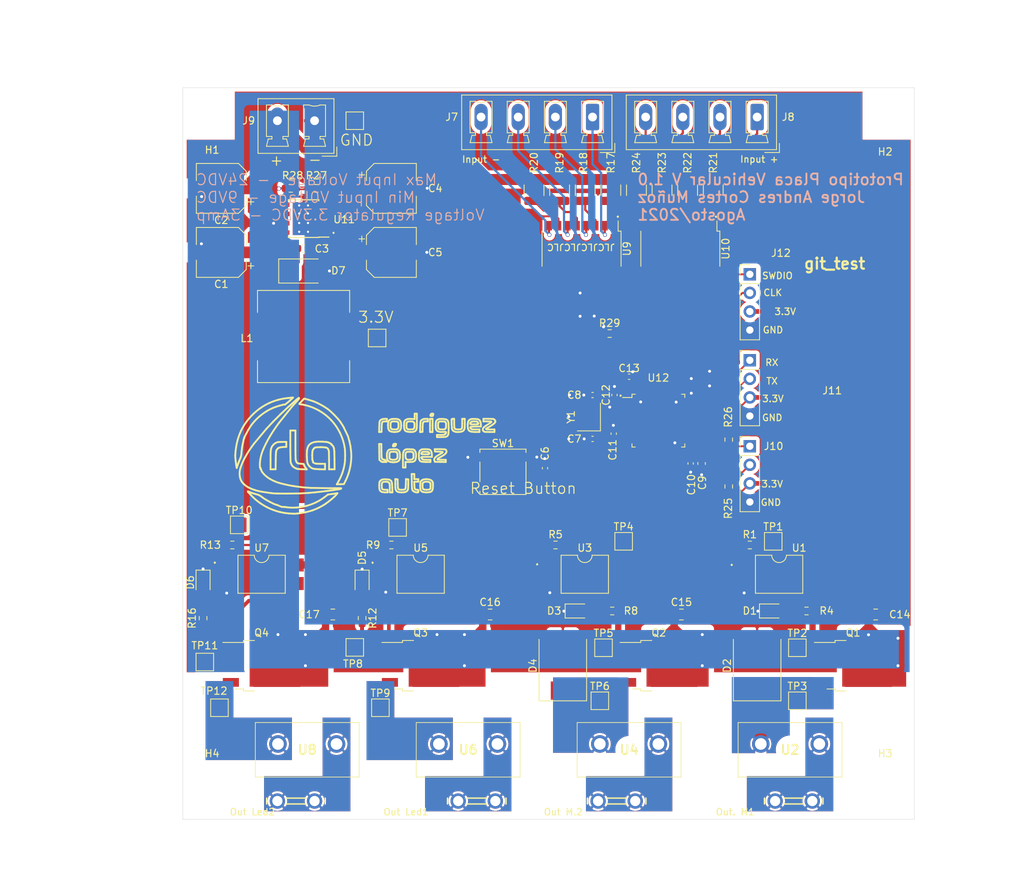
<source format=kicad_pcb>
(kicad_pcb (version 20221018) (generator pcbnew)
  (layers (0 "F.Cu" signal) (31 "B.Cu" signal) (34 "B.Paste" user) (35 "F.Paste" user) (36 "B.SilkS" user "B.Silkscreen") (37 "F.SilkS" user "F.Silkscreen") (38 "B.Mask" user) (39 "F.Mask" user) (44 "Edge.Cuts" user))
  (net 0 "")
  (net 1 "Net-(D1-Pad2)")
  (net 2 "GND")
  (net 3 "reset")
  (net 4 "+3V3")
  (net 5 "rcc_osc_out")
  (net 6 "rcc_osc_in")
  (net 7 "+12V")
  (net 8 "Net-(J2-Pad1)")
  (net 9 "Net-(J3-Pad1)")
  (net 10 "i-4")
  (net 11 "i-3")
  (net 12 "i-2")
  (net 13 "i-1")
  (net 14 "i+4")
  (net 15 "i+3")
  (net 16 "i+2")
  (net 17 "i+1")
  (net 18 "PB0")
  (net 19 "PA4")
  (net 20 "vsense")
  (net 21 "PB6")
  (net 22 "PA15")
  (net 23 "PB7")
  (net 24 "PB3")
  (net 25 "PB8")
  (net 26 "PB4")
  (net 27 "PB9")
  (net 28 "PB5")
  (net 29 "PA13")
  (net 30 "PA14")
  (net 31 "Net-(C3-Pad2)")
  (net 32 "Net-(C3-Pad1)")
  (net 33 "Net-(D3-Pad2)")
  (net 34 "Net-(R1-Pad1)")
  (net 35 "Net-(R17-Pad1)")
  (net 36 "Net-(R5-Pad1)")
  (net 37 "TX1")
  (net 38 "RX1")
  (net 39 "scl")
  (net 40 "sda")
  (net 41 "Net-(R21-Pad1)")
  (net 42 "PB1")
  (net 43 "PA3")
  (net 44 "Net-(D5-Pad2)")
  (net 45 "Net-(D6-Pad2)")
  (net 46 "Net-(J4-Pad1)")
  (net 47 "Net-(J5-Pad1)")
  (net 48 "Net-(Q3-Pad3)")
  (net 49 "Net-(Q4-Pad3)")
  (net 50 "Net-(R9-Pad1)")
  (net 51 "Net-(R13-Pad1)")
  (net 52 "Net-(R18-Pad1)")
  (net 53 "Net-(R19-Pad1)")
  (net 54 "Net-(R20-Pad1)")
  (net 55 "Net-(R22-Pad1)")
  (net 56 "Net-(R23-Pad1)")
  (net 57 "Net-(R24-Pad1)")
  (net 58 "Net-(R29-Pad2)")
  (net 59 "Net-(Q1-Pad1)")
  (net 60 "Net-(Q2-Pad1)")
  (net 61 "Net-(Q3-Pad1)")
  (net 62 "Net-(Q4-Pad1)")
  (net 63 "/optoMosfet/Sheet60DFA9C4/out_motor")
  (net 64 "/optoMosfet/sheet60E0E1BC/out_motor")
  (footprint "Package_TO_SOT_SMD:TO-252-2" (layer "F.Cu") (at 157.5 126)
    (fp_text reference "Q3")
    (fp_text value "KIA50N06BD")
  )
  (footprint "output_terminal:726386-2" (layer "F.Cu") (at 165.173334 144.5)
    (fp_text reference "J4" hide)
    (fp_text value "726386-2" hide)
  )
  (footprint "Resistor_SMD:R_0603_1608Metric" (layer "F.Cu") (at 153.5 109.5)
    (fp_text reference "R9")
    (fp_text value "220")
  )
  (footprint "Package_DIP:SMDIP-4_W9.53mm" (layer "F.Cu") (at 157.5 113.5)
    (fp_text reference "U5")
    (fp_text value "LTV-817S")
  )
  (footprint "fuse_holder:17867640001" (layer "F.Cu") (at 164 137.5)
    (fp_text reference "U6")
    (fp_text value "178.6764.0001" hide)
  )
  (footprint "LED_SMD:LED_0805_2012Metric" (layer "F.Cu") (at 149.5 114.62 -90)
    (fp_text reference "D5")
    (fp_text value "LED")
  )
  (footprint "Resistor_SMD:R_0603_1608Metric" (layer "F.Cu") (at 149.5 119.5 -90)
    (fp_text reference "R12")
    (fp_text value "1k")
  )
  (footprint "Connector_PinHeader_2.54mm:PinHeader_1x04_P2.54mm_Vertical" (layer "F.Cu") (at 202.5 84.25)
    (fp_text reference "J11")
    (fp_text value "Conn_01x04_Female")
  )
  (footprint "Connector_PinHeader_2.54mm:PinHeader_1x04_P2.54mm_Vertical" (layer "F.Cu") (at 202.5 96)
    (fp_text reference "J10")
    (fp_text value "Conn_01x04_Female")
  )
  (footprint "Resistor_SMD:R_0603_1608Metric" (layer "F.Cu") (at 183.3372 80.5942)
    (fp_text reference "R29")
    (fp_text value "100k")
  )
  (footprint "Package_SO:SOP-16_4.4x10.4mm_P1.27mm" (layer "F.Cu") (at 193 69 -90)
    (fp_text reference "U10")
    (fp_text value "LTV-247")
  )
  (footprint "LED_SMD:LED_0805_2012Metric" (layer "F.Cu") (at 205.5 118.52)
    (fp_text reference "D1")
    (fp_text value "LED")
  )
  (footprint "Package_QFP:LQFP-48_7x7mm_P0.5mm" (layer "F.Cu") (at 190 92.5)
    (fp_text reference "U12")
    (fp_text value "STM32F030C8Tx")
  )
  (footprint "Package_SO:SOP-16_4.4x10.4mm_P1.27mm" (layer "F.Cu") (at 179.5 69 -90)
    (fp_text reference "U9")
    (fp_text value "LTV-247")
  )
  (footprint "Oscillator:Oscillator_SMD_Abracon_ASE-4Pin_3.2x2.5mm" (layer "F.Cu") (at 180.5 92 90)
    (fp_text reference "Y1")
    (fp_text value "8MHz")
  )
  (footprint "Diode_SMD:D_SMC" (layer "F.Cu") (at 203.5 126 90)
    (fp_text reference "D2")
    (fp_text value "FlyBack Diode")
  )
  (footprint "Connector_PinHeader_2.54mm:PinHeader_1x04_P2.54mm_Vertical" (layer "F.Cu") (at 202.5 72.5)
    (fp_text reference "J12")
    (fp_text value "Conn_01x04_Female")
  )
  (footprint "output_terminal:726386-2" (layer "F.Cu") (at 208.5 144.5)
    (fp_text reference "J2" hide)
    (fp_text value "726386-2" hide)
  )
  (footprint "Resistor_SMD:R_0603_1608Metric" (layer "F.Cu") (at 175.94 109.5)
    (fp_text reference "R5")
    (fp_text value "220")
  )
  (footprint "LED_SMD:LED_0805_2012Metric" (layer "F.Cu") (at 178.94 118.52)
    (fp_text reference "D3")
    (fp_text value "LED")
  )
  (footprint "Diode_SMD:D_SMC" (layer "F.Cu") (at 176.94 126 90)
    (fp_text reference "D4")
    (fp_text value "FlyBack Diode")
  )
  (footprint "LED_SMD:LED_0805_2012Metric" (layer "F.Cu") (at 127.76 114.62 -90)
    (fp_text reference "D6")
    (fp_text value "LED")
  )
  (footprint "Resistor_SMD:R_0603_1608Metric" (layer "F.Cu") (at 210.25 118.52)
    (fp_text reference "R4")
    (fp_text value "1k")
  )
  (footprint "output_terminal:726386-2" (layer "F.Cu") (at 184.296667 144.5)
    (fp_text reference "J3" hide)
    (fp_text value "726386-2" hide)
  )
  (footprint "output_terminal:726386-2" (layer "F.Cu") (at 140.46 144.5)
    (fp_text reference "J5" hide)
    (fp_text value "726386-2" hide)
  )
  (footprint "Resistor_SMD:R_0603_1608Metric" (layer "F.Cu") (at 202.5 109.5)
    (fp_text reference "R1")
    (fp_text value "220")
  )
  (footprint "Resistor_SMD:R_0603_1608Metric" (layer "F.Cu") (at 183.69 118.52)
    (fp_text reference "R8")
    (fp_text value "1k")
  )
  (footprint "Resistor_SMD:R_0603_1608Metric" (layer "F.Cu") (at 131.76 109.5)
    (fp_text reference "R13")
    (fp_text value "220")
  )
  (footprint "Resistor_SMD:R_0603_1608Metric" (layer "F.Cu") (at 127.76 119.5 -90)
    (fp_text reference "R16")
    (fp_text value "1k")
  )
  (footprint "Package_DIP:SMDIP-4_W9.53mm" (layer "F.Cu") (at 179.94 113.5)
    (fp_text reference "U3")
    (fp_text value "LTV-817S")
  )
  (footprint "Button_Switch_SMD:SW_SPST_EVPBF" (layer "F.Cu") (at 168.75 99.5)
    (fp_text reference "SW1")
    (fp_text value "SW_Push")
  )
  (footprint "Package_DIP:SMDIP-4_W9.53mm" (layer "F.Cu") (at 206.5 113.5)
    (fp_text reference "U1")
    (fp_text value "LTV-817S")
  )
  (footprint "Package_DIP:SMDIP-4_W9.53mm" (layer "F.Cu") (at 135.76 113.5)
    (fp_text reference "U7")
    (fp_text value "LTV-817S")
  )
  (footprint "Connector_Phoenix_MC_HighVoltage:PhoenixContact_MCV_1,5_2-G-5.08_1x02_P5.08mm_Vertical" (layer "F.Cu") (at 143 51.5 180)
    (fp_text reference "J9")
    (fp_text value "Screw_Terminal_01x02")
  )
  (footprint "fuse_holder:17867640001" (layer "F.Cu") (at 186 137.5)
    (fp_text reference "U4")
    (fp_text value "178.6764.0001" hide)
  )
  (footprint "fuse_holder:17867640001" (layer "F.Cu") (at 208 137.5)
    (fp_text reference "U2")
    (fp_text value "178.6764.0001" hide)
  )
  (footprint "Capacitor_SMD:C_0402_1005Metric" (layer "F.Cu") (at 181 89 180)
    (fp_text reference "C8")
    (fp_text value "16pf")
  )
  (footprint "Capacitor_SMD:C_0402_1005Metric" (layer "F.Cu") (at 186 86.5)
    (fp_text reference "C13")
    (fp_text value "100nf")
  )
  (footprint "Resistor_SMD:R_1210_3225Metric" (layer "F.Cu") (at 197.5 61 90)
    (fp_text reference "R21")
    (fp_text value "510")
  )
  (footprint "Capacitor_SMD:C_0402_1005Metric" (layer "F.Cu") (at 194.4064 98.3556 -90)
    (fp_text reference "C10")
    (fp_text value "100nf")
  )
  (footprint "Capacitor_SMD:CP_Elec_6.3x7.7" (layer "F.Cu") (at 130.25 69.5 180)
    (fp_text reference "C1")
    (fp_text value "22uF")
  )
  (footprint "Resistor_SMD:R_1210_3225Metric" (layer "F.Cu") (at 183.5 61 90)
    (fp_text reference "R17")
    (fp_text value "510")
  )
  (footprint "Capacitor_SMD:C_0402_1005Metric" (layer "F.Cu") (at 184 89 90)
    (fp_text reference "C12")
    (fp_text value "100nf")
  )
  (footprint "Connector_Phoenix_MC_HighVoltage:PhoenixContact_MCV_1,5_4-G-5.08_1x04_P5.08mm_Vertical" (layer "F.Cu") (at 203.5 51 180)
    (fp_text reference "J8")
    (fp_text value "Screw_Terminal_01x04")
  )
  (footprint "Capacitor_SMD:CP_Elec_6.3x7.7" (layer "F.Cu") (at 130.25 60.75 180)
    (fp_text reference "C2")
    (fp_text value "22uF")
  )
  (footprint "Resistor_SMD:R_1210_3225Metric" (layer "F.Cu") (at 187 61 90)
    (fp_text reference "R24")
    (fp_text value "510")
  )
  (footprint "Resistor_SMD:R_1210_3225Metric" (layer "F.Cu") (at 194 61 90)
    (fp_text reference "R22")
    (fp_text value "510")
  )
  (footprint "Resistor_SMD:R_1210_3225Metric" (layer "F.Cu") (at 176.5 61 90)
    (fp_text reference "R19")
    (fp_text value "510")
  )
  (footprint "Capacitor_SMD:C_0603_1608Metric" (layer "F.Cu") (at 195.9064 98.3556 -90)
    (fp_text reference "C9")
    (fp_text value "4.7uf")
  )
  (footprint "Capacitor_SMD:C_0402_1005Metric" (layer "F.Cu") (at 183.896 94.2848 90)
    (fp_text reference "C11")
    (fp_text value "100nf")
  )
  (footprint "Capacitor_SMD:C_0402_1005Metric" (layer "F.Cu") (at 181 95 180)
    (fp_text reference "C7")
    (fp_text value "16pf")
  )
  (footprint "Resistor_SMD:R_1210_3225Metric" (layer "F.Cu") (at 173 61 90)
    (fp_text reference "R20")
    (fp_text value "510")
  )
  (footprint "Connector_Phoenix_MC_HighVoltage:PhoenixContact_MCV_1,5_4-G-5.08_1x04_P5.08mm_Vertical" (layer "F.Cu") (at 181 51 180)
    (fp_text reference "J7")
    (fp_text value "Screw_Terminal_01x04")
  )
  (footprint "Resistor_SMD:R_1210_3225Metric" (layer "F.Cu") (at 180 61 90)
    (fp_text reference "R18")
    (fp_text value "510")
  )
  (footprint "Resistor_SMD:R_1210_3225Metric" (layer "F.Cu") (at 190.5 61 90)
    (fp_text reference "R23")
    (fp_text value "510")
  )
  (footprint "Resistor_SMD:R_0603_1608Metric" (layer "F.Cu") (at 199.6186 101.5 -90)
    (fp_text reference "R25")
    (fp_text value "4.7k")
  )
  (footprint "Resistor_SMD:R_0603_1608Metric" (layer "F.Cu") (at 199.6186 95.0976 90)
    (fp_text reference "R26")
    (fp_text value "4.7k")
  )
  (footprint "Package_TO_SOT_SMD:TO-252-2" (layer "F.Cu") (at 216.625 126)
    (fp_text reference "Q1")
    (fp_text value "KIA50N06BD")
  )
  (footprint "Package_TO_SOT_SMD:TO-252-2" (layer "F.Cu") (at 190.065 126)
    (fp_text reference "Q2")
    (fp_text value "KIA50N06BD")
  )
  (footprint "Package_TO_SOT_SMD:TO-252-2" (layer "F.Cu") (at 135.76 126)
    (fp_text reference "Q4")
    (fp_text value "KIA50N06BD")
  )
  (footprint "Capacitor_SMD:C_0603_1608Metric" (layer "F.Cu") (at 141.5 68.966666 180)
    (fp_text reference "C3")
    (fp_text value "10nf")
  )
  (footprint "Capacitor_SMD:CP_Elec_6.3x5.4" (layer "F.Cu") (at 153.5 69.5)
    (fp_text reference "C5")
    (fp_text value "150uF")
  )
  (footprint "Resistor_SMD:R_0603_1608Metric" (layer "F.Cu") (at 143.25 60.75 180)
    (fp_text reference "R27")
    (fp_text value "510")
  )
  (footprint "Capacitor_SMD:CP_Elec_6.3x5.4" (layer "F.Cu") (at 153.5 60.75)
    (fp_text reference "C4")
    (fp_text value "150uF")
  )
  (footprint "Inductor_SMD:L_12x12mm_H6mm" (layer "F.Cu") (at 141.5 81)
    (fp_text reference "L1")
    (fp_text value "22uH")
  )
  (footprint "Package_SO:TI_SO-PowerPAD-8_ThermalVias" (layer "F.Cu") (at 141.5 64.885 180)
    (fp_text reference "U11")
    (fp_text value "TPS5430DDA")
  )
  (footprint "Diode_SMD:D_SMA" (layer "F.Cu") (at 141.5 72.048332)
    (fp_text reference "D7")
    (fp_text value "B340")
  )
  (footprint "Capacitor_SMD:C_0402_1005Metric" (layer "F.Cu") (at 174.5 99 -90)
    (fp_text reference "C6")
    (fp_text value "100nf")
  )
  (footprint "Resistor_SMD:R_0603_1608Metric" (layer "F.Cu") (at 139.75 60.75 180)
    (fp_text reference "R28")
    (fp_text value "510")
  )
  (footprint "Capacitor_SMD:C_0805_2012Metric" (layer "F.Cu") (at 219.7 119)
    (fp_text reference "C14")
    (fp_text value "22uf")
  )
  (footprint "Capacitor_SMD:C_0805_2012Metric" (layer "F.Cu") (at 193.15 119)
    (fp_text reference "C15")
    (fp_text value "22uf")
  )
  (footprint "Capacitor_SMD:C_0805_2012Metric" (layer "F.Cu") (at 167 119)
    (fp_text reference "C16")
    (fp_text value "22uf")
  )
  (footprint "Capacitor_SMD:C_0805_2012Metric" (layer "F.Cu") (at 145.5 119)
    (fp_text reference "C17")
    (fp_text value "22uf")
  )
  (footprint "MountingHole:MountingHole_3.5mm" (layer "F.Cu") (at 129 51)
    (fp_text reference "H1")
    (fp_text value "MountingHole")
  )
  (footprint "TestPoint:TestPoint_Pad_2.0x2.0mm" (layer "F.Cu") (at 205.7 109)
    (fp_text reference "TP1")
    (fp_text value "TestPoint")
  )
  (footprint "TestPoint:TestPoint_Pad_2.0x2.0mm" (layer "F.Cu") (at 209 123.55)
    (fp_text reference "TP2")
    (fp_text value "TestPoint")
  )
  (footprint "TestPoint:TestPoint_Pad_2.0x2.0mm" (layer "F.Cu") (at 209 130.8)
    (fp_text reference "TP3")
    (fp_text value "TestPoint")
  )
  (footprint "TestPoint:TestPoint_Pad_2.0x2.0mm" (layer "F.Cu") (at 185.25 109)
    (fp_text reference "TP4")
    (fp_text value "TestPoint")
  )
  (footprint "TestPoint:TestPoint_Pad_2.0x2.0mm" (layer "F.Cu") (at 182.5 123.55)
    (fp_text reference "TP5")
    (fp_text value "TestPoint")
  )
  (footprint "TestPoint:TestPoint_Pad_2.0x2.0mm" (layer "F.Cu") (at 182 130.8)
    (fp_text reference "TP6")
    (fp_text value "TestPoint")
  )
  (footprint "TestPoint:TestPoint_Pad_2.0x2.0mm" (layer "F.Cu") (at 154.35 107.1)
    (fp_text reference "TP7")
    (fp_text value "TestPoint")
  )
  (footprint "TestPoint:TestPoint_Pad_2.0x2.0mm" (layer "F.Cu") (at 148.5 123.5)
    (fp_text reference "TP8")
    (fp_text value "TestPoint")
  )
  (footprint "TestPoint:TestPoint_Pad_2.0x2.0mm" (layer "F.Cu") (at 152 131.75)
    (fp_text reference "TP9")
    (fp_text value "TestPoint")
  )
  (footprint "TestPoint:TestPoint_Pad_2.0x2.0mm" (layer "F.Cu") (at 132.7 106.75)
    (fp_text reference "TP10")
    (fp_text value "TestPoint")
  )
  (footprint "TestPoint:TestPoint_Pad_2.0x2.0mm" (layer "F.Cu") (at 128 125.5)
    (fp_text reference "TP11")
    (fp_text value "TestPoint")
  )
  (footprint "TestPoint:TestPoint_Pad_2.0x2.0mm" (layer "F.Cu") (at 130 131.75)
    (fp_text reference "TP12")
    (fp_text value "TestPoint")
  )
  (footprint "TestPoint:TestPoint_Pad_2.0x2.0mm" (layer "F.Cu") (at 148.5 51.5)
    (fp_text reference "TP13" hide)
    (fp_text value "TestPoint" hide)
  )
  (footprint "TestPoint:TestPoint_Pad_2.0x2.0mm" (layer "F.Cu") (at 151.55 81.2)
    (fp_text reference "TP14" hide)
    (fp_text value "TestPoint" hide)
  )
  (footprint "MountingHole:MountingHole_3.5mm" (layer "F.Cu") (at 129 142.5)
    (fp_text reference "H4")
    (fp_text value "MountingHole")
  )
  (footprint "fuse_holder:17867640001" (layer "F.Cu") (at 142 137.5)
    (fp_text reference "U8")
    (fp_text value "178.6764.0001" hide)
  )
  (footprint "MountingHole:MountingHole_3.5mm" (layer "F.Cu") (at 221 51)
    (fp_text reference "H2")
    (fp_text value "MountingHole")
  )
  (footprint "MountingHole:MountingHole_3.5mm" (layer "F.Cu") (at 221 142.5)
    (fp_text reference "H3")
    (fp_text value "MountingHole")
  )
  (gr_arc (start 145.304095 95.760581) (mid 145.304284 95.755353) (end 145.308846 95.752792) (stroke (width 0.25)) (layer "F.SilkS"))
  (gr_arc (start 143.630693 104.376084) (mid 143.182449 104.583009) (end 142.721188 104.759017) (stroke (width 0.25)) (layer "F.SilkS"))
  (gr_arc (start 158.627399 96.874014) (mid 158.64313 96.896958) (end 158.656986 96.921082) (stroke (width 0.25)) (layer "F.SilkS"))
  (gr_line (start 146.222965 101.734057) (end 145.751121 101.73266) (stroke (width 0.25)) (layer "F.SilkS"))
  (gr_line (start 139.133846 95.402792) (end 138.596346 95.40709) (stroke (width 0.25)) (layer "F.SilkS"))
  (gr_arc (start 153.996584 97.839964) (mid 153.850989 97.855504) (end 153.704578 97.853741) (stroke (width 0.25)) (layer "F.SilkS"))
  (gr_arc (start 138.34642 96.146988) (mid 138.519317 96.12464) (end 138.693167 96.11163) (stroke (width 0.25)) (layer "F.SilkS"))
  (gr_line (start 160.386796 97.852792) (end 160.175195 97.84966) (stroke (width 0.25)) (layer "F.SilkS"))
  (gr_arc (start 157.463716 92.819315) (mid 157.479436 92.70008) (end 157.512082 92.584328) (stroke (width 0.25)) (layer "F.SilkS"))
  (gr_line (start 140.527044 89.637455) (end 140.353521 89.783279) (stroke (width 0.25)) (layer "F.SilkS"))
  (gr_arc (start 152.208846 92.322918) (mid 152.246158 92.308413) (end 152.284621 92.297314) (stroke (width 0.25)) (layer "F.SilkS"))
  (gr_arc (start 151.876921 100.907749) (mid 151.893167 100.85954) (end 151.917003 100.814596) (stroke (width 0.25)) (layer "F.SilkS"))
  (gr_line (start 139.564943 89.390407) (end 139.398917 89.406098) (stroke (width 0.25)) (layer "F.SilkS"))
  (gr_line (start 158.120244 96.752792) (end 158.308467 96.756942) (stroke (width 0.25)) (layer "F.SilkS"))
  (gr_arc (start 153.383845 93.152792) (mid 153.388982 93.00143) (end 153.404369 92.850764) (stroke (width 0.25)) (layer "F.SilkS"))
  (gr_line (start 140.079793 90.396412) (end 140.291166 90.155992) (stroke (width 0.25)) (layer "F.SilkS"))
  (gr_line (start 133.02754 96.727792) (end 133.057295 96.44246) (stroke (width 0.25)) (layer "F.SilkS"))
  (gr_arc (start 164.127191 93.867234) (mid 164.027906 93.740522) (end 163.975727 93.588237) (stroke (width 0.25)) (layer "F.SilkS"))
  (gr_arc (start 167.70045 92.544626) (mid 167.708576 92.573961) (end 167.710992 92.604305) (stroke (width 0.25)) (layer "F.SilkS"))
  (gr_line (start 159.458846 96.727792) (end 159.999936 96.74202) (stroke (width 0.25)) (layer "F.SilkS"))
  (gr_arc (start 160.259566 96.751766) (mid 160.337447 96.757406) (end 160.414976 96.766706) (stroke (width 0.25)) (layer "F.SilkS"))
  (gr_line (start 166.083846 92.427792) (end 166.083846 92.602792) (stroke (width 0.25)) (layer "F.SilkS"))
  (gr_arc (start 141.947395 97.462133) (mid 141.946023 97.003223) (end 141.976773 96.545343) (stroke (width 0.25)) (layer "F.SilkS"))
  (gr_arc (start 143.133845 95.403027) (mid 143.334785 95.38158) (end 143.536671 95.372703) (stroke (width 0.25)) (layer "F.SilkS"))
  (gr_arc (start 137.066376 96.308738) (mid 137.124221 96.160568) (end 137.199335 96.020359) (stroke (width 0.25)) (layer "F.SilkS"))
  (gr_arc (start 134.167506 93.395839) (mid 134.465082 92.97621) (end 134.795098 92.581584) (stroke (width 0.25)) (layer "F.SilkS"))
  (gr_arc (start 154.109356 95.676905) (mid 154.126938 95.68741) (end 154.133846 95.70669) (stroke (width 0.25)) (layer "F.SilkS"))
  (gr_arc (start 160.964203 92.8519) (mid 160.974378 92.909271) (end 160.97957 92.967306) (stroke (width 0.25)) (layer "F.SilkS"))
  (gr_arc (start 163.972743 92.769042) (mid 163.997441 92.660735) (end 164.039409 92.55788) (stroke (width 0.25)) (layer "F.SilkS"))
  (gr_arc (start 154.675408 97.169266) (mid 154.679422 97.333897) (end 154.67485 97.498514) (stroke (width 0.25)) (layer "F.SilkS"))
  (gr_line (start 154.098035 95.823647) (end 154.1168 95.773337) (stroke (width 0.25)) (layer "F.SilkS"))
  (gr_line (start 160.339679 92.26634) (end 160.174385 92.274279) (stroke (width 0.25)) (layer "F.SilkS"))
  (gr_arc (start 153.842312 95.69756) (mid 153.876517 95.681039) (end 153.913389 95.671908) (stroke (width 0.25)) (layer "F.SilkS"))
  (gr_line (start 151.863716 92.819315) (end 151.8426 93.336329) (stroke (width 0.25)) (layer "F.SilkS"))
  (gr_line (start 141.34189 89.734067) (end 141.210479 89.877792) (stroke (width 0.25)) (layer "F.SilkS"))
  (gr_line (start 141.210479 89.877792) (end 140.991137 90.125475) (stroke (width 0.25)) (layer "F.SilkS"))
  (gr_arc (start 141.590324 90.350381) (mid 142.607678 90.654948) (end 143.569694 91.104719) (stroke (width 0.25)) (layer "F.SilkS"))
  (gr_line (start 141.947394 97.462134) (end 141.977278 97.953678) (stroke (width 0.25)) (layer "F.SilkS"))
  (gr_line (start 139.395836 90.634853) (end 138.340228 91.635982) (stroke (width 0.25)) (layer "F.SilkS"))
  (gr_arc (start 164.432624 94.011746) (mid 164.269098 93.962335) (end 164.12719 93.867234) (stroke (width 0.25)) (layer "F.SilkS"))
  (gr_arc (start 156.533845 97.283378) (mid 156.528783 97.415006) (end 156.513626 97.545857) (stroke (width 0.25)) (layer "F.SilkS"))
  (gr_arc (start 164.295005 93.451944) (mid 164.292282 93.432142) (end 164.293896 93.412218) (stroke (width 0.25)) (layer "F.SilkS"))
  (gr_arc (start 158.851192 91.82728) (mid 158.840127 91.801363) (end 158.841053 91.773198) (stroke (width 0.25)) (layer "F.SilkS"))
  (gr_line (start 144.733846 90.868141) (end 144.333329 90.602546) (stroke (width 0.25)) (layer "F.SilkS"))
  (gr_arc (start 156.655506 96.549536) (mid 156.716434 96.617338) (end 156.765158 96.694379) (stroke (width 0.25)) (layer "F.SilkS"))
  (gr_arc (start 157.614606 97.497208) (mid 157.695425 97.469582) (end 157.780167 97.458914) (stroke (width 0.25)) (layer "F.SilkS"))
  (gr_arc (start 135.615594 98.958913) (mid 135.620653 98.966313) (end 135.623503 98.974813) (stroke (width 0.25)) (layer "F.SilkS"))
  (gr_arc (start 132.210178 96.611456) (mid 132.322453 95.870117) (end 132.489274 95.139118) (stroke (width 0.25)) (layer "F.SilkS"))
  (gr_arc (start 152.014171 92.441354) (mid 152.107628 92.375758) (end 152.208846 92.322918) (stroke (width 0.25)) (layer "F.SilkS"))
  (gr_arc (start 161.751295 92.329439) (mid 161.760485 92.312511) (end 161.773746 92.29854) (stroke (width 0.25)) (layer "F.SilkS"))
  (gr_arc (start 152.212076 98.12829) (mid 152.166503 98.110729) (end 152.124108 98.086482) (stroke (width 0.25)) (layer "F.SilkS"))
  (gr_line (start 138.310715 105.005613) (end 138.879921 105.116155) (stroke (width 0.25)) (layer "F.SilkS"))
  (gr_arc (start 152.647961 97.888176) (mid 152.67429 97.909359) (end 152.697258 97.934145) (stroke (width 0.25)) (layer "F.SilkS"))
  (gr_line (start 153.283846 102.302792) (end 153.464637 102.302792) (stroke (width 0.25)) (layer "F.SilkS"))
  (gr_line (start 158.958846 92.252792) (end 158.783846 92.252792) (stroke (width 0.25)) (layer "F.SilkS"))
  (gr_arc (start 154.095456 101.925296) (mid 154.062603 101.787239) (end 154.046657 101.646226) (stroke (width 0.25)) (layer "F.SilkS"))
  (gr_line (start 165.02197 93.31392) (end 165.733846 93.300047) (stroke (width 0.25)) (layer "F.SilkS"))
  (gr_arc (start 141.730663 105.028625) (mid 141.170424 105.128904) (end 140.606043 105.202374) (stroke (width 0.25)) (layer "F.SilkS"))
  (gr_arc (start 153.322491 96.837433) (mid 153.390025 96.791434) (end 153.468785 96.769672) (stroke (width 0.25)) (layer "F.SilkS"))
  (gr_arc (start 156.213446 96.756338) (mid 156.270162 96.761001) (end 156.32612 96.771358) (stroke (width 0.25)) (layer "F.SilkS"))
  (gr_line (start 145.362373 99.152792) (end 145.740901 99.152792) (stroke (width 0.25)) (layer "F.SilkS"))
  (gr_arc (start 163.487789 93.622931) (mid 163.456668 93.706642) (end 163.409778 93.782652) (stroke (width 0.25)) (layer "F.SilkS"))
  (gr_arc (start 164.555106 93.685384) (mid 164.505813 93.67363) (end 164.458695 93.65498) (stroke (width 0.25)) (layer "F.SilkS"))
  (gr_arc (start 146.553384 100.250867) (mid 146.414425 100.537694) (end 146.262829 100.818047) (stroke (width 0.25)) (layer "F.SilkS"))
  (gr_line (start 155.491906 100.497058) (end 155.475376 101.154062) (stroke (width 0.25)) (layer "F.SilkS"))
  (gr_arc (start 140.841021 89.402792) (mid 140.863417 89.411443) (end 140.874182 89.432902) (stroke (width 0.25)) (layer "F.SilkS"))
  (gr_line (start 139.724814 89.376073) (end 139.564943 89.390407) (stroke (width 0.25)) (layer "F.SilkS"))
  (gr_line (start 158.958846 94.052792) (end 159.133846 94.052792) (stroke (width 0.25)) (layer "F.SilkS"))
  (gr_line (start 158.483846 92.427792) (end 158.483846 92.252792) (stroke (width 0.25)) (layer "F.SilkS"))
  (gr_line (start 144.960731 96.764096) (end 144.983846 97.928804) (stroke (width 0.25)) (layer "F.SilkS"))
  (gr_arc (start 144.874599 95.471242) (mid 144.953924 95.503468) (end 145.030935 95.540889) (stroke (width 0.25)) (layer "F.SilkS"))
  (gr_arc (start 166.078149 93.929863) (mid 166.035032 93.864021) (end 166.007513 93.790286) (stroke (width 0.25)) (layer "F.SilkS"))
  (gr_line (start 156.980743 93.199784) (end 156.983659 92.590292) (stroke (width 0.25)) (layer "F.SilkS"))
  (gr_line (start 145.146346 101.740191) (end 142.490377 101.693711) (stroke (width 0.25)) (layer "F.SilkS"))
  (gr_arc (start 154.274524 97.678828) (mid 154.240149 97.715885) (end 154.202103 97.749163) (stroke (width 0.25)) (layer "F.SilkS"))
  (gr_arc (start 155.416617 92.431078) (mid 155.508799 92.371515) (end 155.608355 92.325322) (stroke (width 0.25)) (layer "F.SilkS"))
  (gr_line (start 157.901431 96.756392) (end 158.120244 96.752792) (stroke (width 0.25)) (layer "F.SilkS"))
  (gr_arc (start 161.827756 93.719681) (mid 161.790181 93.599796) (end 161.770111 93.475774) (stroke (width 0.25)) (layer "F.SilkS"))
  (gr_line (start 156.633846 99.802792) (end 156.453793 99.802792) (stroke (width 0.25)) (layer "F.SilkS"))
  (gr_arc (start 155.558845 93.143125) (mid 155.564519 92.999265) (end 155.581506 92.856299) (stroke (width 0.25)) (layer "F.SilkS"))
  (gr_arc (start 158.765513 102.263027) (mid 158.538044 102.292832) (end 158.308846 102.302792) (stroke (width 0.25)) (layer "F.SilkS"))
  (gr_arc (start 140.719155 99.106952) (mid 140.636239 99.089904) (end 140.55501 99.066085) (stroke (width 0.25)) (layer "F.SilkS"))
  (gr_line (start 159.183846 101.384112) (end 159.18008 101.100926) (stroke (width 0.25)) (layer "F.SilkS"))
  (gr_arc (start 145.657371 96.322812) (mid 145.688129 96.549836) (end 145.702987 96.778452) (stroke (width 0.25)) (layer "F.SilkS"))
  (gr_arc (start 152.697258 97.934145) (mid 152.721994 97.967709) (end 152.74402 98.003109) (stroke (width 0.25)) (layer "F.SilkS"))
  (gr_arc (start 136.473964 100.174885) (mid 136.286979 100.016825) (end 136.111171 99.84642) (stroke (width 0.25)) (layer "F.SilkS"))
  (gr_arc (start 132.489274 95.139118) (mid 132.699614 94.478279) (end 132.970742 93.839969) (stroke (width 0.25)) (layer "F.SilkS"))
  (gr_line (start 142.67905 97.255673) (end 142.700303 96.758969) (stroke (width 0.25)) (layer "F.SilkS"))
  (gr_arc (start 161.773747 92.29854) (mid 161.7933 92.284859) (end 161.81457 92.274039) (stroke (width 0.25)) (layer "F.SilkS"))
  (gr_line (start 161.740413 92.383639) (end 161.736549 92.564565) (stroke (width 0.25)) (layer "F.SilkS"))
  (gr_arc (start 159.14675 101.865422) (mid 159.10219 102.006645) (end 159.017448 102.128088) (stroke (width 0.25)) (layer "F.SilkS"))
  (gr_arc (start 146.97965 99.048088) (mid 146.893222 99.355281) (end 146.793298 99.658353) (stroke (width 0.25)) (layer "F.SilkS"))
  (gr_arc (start 155.387025 101.849568) (mid 155.326086 101.905684) (end 155.247661 101.932366) (stroke (width 0.25)) (layer "F.SilkS"))
  (gr_arc (start 154.368258 94.005787) (mid 154.152312 94.040891) (end 153.933846 94.052637) (stroke (width 0.25)) (layer "F.SilkS"))
  (gr_arc (start 159.962489 93.999486) (mid 159.86931 93.962618) (end 159.783457 93.910937) (stroke (width 0.25)) (layer "F.SilkS"))
  (gr_arc (start 160.853803 97.053386) (mid 160.745158 97.148427) (end 160.628391 97.233291) (stroke (width 0.25)) (layer "F.SilkS"))
  (gr_arc (start 156.350494 94.044681) (mid 156.182775 94.048021) (end 156.015091 94.04324) (stroke (width 0.25)) (layer "F.SilkS"))
  (gr_arc (start 153.074053 93.563269) (mid 153.047427 93.329314) (end 153.043927 93.093874) (stroke (width 0.25)) (layer "F.SilkS"))
  (gr_line (start 152.653902 102.302792) (end 152.983846 102.302792) (stroke (width 0.25)) (layer "F.SilkS"))
  (gr_arc (start 153.40437 93.45482) (mid 153.388983 93.304154) (end 153.383846 93.152792) (stroke (width 0.25)) (layer "F.SilkS"))
  (gr_arc (start 158.677263 96.969216) (mid 158.68219 96.989619) (end 158.683846 97.010542) (stroke (width 0.25)) (layer "F.SilkS"))
  (gr_arc (start 141.481555 98.429762) (mid 141.509157 98.446719) (end 141.528924 98.472385) (stroke (width 0.25)) (layer "F.SilkS"))
  (gr_line (start 156.624193 100.852792) (end 156.904019 100.852792) (stroke (width 0.25)) (layer "F.SilkS"))
  (gr_arc (start 135.52082 98.595209) (mid 135.521652 98.409811) (end 135.531667 98.224681) (stroke (width 0.25)) (layer "F.SilkS"))
  (gr_arc (start 156.445408 97.702785) (mid 156.387054 97.758046) (end 156.315243 97.794132) (stroke (width 0.25)) (layer "F.SilkS"))
  (gr_arc (start 159.904369 92.850765) (mid 159.929625 92.768573) (end 159.979793 92.69874) (stroke (width 0.25)) (layer "F.SilkS"))
  (gr_line (start 139.879472 90.627792) (end 140.079793 90.396412) (stroke (width 0.25)) (layer "F.SilkS"))
  (gr_arc (start 158.953191 91.57985) (mid 158.980496 91.567018) (end 159.009672 91.559339) (stroke (width 0.25)) (layer "F.SilkS"))
  (gr_arc (start 153.479793 93.606845) (mid 153.429625 93.537013) (end 153.404369 93.454821) (stroke (width 0.25)) (layer "F.SilkS"))
  (gr_line (start 158.462277 97.100392) (end 158.133846 97.102792) (stroke (width 0.25)) (layer "F.SilkS"))
  (gr_arc (start 156.015091 94.043239) (mid 155.805531 94.023392) (end 155.598354 93.986154) (stroke (width 0.25)) (layer "F.SilkS"))
  (gr_arc (start 155.563974 97.770899) (mid 155.499286 97.695094) (end 155.463847 97.601955) (stroke (width 0.25)) (layer "F.SilkS"))
  (gr_line (start 166.896346 94.051202) (end 167.583846 94.052792) (stroke (width 0.25)) (layer "F.SilkS"))
  (gr_arc (start 157.512081 92.584329) (mid 157.553296 92.505823) (end 157.61417 92.441354) (stroke (width 0.25)) (layer "F.SilkS"))
  (gr_line (start 160.545539 94.042951) (end 160.828135 94.031601) (stroke (width 0.25)) (layer "F.SilkS"))
  (gr_line (start 152.127903 95.702792) (end 151.978119 95.702792) (stroke (width 0.25)) (layer "F.SilkS"))
  (gr_line (start 137.69244 97.940292) (end 137.704938 97.227387) (stroke (width 0.25)) (layer "F.SilkS"))
  (gr_line (start 139.009279 90.267962) (end 139.293226 90.046869) (stroke (width 0.25)) (layer "F.SilkS"))
  (gr_arc (start 153.995396 95.976311) (mid 153.967101 95.989118) (end 153.936934 95.996507) (stroke (width 0.25)) (layer "F.SilkS"))
  (gr_arc (start 167.036879 92.608341) (mid 167.097696 92.618308) (end 167.153671 92.644092) (stroke (width 0.25)) (layer "F.SilkS"))
  (gr_arc (start 153.933845 93.702793) (mid 153.782483 93.697656) (end 153.631817 93.682269) (stroke (width 0.25)) (layer "F.SilkS"))
  (gr_arc (start 135.566413 91.84359) (mid 135.991239 91.51612) (end 136.438193 91.219564) (stroke (width 0.25)) (layer "F.SilkS"))
  (gr_line (start 157.758846 94.027792) (end 157.771805 93.402792) (stroke (width 0.25)) (layer "F.SilkS"))
  (gr_line (start 132.578742 98.317561) (end 132.668389 98.090845) (stroke (width 0.25)) (layer "F.SilkS"))
  (gr_arc (start 154.383846 93.602793) (mid 154.351816 93.630417) (end 154.316075 93.653036) (stroke (width 0.25)) (layer "F.SilkS"))
  (gr_arc (start 164.70725 93.699473) (mid 164.63093 93.695105) (end 164.555105 93.685384) (stroke (width 0.25)) (layer "F.SilkS"))
  (gr_line (start 143.276975 98.385701) (end 143.11979 98.364499) (stroke (width 0.25)) (layer "F.SilkS"))
  (gr_line (start 147.163333 96.616929) (end 147.181266 97.266617) (stroke (width 0.25)) (layer "F.SilkS"))
  (gr_line (start 155.808846 100.527792) (end 155.650376 100.512425) (stroke (width 0.25)) (layer "F.SilkS"))
  (gr_arc (start 157.762873 101.193949) (mid 157.768009 101.140153) (end 157.778993 101.08724) (stroke (width 0.25)) (layer "F.SilkS"))
  (gr_arc (start 155.816461 92.62488) (mid 155.962237 92.608322) (end 156.108846 92.602792) (stroke (width 0.25)) (layer "F.SilkS"))
  (gr_line (start 156.633846 100.502792) (end 156.633846 100.152792) (stroke (width 0.25)) (layer "F.SilkS"))
  (gr_arc (start 135.601694 98.952758) (mid 135.559169 98.936327) (end 135.538673 98.895606) (stroke (width 0.25)) (layer "F.SilkS"))
  (gr_line (start 167.583846 93.877792) (end 167.583846 93.702792) (stroke (width 0.25)) (layer "F.SilkS"))
  (gr_arc (start 133.977218 101.635637) (mid 133.666 101.447467) (end 133.383029 101.219012) (stroke (width 0.25)) (layer "F.SilkS"))
  (gr_line (start 132.451471 98.672749) (end 132.500875 98.525454) (stroke (width 0.25)) (layer "F.SilkS"))
  (gr_line (start 152.829194 98.152792) (end 152.74402 98.003109) (stroke (width 0.25)) (layer "F.SilkS"))
  (gr_arc (start 153.252125 96.978355) (mid 153.275011 96.901754) (end 153.322491 96.837434) (stroke (width 0.25)) (layer "F.SilkS"))
  (gr_arc (start 158.528241 96.796146) (mid 158.562151 96.812869) (end 158.592408 96.835542) (stroke (width 0.25)) (layer "F.SilkS"))
  (gr_line (start 158.221346 92.25475) (end 158.109846 92.260354) (stroke (width 0.25)) (layer "F.SilkS"))
  (gr_arc (start 141.976772 96.545343) (mid 142.041145 96.239189) (end 142.168018 95.953221) (stroke (width 0.25)) (layer "F.SilkS"))
  (gr_arc (start 153.484823 94.003888) (mid 153.33757 93.947134) (end 153.213975 93.849007) (stroke (width 0.25)) (layer "F.SilkS"))
  (gr_arc (start 160.816075 92.652549) (mid 160.851816 92.675168) (end 160.883846 92.702792) (stroke (width 0.25)) (layer "F.SilkS"))
  (gr_line (start 154.483846 93.152792) (end 154.47957 93.338279) (stroke (width 0.25)) (layer "F.SilkS"))
  (gr_arc (start 136.883559 94.674314) (mid 137.504479 93.694371) (end 138.176164 92.7485) (stroke (width 0.25)) (layer "F.SilkS"))
  (gr_arc (start 165.216075 92.652549) (mid 165.251816 92.675168) (end 165.283846 92.702792) (stroke (width 0.25)) (layer "F.SilkS"))
  (gr_arc (start 137.846345 104.033166) (mid 137.631119 103.959475) (end 137.421257 103.871667) (stroke (width 0.25)) (layer "F.SilkS"))
  (gr_line (start 143.327549 96.140011) (end 143.824965 96.127792) (stroke (width 0.25)) (layer "F.SilkS"))
  (gr_line (start 152.155684 97.316848) (end 152.143374 96.682306) (stroke (width 0.25)) (layer "F.SilkS"))
  (gr_arc (start 157.516438 100.815829) (mid 157.550653 100.76777) (end 157.589999 100.723812) (stroke (width 0.25)) (layer "F.SilkS"))
  (gr_arc (start 166.46277 93.593178) (mid 166.573606 93.522567) (end 166.687518 93.457035) (stroke (width 0.25)) (layer "F.SilkS"))
  (gr_line (start 132.668389 98.090845) (end 132.757523 97.877792) (stroke (width 0.25)) (layer "F.SilkS"))
  (gr_arc (start 158.740268 96.481114) (mid 158.808285 96.525253) (end 158.866361 96.581836) (stroke (width 0.25)) (layer "F.SilkS"))
  (gr_arc (start 160.414976 96.766706) (mid 160.460646 96.775096) (end 160.50553 96.786998) (stroke (width 0.25)) (layer "F.SilkS"))
  (gr_arc (start 154.290146 96.93286) (mid 154.303896 96.981681) (end 154.3143 97.031323) (stroke (width 0.25)) (layer "F.SilkS"))
  (gr_arc (start 163.409778 93.782652) (mid 163.343681 93.857807) (end 163.267716 93.922973) (stroke (width 0.25)) (layer "F.SilkS"))
  (gr_arc (start 156.940346 93.657497) (mid 156.9189 93.723371) (end 156.887528 93.785138) (stroke (width 0.25)) (layer "F.SilkS"))
  (gr_arc (start 156.887528 93.785138) (mid 156.832246 93.858402) (end 156.763651 93.919382) (stroke (width 0.25)) (layer "F.SilkS"))
  (gr_arc (start 132.970742 93.83997) (mid 133.295746 93.23947) (end 133.676421 92.672625) (stroke (width 0.25)) (layer "F.SilkS"))
  (gr_arc (start 155.754536 97.846318) (mid 155.653244 97.823794) (end 155.563973 97.770899) (stroke (width 0.25)) (layer "F.SilkS"))
  (gr_line (start 145.723293 91.744216) (end 145.1947 91.238419) (stroke (width 0.25)) (layer "F.SilkS"))
  (gr_arc (start 142.721189 104.759017) (mid 142.230295 104.909873) (end 141.730663 105.028625) (stroke (width 0.25)) (layer "F.SilkS"))
  (gr_arc (start 157.159527 101.978515) (mid 157.173138 101.998859) (end 157.179293 102.02255) (stroke (width 0.25)) (layer "F.SilkS"))
  (gr_line (start 132.324992 98.797749) (end 132.360882 98.967706) (stroke (width 0.25)) (layer "F.SilkS"))
  (gr_arc (start 160.916555 94.713712) (mid 160.619582 94.742825) (end 160.321346 94.752606) (stroke (width 0.25)) (layer "F.SilkS"))
  (gr_arc (start 166.016811 93.603193) (mid 166.06272 93.510081) (end 166.128304 93.429606) (stroke (width 0.25)) (layer "F.SilkS"))
  (gr_line (start 133.401165 94.790186) (end 133.650808 94.299324) (stroke (width 0.25)) (layer "F.SilkS"))
  (gr_line (start 145.723861 97.765292) (end 145.702987 96.778452) (stroke (width 0.25)) (layer "F.SilkS"))
  (gr_line (start 157.45566 101.052439) (end 157.441854 101.347626) (stroke (width 0.25)) (layer "F.SilkS"))
  (gr_arc (start 132.989056 97.116182) (mid 132.971835 97.235787) (end 132.947661 97.354183) (stroke (width 0.25)) (layer "F.SilkS"))
  (gr_arc (start 165.361 92.95759) (mid 165.334101 92.977225) (end 165.302596 92.98802) (stroke (width 0.25)) (layer "F.SilkS"))
  (gr_arc (start 135.629994 99.102792) (mid 135.640335 99.105062) (end 135.648775 99.111454) (stroke (width 0.25)) (layer "F.SilkS"))
  (gr_line (start 132.500875 98.525454) (end 132.578742 98.317561) (stroke (width 0.25)) (layer "F.SilkS"))
  (gr_line (start 152.883846 92.427792) (end 152.883846 92.252792) (stroke (width 0.25)) (layer "F.SilkS"))
  (gr_arc (start 153.631818 93.682269) (mid 153.549626 93.657013) (end 153.479793 93.606845) (stroke (width 0.25)) (layer "F.SilkS"))
  (gr_line (start 156.666114 101.677781) (end 156.641519 101.331875) (stroke (width 0.25)) (layer "F.SilkS"))
  (gr_arc (start 155.744776 101.960169) (mid 155.703088 102.04469) (end 155.641273 102.115829) (stroke (width 0.25)) (layer "F.SilkS"))
  (gr_arc (start 154.224373 98.133889) (mid 154.087491 98.161477) (end 153.948963 98.179018) (stroke (width 0.25)) (layer "F.SilkS"))
  (gr_arc (start 157.794425 97.798646) (mid 157.748395 97.767051) (end 157.706573 97.730065) (stroke (width 0.25)) (layer "F.SilkS"))
  (gr_line (start 144.433846 99.163478) (end 144.433846 98.783135) (stroke (width 0.25)) (layer "F.SilkS"))
  (gr_line (start 160.286358 96.996754) (end 160.150646 97.077792) (stroke (width 0.25)) (layer "F.SilkS"))
  (gr_arc (start 146.604071 101.805786) (mid 146.552254 101.825742) (end 146.498747 101.840582) (stroke (width 0.25)) (layer "F.SilkS"))
  (gr_arc (start 160.619332 92.607068) (mid 160.677367 92.612261) (end 160.734738 92.622435) (stroke (width 0.25)) (layer "F.SilkS"))
  (gr_line (start 156.453793 99.802792) (end 156.273741 99.802792) (stroke (width 0.25)) (layer "F.SilkS"))
  (gr_line (start 132.210178 96.611457) (end 132.169132 97.020681) (stroke (width 0.25)) (layer "F.SilkS"))
  (gr_arc (start 157.007239 102.302793) (mid 156.915897 102.297788) (end 156.825649 102.282831) (stroke (width 0.25)) (layer "F.SilkS"))
  (gr_arc (start 157.589189 97.577542) (mid 157.584131 97.531754) (end 157.614606 97.497208) (stroke (width 0.25)) (layer "F.SilkS"))
  (gr_arc (start 154.202103 97.749163) (mid 154.10506 97.807501) (end 153.996584 97.839963) (stroke (width 0.25)) (layer "F.SilkS"))
  (gr_arc (start 159.650235 93.771668) (mid 159.624452 93.726164) (end 159.60474 93.67772) (stroke (width 0.25)) (layer "F.SilkS"))
  (gr_line (start 136.999611 96.762695) (end 136.987098 97.162662) (stroke (width 0.25)) (layer "F.SilkS"))
  (gr_arc (start 163.975726 93.588237) (mid 163.94763 93.34184) (end 163.943927 93.093874) (stroke (width 0.25)) (layer "F.SilkS"))
  (gr_arc (start 156.397421 96.804208) (mid 156.429183 96.831642) (end 156.45601 96.863918) (stroke (width 0.25)) (layer "F.SilkS"))
  (gr_line (start 133.153302 95.815842) (end 133.203934 95.57825) (stroke (width 0.25)) (layer "F.SilkS"))
  (gr_arc (start 135.601695 98.952756) (mid 135.609295 98.954367) (end 135.615595 98.958913) (stroke (width 0.25)) (layer "F.SilkS"))
  (gr_line (start 144.826052 102.609065) (end 144.377622 102.949521) (stroke (width 0.25)) (layer "F.SilkS"))
  (gr_arc (start 156.489364 96.930685) (mid 156.503101 96.978003) (end 156.513685 97.026124) (stroke (width 0.25)) (layer "F.SilkS"))
  (gr_line (start 144.829411 102.096361) (end 145.683846 101.974494) (stroke (width 0.25)) (layer "F.SilkS"))
  (gr_arc (start 153.213975 93.849007) (mid 153.122946 93.716455) (end 153.074053 93.563269) (stroke (width 0.25)) (layer "F.SilkS"))
  (gr_line (start 139.169232 104.335827) (end 138.937467 104.308108) (stroke (width 0.25)) (layer "F.SilkS"))
  (gr_arc (start 157.260015 97.242391) (mid 157.264361 97.087318) (end 157.276555 96.932664) (stroke (width 0.25)) (layer "F.SilkS"))
  (gr_line (start 157.991892 92.275581) (end 157.884621 92.297314) (stroke (width 0.25)) (layer "F.SilkS"))
  (gr_line (start 137.676034 99.152792) (end 137.69244 97.940292) (stroke (width 0.25)) (layer "F.SilkS"))
  (gr_line (start 160.150646 97.077792) (end 159.701224 97.356885) (stroke (width 0.25)) (layer "F.SilkS"))
  (gr_line (start 154.358846 100.527792) (end 154.196346 100.512125) (stroke (width 0.25)) (layer "F.SilkS"))
  (gr_arc (start 154.25601 96.863917) (mid 154.27569 96.897095) (end 154.290146 96.93286) (stroke (width 0.25)) (layer "F.SilkS"))
  (gr_line (start 158.308846 97.452792) (end 159.033846 97.452792) (stroke (width 0.25)) (layer "F.SilkS"))
  (gr_line (start 146.614393 101.74026) (end 146.222965 101.734057) (stroke (width 0.25)) (layer "F.SilkS"))
  (gr_arc (start 161.740413 92.383639) (mid 161.743569 92.35608) (end 161.751295 92.329439) (stroke (width 0.25)) (layer "F.SilkS"))
  (gr_arc (start 153.468785 96.769672) (mid 153.62855 96.757015) (end 153.78876 96.752792) (stroke (width 0.25)) (layer "F.SilkS"))
  (gr_line (start 165.173865 93.000502) (end 164.833846 93.002792) (stroke (width 0.25)) (layer "F.SilkS"))
  (gr_arc (start 140.16127 101.452107) (mid 139.197202 101.273065) (end 138.245302 101.03776) (stroke (width 0.25)) (layer "F.SilkS"))
  (gr_line (start 155.433846 98.152792) (end 155.938631 98.152792) (stroke (width 0.25)) (layer "F.SilkS"))
  (gr_arc (start 143.824966 96.127793) (mid 144.183308 96.139615) (end 144.540091 96.175031) (stroke (width 0.25)) (layer "F.SilkS"))
  (gr_line (start 155.083846 97.910254) (end 155.083846 98.902792) (stroke (width 0.25)) (layer "F.SilkS"))
  (gr_line (start 141.697773 98.836704) (end 141.634334 98.730569) (stroke (width 0.25)) (layer "F.SilkS"))
  (gr_line (start 137.946035 102.466291) (end 139.44711 102.473877) (stroke (width 0.25)) (layer "F.SilkS"))
  (gr_line (start 139.133846 95.746677) (end 139.133846 95.402792) (stroke (width 0.25)) (layer "F.SilkS"))
  (gr_line (start 153.237586 97.418285) (end 153.234611 97.28173) (stroke (width 0.25)) (layer "F.SilkS"))
  (gr_arc (start 165.134739 92.622435) (mid 165.176432 92.634724) (end 165.216075 92.652549) (stroke (width 0.25)) (layer "F.SilkS"))
  (gr_arc (start 152.289999 100.549965) (mid 152.402196 100.528108) (end 152.51613 100.518887) (stroke (width 0.25)) (layer "F.SilkS"))
  (gr_arc (start 157.732224 100.619545) (mid 157.773462 100.597478) (end 157.815813 100.577628) (stroke (width 0.25)) (layer "F.SilkS"))
  (gr_line (start 138.879921 105.116155) (end 139.512881 105.190854) (stroke (width 0.25)) (layer "F.SilkS"))
  (gr_arc (start 152.666595 101.952793) (mid 152.53129 101.947719) (end 152.396746 101.932525) (stroke (width 0.25)) (layer "F.SilkS"))
  (gr_arc (start 156.763651 93.919383) (mid 156.680983 93.969251) (end 156.591067 94.004405) (stroke (width 0.25)) (layer "F.SilkS"))
  (gr_arc (start 160.660341 96.412205) (mid 160.775324 96.42545) (end 160.886817 96.456524) (stroke (width 0.25)) (layer "F.SilkS"))
  (gr_line (start 164.833846 92.602792) (end 165.019332 92.607068) (stroke (width 0.25)) (layer "F.SilkS"))
  (gr_line (start 139.44711 102.473877) (end 140.993699 102.448432) (stroke (width 0.25)) (layer "F.SilkS"))
  (gr_line (start 160.497832 96.849782) (end 160.404033 96.918691) (stroke (width 0.25)) (layer "F.SilkS"))
  (gr_line (start 151.826355 94.059687) (end 151.9926 94.04374) (stroke (width 0.25)) (layer "F.SilkS"))
  (gr_arc (start 164.493827 93.000502) (mid 164.429202 92.99694) (end 164.365096 92.98802) (stroke (width 0.25)) (layer "F.SilkS"))
  (gr_line (start 151.858846 97.861185) (end 152.022134 98.006989) (stroke (width 0.25)) (layer "F.SilkS"))
  (gr_arc (start 157.619694 97.065686) (mid 157.593173 97.03667) (end 157.592519 96.997365) (stroke (width 0.25)) (layer "F.SilkS"))
  (gr_arc (start 162.726732 94.04947) (mid 162.549613 94.053628) (end 162.372593 94.046411) (stroke (width 0.25)) (layer "F.SilkS"))
  (gr_arc (start 154.013446 96.756338) (mid 154.070162 96.761001) (end 154.12612 96.771358) (stroke (width 0.25)) (layer "F.SilkS"))
  (gr_line (start 154.119332 93.698517) (end 153.933846 93.702792) (stroke (width 0.25)) (layer "F.SilkS"))
  (gr_arc (start 138.310715 105.005612) (mid 137.842342 104.878561) (end 137.382641 104.723027) (stroke (width 0.25)) (layer "F.SilkS"))
  (gr_line (start 158.833846 97.852792) (end 158.331573 97.852792) (stroke (width 0.25)) (layer "F.SilkS"))
  (gr_arc (start 159.816581 97.75486) (mid 159.853374 97.71472) (end 159.894459 97.678987) (stroke (width 0.25)) (layer "F.SilkS"))
  (gr_arc (start 146.614393 101.74026) (mid 146.62817 101.74619) (end 146.633846 101.760073) (stroke (width 0.25)) (layer "F.SilkS"))
  (gr_arc (start 165.271471 92.301772) (mid 165.368436 92.326946) (end 165.457691 92.372438) (stroke (width 0.25)) (layer "F.SilkS"))
  (gr_line (start 139.861 89.364531) (end 139.724814 89.376073) (stroke (width 0.25)) (layer "F.SilkS"))
  (gr_line (start 141.766815 98.934836) (end 141.697773 98.836704) (stroke (width 0.25)) (layer "F.SilkS"))
  (gr_arc (start 156.765158 96.694379) (mid 156.807378 96.788505) (end 156.838377 96.886898) (stroke (width 0.25)) (layer "F.SilkS"))
  (gr_arc (start 167.440941 92.286615) (mid 167.508753 92.30969) (end 167.569688 92.347344) (stroke (width 0.25)) (layer "F.SilkS"))
  (gr_arc (start 155.451304 101.669738) (mid 155.431613 101.764103) (end 155.387025 101.849568) (stroke (width 0.25)) (layer "F.SilkS"))
  (gr_arc (start 167.157904 92.706444) (mid 167.077062 92.770044) (end 166.991941 92.827792) (stroke (width 0.25)) (layer "F.SilkS"))
  (gr_arc (start 155.456562 102.231968) (mid 155.347452 102.268179) (end 155.234142 102.287603) (stroke (width 0.25)) (layer "F.SilkS"))
  (gr_arc (start 153.933845 94.052637) (mid 153.708015 94.040414) (end 153.484823 94.003888) (stroke (width 0.25)) (layer "F.SilkS"))
  (gr_arc (start 160.734739 92.622435) (mid 160.776432 92.634724) (end 160.816075 92.652549) (stroke (width 0.25)) (layer "F.SilkS"))
  (gr_line (start 132.276629 98.481981) (end 132.30673 98.695288) (stroke (width 0.25)) (layer "F.SilkS"))
  (gr_arc (start 157.815813 100.577628) (mid 157.852349 100.563591) (end 157.889999 100.552894) (stroke (width 0.25)) (layer "F.SilkS"))
  (gr_line (start 155.258846 98.902792) (end 155.433846 98.902792) (stroke (width 0.25)) (layer "F.SilkS"))
  (gr_arc (start 167.698782 92.665095) (mid 167.679193 92.710826) (end 167.657416 92.755556) (stroke (width 0.25)) (layer "F.SilkS"))
  (gr_arc (start 135.578873 97.827959) (mid 135.744927 97.091726) (end 136.003295 96.382601) (stroke (width 0.25)) (layer "F.SilkS"))
  (gr_arc (start 154.234739 92.622435) (mid 154.276432 92.634724) (end 154.316075 92.652549) (stroke (width 0.25)) (layer "F.SilkS"))
  (gr_arc (start 158.874652 91.678004) (mid 158.89091 91.646953) (end 158.910467 91.617868) (stroke (width 0.25)) (layer "F.SilkS"))
  (gr_arc (start 161.81457 92.274039) (mid 161.841364 92.264487) (end 161.869086 92.258111) (stroke (width 0.25)) (layer "F.SilkS"))
  (gr_line (start 165.533846 93.877792) (end 165.533846 93.702792) (stroke (width 0.25)) (layer "F.SilkS"))
  (gr_arc (start 156.316131 96.42532) (mid 156.390893 96.432256) (end 156.464876 96.445056) (stroke (width 0.25)) (layer "F.SilkS"))
  (gr_line (start 160.933846 98.155466) (end 160.933846 98.004129) (stroke (width 0.25)) (layer "F.SilkS"))
  (gr_arc (start 152.467783 97.846097) (mid 152.433047 97.836603) (end 152.399013 97.824836) (stroke (width 0.25)) (layer "F.SilkS"))
  (gr_arc (start 139.009279 90.267961) (mid 138.959979 90.293854) (end 138.905015 90.302792) (stroke (width 0.25)) (layer "F.SilkS"))
  (gr_arc (start 140.9383 90.203123) (mid 140.962347 90.162685) (end 140.991137 90.125475) (stroke (width 0.25)) (layer "F.SilkS"))
  (gr_line (start 155.083846 98.902792) (end 155.258846 98.902792) (stroke (width 0.25)) (layer "F.SilkS"))
  (gr_arc (start 133.883845 102.18536) (mid 133.886714 102.179675) (end 133.892991 102.178606) (stroke (width 0.25)) (layer "F.SilkS"))
  (gr_line (start 143.873455 90.336254) (end 143.401971 90.094861) (stroke (width 0.25)) (layer "F.SilkS"))
  (gr_arc (start 155.667888 96.769798) (mid 155.828099 96.757047) (end 155.98876 96.752792) (stroke (width 0.25)) (layer "F.SilkS"))
  (gr_arc (start 160.983846 94.133764) (mid 160.981468 94.159348) (end 160.974413 94.184054) (stroke (width 0.25)) (layer "F.SilkS"))
  (gr_arc (start 158.90025 91.857253) (mid 158.872678 91.847247) (end 158.851192 91.82728) (stroke (width 0.25)) (layer "F.SilkS"))
  (gr_arc (start 156.411996 93.682099) (mid 156.260774 93.697613) (end 156.108846 93.702792) (stroke (width 0.25)) (layer "F.SilkS"))
  (gr_line (start 160.983846 93.152792) (end 160.97957 93.338279) (stroke (width 0.25)) (layer "F.SilkS"))
  (gr_arc (start 154.787122 92.721884) (mid 154.822014 92.936084) (end 154.83369 93.152792) (stroke (width 0.25)) (layer "F.SilkS"))
  (gr_line (start 163.533846 92.252792) (end 163.358846 92.252792) (stroke (width 0.25)) (layer "F.SilkS"))
  (gr_arc (start 156.540807 92.698375) (mid 156.574514 92.72946) (end 156.603956 92.764612) (stroke (width 0.25)) (layer "F.SilkS"))
  (gr_arc (start 163.171419 93.40712) (mid 163.152686 93.504923) (end 163.107609 93.593717) (stroke (width 0.25)) (layer "F.SilkS"))
  (gr_arc (start 156.563684 93.605958) (mid 156.494158 93.656615) (end 156.411996 93.682099) (stroke (width 0.25)) (layer "F.SilkS"))
  (gr_arc (start 158.256362 98.152792) (mid 157.976489 98.144845) (end 157.697517 98.121029) (stroke (width 0.25)) (layer "F.SilkS"))
  (gr_line (start 151.84359 96.781989) (end 151.858846 97.861185) (stroke (width 0.25)) (layer "F.SilkS"))
  (gr_line (start 140.617795 89.794004) (end 140.777382 89.61584) (stroke (width 0.25)) (layer "F.SilkS"))
  (gr_arc (start 161.936336 93.872089) (mid 161.872717 93.802532) (end 161.827757 93.719681) (stroke (width 0.25)) (layer "F.SilkS"))
  (gr_arc (start 142.700303 96.758969) (mid 142.723373 96.629142) (end 142.771423 96.506347) (stroke (width 0.25)) (layer "F.SilkS"))
  (gr_line (start 158.133846 97.102792) (end 157.745442 97.097501) (stroke (width 0.25)) (layer "F.SilkS"))
  (gr_arc (start 159.181523 91.556432) (mid 159.200362 91.561638) (end 159.215886 91.573513) (stroke (width 0.25)) (layer "F.SilkS"))
  (gr_arc (start 154.133846 95.70669) (mid 154.133006 95.718532) (end 154.130504 95.730137) (stroke (width 0.25)) (layer "F.SilkS"))
  (gr_arc (start 155.654007 93.605959) (mid 155.603967 93.535136) (end 155.57901 93.452088) (stroke (width 0.25)) (layer "F.SilkS"))
  (gr_arc (start 144.511205 103.862371) (mid 144.078873 104.132809) (end 143.630693 104.376084) (stroke (width 0.25)) (layer "F.SilkS"))
  (gr_arc (start 157.59252 96.997365) (mid 157.622662 96.928341) (end 157.661681 96.863918) (stroke (width 0.25)) (layer "F.SilkS"))
  (gr_arc (start 158.308846 100.847228) (mid 158.441361 100.853224) (end 158.572793 100.871164) (stroke (width 0.25)) (layer "F.SilkS"))
  (gr_arc (start 153.653116 98.184441) (mid 153.519629 98.170973) (end 153.388033 98.144843) (stroke (width 0.25)) (layer "F.SilkS"))
  (gr_arc (start 165.383845 92.902793) (mid 165.377905 92.932477) (end 165.360999 92.95759) (stroke (width 0.25)) (layer "F.SilkS"))
  (gr_line (start 156.683846 92.291726) (end 156.259419 92.265247) (stroke (width 0.25)) (layer "F.SilkS"))
  (gr_line (start 158.783846 94.052792) (end 158.958846 94.052792) (stroke (width 0.25)) (layer "F.SilkS"))
  (gr_line (start 162.083846 92.252792) (end 161.932276 92.252792) (stroke (width 0.25)) (layer "F.SilkS"))
  (gr_arc (start 141.584499 98.631743) (mid 141.570521 98.596463) (end 141.560404 98.559888) (stroke (width 0.25)) (layer "F.SilkS"))
  (gr_arc (start 142.168018 95.953221) (mid 142.330123 95.746061) (end 142.543551 95.592303) (stroke (width 0.25)) (layer "F.SilkS"))
  (gr_arc (start 159.938528 92.315177) (mid 159.985554 92.300524) (end 160.033812 92.290664) (stroke (width 0.25)) (layer "F.SilkS"))
  (gr_line (start 157.4426 93.336329) (end 157.426355 94.059687) (stroke (width 0.25)) (layer "F.SilkS"))
  (gr_arc (start 152.384121 92.631883) (mid 152.510927 92.610088) (end 152.639385 92.602792) (stroke (width 0.25)) (layer "F.SilkS"))
  (gr_line (start 157.183846 100.677792) (end 157.183846 100.502792) (stroke (width 0.25)) (layer "F.SilkS"))
  (gr_line (start 138.937467 104.308108) (end 138.728998 104.289687) (stroke (width 0.25)) (layer "F.SilkS"))
  (gr_arc (start 154.434089 92.770564) (mid 154.451914 92.810207) (end 154.464203 92.8519) (stroke (width 0.25)) (layer "F.SilkS"))
  (gr_line (start 166.083846 92.252792) (end 166.083846 92.427792) (stroke (width 0.25)) (layer "F.SilkS"))
  (gr_arc (start 159.183845 101.384111) (mid 159.174558 101.62548) (end 159.14675 101.865422) (stroke (width 0.25)) (layer "F.SilkS"))
  (gr_line (start 141.458792 89.612949) (end 141.34189 89.734067) (stroke (width 0.25)) (layer "F.SilkS"))
  (gr_arc (start 135.629994 99.102793) (mid 135.622368 99.101189) (end 135.616034 99.096649) (stroke (width 0.25)) (layer "F.SilkS"))
  (gr_line (start 151.828334 95.702792) (end 151.84359 96.781989) (stroke (width 0.25)) (layer "F.SilkS"))
  (gr_line (start 133.4008 94.8944) (end 133.2738 95.1484) (stroke (width 0.25)) (layer "F.SilkS"))
  (gr_arc (start 156.32612 96.771358) (mid 156.363404 96.784238) (end 156.397422 96.804208) (stroke (width 0.25)) (layer "F.SilkS"))
  (gr_arc (start 156.45601 96.863917) (mid 156.475157 96.896066) (end 156.489364 96.930684) (stroke (width 0.25)) (layer "F.SilkS"))
  (gr_line (start 135.250761 102.626733) (end 134.94491 102.537315) (stroke (width 0.25)) (layer "F.SilkS"))
  (gr_arc (start 158.858846 101.427405) (mid 158.8545 101.580136) (end 158.841475 101.732373) (stroke (width 0.25)) (layer "F.SilkS"))
  (gr_arc (start 142.029083 98.258448) (mid 141.996705 98.107164) (end 141.977278 97.953678) (stroke (width 0.25)) (layer "F.SilkS"))
  (gr_arc (start 155.092292 97.193787) (mid 155.103607 97.019088) (end 155.129226 96.845907) (stroke (width 0.25)) (layer "F.SilkS"))
  (gr_arc (start 147.624809 99.77418) (mid 147.447613 100.256735) (end 147.235116 100.72482) (stroke (width 0.25)) (layer "F.SilkS"))
  (gr_arc (start 142.490377 101.693711) (mid 141.322748 101.602556) (end 140.16127 101.452107) (stroke (width 0.25)) (layer "F.SilkS"))
  (gr_arc (start 160.945146 94.243143) (mid 160.92505 94.273093) (end 160.902508 94.301249) (stroke (width 0.25)) (layer "F.SilkS"))
  (gr_line (start 159.17877 91.801183) (end 159.210202 91.69019) (stroke (width 0.25)) (layer "F.SilkS"))
  (gr_arc (start 143.11979 98.364499) (mid 143.070602 98.351789) (end 143.023905 98.331777) (stroke (width 0.25)) (layer "F.SilkS"))
  (gr_arc (start 156.722205 101.843879) (mid 156.684993 101.763926) (end 156.666114 101.677781) (stroke (width 0.25)) (layer "F.SilkS"))
  (gr_arc (start 158.307038 101.952792) (mid 158.155771 101.947593) (end 158.005218 101.932023) (stroke (width 0.25)) (layer "F.SilkS"))
  (gr_line (start 152.621346 92.25475) (end 152.509846 92.260354) (stroke (width 0.25)) (layer "F.SilkS"))
  (gr_arc (start 164.293896 93.412219) (mid 164.306996 93.3843) (end 164.331848 93.366038) (stroke (width 0.25)) (layer "F.SilkS"))
  (gr_arc (start 140.14329 98.853901) (mid 140.045022 98.769023) (end 139.957829 98.672804) (stroke (width 0.25)) (layer "F.SilkS"))
  (gr_arc (start 165.019332 92.607068) (mid 165.077367 92.612261) (end 165.134738 92.622435) (stroke (width 0.25)) (layer "F.SilkS"))
  (gr_arc (start 145.318659 95.781893) (mid 145.310717 95.771689) (end 145.304096 95.760582) (stroke (width 0.25)) (layer "F.SilkS"))
  (gr_arc (start 140.55501 99.066085) (mid 140.463922 99.032436) (end 140.374813 98.993849) (stroke (width 0.25)) (layer "F.SilkS"))
  (gr_line (start 154.07582 95.87544) (end 154.098035 95.823647) (stroke (width 0.25)) (layer "F.SilkS"))
  (gr_line (start 163.183846 92.252792) (end 163.183846 92.899957) (stroke (width 0.25)) (layer "F.SilkS"))
  (gr_arc (start 156.638698 92.837241) (mid 156.649682 92.890154) (end 156.654818 92.94395) (stroke (width 0.25)) (layer "F.SilkS"))
  (gr_line (start 155.433846 98.902792) (end 155.433846 98.527792) (stroke (width 0.25)) (layer "F.SilkS"))
  (gr_line (start 143.94816 102.206047) (end 144.829411 102.096361) (stroke (width 0.25)) (layer "F.SilkS"))
  (gr_arc (start 158.437278 96.771012) (mid 158.483364 96.781392) (end 158.528241 96.796146) (stroke (width 0.25)) (layer "F.SilkS"))
  (gr_arc (start 160.902508 94.301248) (mid 160.878427 94.326385) (end 160.852103 94.349163) (stroke (width 0.25)) (layer "F.SilkS"))
  (gr_arc (start 152.199899 101.708828) (mid 152.187861 101.549211) (end 152.183846 101.389191) (stroke (width 0.25)) (layer "F.SilkS"))
  (gr_arc (start 151.917003 100.814596) (mid 151.951039 100.767234) (end 151.989999 100.723832) (stroke (width 0.25)) (layer "F.SilkS"))
  (gr_arc (start 152.891109 97.39591) (mid 152.888447 97.224426) (end 152.896023 97.053089) (stroke (width 0.25)) (layer "F.SilkS"))
  (gr_arc (start 133.915115 102.265424) (mid 133.89194 102.228337) (end 133.883846 102.18536) (stroke (width 0.25)) (layer "F.SilkS"))
  (gr_arc (start 154.78684 93.587203) (mid 154.732319 93.733159) (end 154.638927 93.857873) (stroke (width 0.25)) (layer "F.SilkS"))
  (gr_arc (start 137.939645 96.342778) (mid 138.01859 96.273478) (end 138.108999 96.21999) (stroke (width 0.25)) (layer "F.SilkS"))
  (gr_line (start 159.558846 93.146158) (end 159.562896 93.40011) (stroke (width 0.25)) (layer "F.SilkS"))
  (gr_arc (start 163.943928 93.093874) (mid 163.95394 92.931068) (end 163.972743 92.769042) (stroke (width 0.25)) (layer "F.SilkS"))
  (gr_arc (start 142.754598 99.046029) (mid 142.623186 98.99216) (end 142.502309 98.917596) (stroke (width 0.25)) (layer "F.SilkS"))
  (gr_arc (start 137.646863 95.57694) (mid 137.786269 95.504398) (end 137.933522 95.44951) (stroke (width 0.25)) (layer "F.SilkS"))
  (gr_line (start 155.249135 92.783286) (end 155.233846 93.147957) (stroke (width 0.25)) (layer "F.SilkS"))
  (gr_arc (start 147.989211 96.649594) (mid 148.020195 97.16249) (end 148.013014 97.676271) (stroke (width 0.25)) (layer "F.SilkS"))
  (gr_arc (start 157.706572 97.730065) (mid 157.642937 97.657608) (end 157.589188 97.577543) (stroke (width 0.25)) (layer "F.SilkS"))
  (gr_arc (start 158.683845 97.010542) (mid 158.677522 97.038133) (end 158.659816 97.060218) (stroke (width 0.25)) (layer "F.SilkS"))
  (gr_line (start 132.169452 97.561783) (end 132.210751 97.961457) (stroke (width 0.25)) (layer "F.SilkS"))
  (gr_line (start 167.004679 93.702792) (end 166.571418 93.697238) (stroke (width 0.25)) (layer "F.SilkS"))
  (gr_arc (start 164.319616 92.77007) (mid 164.361776 92.716054) (end 164.416917 92.675377) (stroke (width 0.25)) (layer "F.SilkS"))
  (gr_arc (start 162.304805 93.677258) (mid 162.223267 93.645795) (end 162.161394 93.584069) (stroke (width 0.25)) (layer "F.SilkS"))
  (gr_line (start 155.793706 101.705501) (end 155.806871 101.208005) (stroke (width 0.25)) (layer "F.SilkS"))
  (gr_line (start 151.978119 95.702792) (end 151.828334 95.702792) (stroke (width 0.25)) (layer "F.SilkS"))
  (gr_line (start 143.401971 90.094861) (end 142.966401 89.904739) (stroke (width 0.25)) (layer "F.SilkS"))
  (gr_arc (start 164.380772 93.599718) (mid 164.360643 93.577723) (end 164.342536 93.554036) (stroke (width 0.25)) (layer "F.SilkS"))
  (gr_arc (start 154.383846 92.702792) (mid 154.41147 92.734822) (end 154.434089 92.770563) (stroke (width 0.25)) (layer "F.SilkS"))
  (gr_line (start 158.161407 96.402856) (end 157.784254 96.412185) (stroke (width 0.25)) (layer "F.SilkS"))
  (gr_line (start 154.333846 97.310289) (end 154.329677 97.506668) (stroke (width 0.25)) (layer "F.SilkS"))
  (gr_arc (start 152.948723 96.792583) (mid 152.991175 96.694769) (end 153.049442 96.605467) (stroke (width 0.25)) (layer "F.SilkS"))
  (gr_line (start 142.81394 98.176387) (end 142.758846 98.035505) (stroke (width 0.25)) (layer "F.SilkS"))
  (gr_line (start 166.687518 93.457035) (end 167.041286 93.252392) (stroke (width 0.25)) (layer "F.SilkS"))
  (gr_arc (start 158.910467 91.617868) (mid 158.929952 91.59675) (end 158.953191 91.579851) (stroke (width 0.25)) (layer "F.SilkS"))
  (gr_arc (start 163.069497 94.008954) (mid 162.898743 94.034532) (end 162.726732 94.04947) (stroke (width 0.25)) (layer "F.SilkS"))
  (gr_arc (start 160.934089 93.535021) (mid 160.91147 93.570762) (end 160.883846 93.602792) (stroke (width 0.25)) (layer "F.SilkS"))
  (gr_arc (start 154.329676 97.506668) (mid 154.324287 97.557932) (end 154.312569 97.608129) (stroke (width 0.25)) (layer "F.SilkS"))
  (gr_arc (start 134.624244 91.593772) (mid 135.125644 91.148026) (end 135.662243 90.745345) (stroke (width 0.25)) (layer "F.SilkS"))
  (gr_arc (start 133.367179 94.934865) (mid 133.37579 94.860556) (end 133.401165 94.790186) (stroke (width 0.25)) (layer "F.SilkS"))
  (gr_line (start 140.993699 102.448432) (end 142.133846 102.385596) (stroke (width 0.25)) (layer "F.SilkS"))
  (gr_line (start 152.509846 92.260354) (end 152.391892 92.275581) (stroke (width 0.25)) (layer "F.SilkS"))
  (gr_line (start 156.967944 93.485063) (end 156.980743 93.199784) (stroke (width 0.25)) (layer "F.SilkS"))
  (gr_line (start 155.092293 97.193787) (end 155.083846 97.910254) (stroke (width 0.25)) (layer "F.SilkS"))
  (gr_line (start 133.650808 94.299324) (end 133.922102 93.799615) (stroke (width 0.25)) (layer "F.SilkS"))
  (gr_arc (start 160.521077 96.817021) (mid 160.511929 96.835158) (end 160.497832 96.849782) (stroke (width 0.25)) (layer "F.SilkS"))
  (gr_arc (start 154.316074 93.653036) (mid 154.276431 93.670861) (end 154.234738 93.68315) (stroke (width 0.25)) (layer "F.SilkS"))
  (gr_line (start 152.983846 102.127792) (end 152.983846 101.952792) (stroke (width 0.25)) (layer "F.SilkS"))
  (gr_line (start 160.933846 97.852792) (end 160.386796 97.852792) (stroke (width 0.25)) (layer "F.SilkS"))
  (gr_arc (start 164.342536 93.554036) (mid 164.326502 93.52873) (end 164.312734 93.502122) (stroke (width 0.25)) (layer "F.SilkS"))
  (gr_arc (start 151.862761 101.815743) (mid 151.842524 101.56811) (end 151.841832 101.319653) (stroke (width 0.25)) (layer "F.SilkS"))
  (gr_arc (start 166.195942 94.007479) (mid 166.131238 93.977485) (end 166.078149 93.929863) (stroke (width 0.25)) (layer "F.SilkS"))
  (gr_arc (start 157.018402 101.952793) (mid 157.067927 101.954037) (end 157.117328 101.957766) (stroke (width 0.25)) (layer "F.SilkS"))
  (gr_arc (start 159.979793 93.606845) (mid 159.929625 93.537013) (end 159.904369 93.454821) (stroke (width 0.25)) (layer "F.SilkS"))
  (gr_arc (start 153.230837 101.067236) (mid 153.25288 101.115576) (end 153.266251 101.166995) (stroke (width 0.25)) (layer "F.SilkS"))
  (gr_line (start 153.622983 101.640292) (end 153.59629 101.162111) (stroke (width 0.25)) (layer "F.SilkS"))
  (gr_arc (start 164.458694 93.65498) (mid 164.417398 93.63064) (end 164.380771 93.599718) (stroke (width 0.25)) (layer "F.SilkS"))
  (gr_arc (start 152.193935 92.925416) (mid 152.213335 92.822417) (end 152.255562 92.72649) (stroke (width 0.25)) (layer "F.SilkS"))
  (gr_arc (start 157.697518 98.121029) (mid 157.552841 98.080949) (end 157.427567 97.998218) (stroke (width 0.25)) (layer "F.SilkS"))
  (gr_arc (start 160.934089 92.770564) (mid 160.951914 92.810207) (end 160.964203 92.8519) (stroke (width 0.25)) (layer "F.SilkS"))
  (gr_line (start 133.101859 96.121989) (end 133.153302 95.815842) (stroke (width 0.25)) (layer "F.SilkS"))
  (gr_arc (start 159.055632 100.758092) (mid 159.09374 100.807964) (end 159.126995 100.861195) (stroke (width 0.25)) (layer "F.SilkS"))
  (gr_line (start 162.083846 92.877792) (end 162.083846 92.252792) (stroke (width 0.25)) (layer "F.SilkS"))
  (gr_arc (start 164.283846 92.902793) (mid 164.292945 92.834064) (end 164.319616 92.77007) (stroke (width 0.25)) (layer "F.SilkS"))
  (gr_line (start 134.578587 102.958513) (end 134.881138 103.239394) (stroke (width 0.25)) (layer "F.SilkS"))
  (gr_arc (start 159.009672 91.559339) (mid 159.048797 91.554432) (end 159.088194 91.552792) (stroke (width 0.25)) (layer "F.SilkS"))
  (gr_arc (start 132.881498 98.942641) (mid 133.18162 98.167689) (end 133.552689 97.424096) (stroke (width 0.25)) (layer "F.SilkS"))
  (gr_line (start 153.245943 97.542297) (end 153.237586 97.418285) (stroke (width 0.25)) (layer "F.SilkS"))
  (gr_arc (start 153.272111 97.682807) (mid 153.262691 97.664498) (end 153.257636 97.644538) (stroke (width 0.25)) (layer "F.SilkS"))
  (gr_arc (start 140.874182 89.432902) (mid 140.872248 89.466595) (end 140.860208 89.498122) (stroke (width 0.25)) (layer "F.SilkS"))
  (gr_arc (start 155.793705 101.705501) (mid 155.778156 101.834548) (end 155.744775 101.960169) (stroke (width 0.25)) (layer "F.SilkS"))
  (gr_line (start 159.460058 98.127792) (end 160.196952 98.141629) (stroke (width 0.25)) (layer "F.SilkS"))
  (gr_line (start 147.5994 94.6912) (end 146.9898 93.4212) (stroke (width 0.25)) (layer "F.SilkS"))
  (gr_arc (start 154.193379 102.100453) (mid 154.134938 102.018174) (end 154.095456 101.925296) (stroke (width 0.25)) (layer "F.SilkS"))
  (gr_arc (start 156.666142 98.017062) (mid 156.547451 98.08801) (end 156.413859 98.123706) (stroke (width 0.25)) (layer "F.SilkS"))
  (gr_arc (start 140.529008 104.377385) (mid 139.848065 104.391117) (end 139.169232 104.335827) (stroke (width 0.25)) (layer "F.SilkS"))
  (gr_arc (start 145.966277 102.618387) (mid 145.851602 102.751877) (end 145.727672 102.876823) (stroke (width 0.25)) (layer "F.SilkS"))
  (gr_line (start 153.645428 102.302792) (end 153.622983 101.640292) (stroke (width 0.25)) (layer "F.SilkS"))
  (gr_arc (start 155.24766 101.932365) (mid 155.077655 101.947681) (end 154.907038 101.952792) (stroke (width 0.25)) (layer "F.SilkS"))
  (gr_arc (start 156.658846 93.143125) (mid 156.653799 93.297935) (end 156.638681 93.452088) (stroke (width 0.25)) (layer "F.SilkS"))
  (gr_line (start 156.983846 91.552792) (end 156.833846 91.552792) (stroke (width 0.25)) (layer "F.SilkS"))
  (gr_arc (start 154.423191 98.051962) (mid 154.326974 98.100671) (end 154.224373 98.133888) (stroke (width 0.25)) (layer "F.SilkS"))
  (gr_arc (start 153.958846 92.255693) (mid 154.168471 92.266251) (end 154.375454 92.301066) (stroke (width 0.25)) (layer "F.SilkS"))
  (gr_arc (start 153.161118 100.97552) (mid 153.199087 101.019014) (end 153.230837 101.067236) (stroke (width 0.25)) (layer "F.SilkS"))
  (gr_line (start 157.5926 94.04374) (end 157.758846 94.027792) (stroke (width 0.25)) (layer "F.SilkS"))
  (gr_arc (start 161.182365 94.564029) (mid 161.063957 94.664615) (end 160.916554 94.713712) (stroke (width 0.25)) (layer "F.SilkS"))
  (gr_arc (start 137.808846 96.529184) (mid 137.867457 96.431218) (end 137.939645 96.342778) (stroke (width 0.25)) (layer "F.SilkS"))
  (gr_line (start 142.653857 89.793723) (end 142.194642 89.65422) (stroke (width 0.25)) (layer "F.SilkS"))
  (gr_arc (start 145.030935 95.540888) (mid 145.116285 95.5884) (end 145.199418 95.639691) (stroke (width 0.25)) (layer "F.SilkS"))
  (gr_arc (start 145.199418 95.639692) (mid 145.260042 95.681448) (end 145.318241 95.726523) (stroke (width 0.25)) (layer "F.SilkS"))
  (gr_arc (start 152.274915 100.943524) (mid 152.342285 100.895507) (end 152.421548 100.871803) (stroke (width 0.25)) (layer "F.SilkS"))
  (gr_arc (start 163.523866 93.381026) (mid 163.512455 93.502967) (end 163.487789 93.622931) (stroke (width 0.25)) (layer "F.SilkS"))
  (gr_arc (start 158.804758 101.016229) (mid 158.825651 101.052177) (end 158.839382 101.091424) (stroke (width 0.25)) (layer "F.SilkS"))
  (gr_arc (start 152.396746 101.932524) (mid 152.323839 101.907708) (end 152.264166 101.85902) (stroke (width 0.25)) (layer "F.SilkS"))
  (gr_arc (start 158.59682 97.088196) (mid 158.52978 97.096844) (end 158.462277 97.100392) (stroke (width 0.25)) (layer "F.SilkS"))
  (gr_line (start 141.940991 99.163019) (end 141.766815 98.934836) (stroke (width 0.25)) (layer "F.SilkS"))
  (gr_arc (start 166.460531 93.657708) (mid 166.445134 93.62487) (end 166.462771 93.593179) (stroke (width 0.25)) (layer "F.SilkS"))
  (gr_arc (start 157.295145 97.74754) (mid 157.268469 97.4956) (end 157.260016 97.242392) (stroke (width 0.25)) (layer "F.SilkS"))
  (gr_line (start 166.414005 94.042562) (end 166.896346 94.051202) (stroke (width 0.25)) (layer "F.SilkS"))
  (gr_line (start 134.15741 102.279278) (end 134.052479 102.23481) (stroke (width 0.25)) (layer "F.SilkS"))
  (gr_line (start 167.041286 93.252392) (end 167.335699 93.056208) (stroke (width 0.25)) (layer "F.SilkS"))
  (gr_line (start 159.733846 94.602792) (end 159.733846 94.752792) (stroke (width 0.25)) (layer "F.SilkS"))
  (gr_arc (start 160.131818 92.623316) (mid 160.282484 92.607929) (end 160.433846 92.602792) (stroke (width 0.25)) (layer "F.SilkS"))
  (gr_arc (start 138.677606 90.330593) (mid 138.790464 90.309768) (end 138.905015 90.302792) (stroke (width 0.25)) (layer "F.SilkS"))
  (gr_line (start 140.930918 99.12967) (end 141.299918 99.144608) (stroke (width 0.25)) (layer "F.SilkS"))
  (gr_line (start 140.033846 93.852792) (end 139.683846 93.852792) (stroke (width 0.25)) (layer "F.SilkS"))
  (gr_arc (start 153.082529 100.911225) (mid 153.123428 100.941412) (end 153.161118 100.97552) (stroke (width 0.25)) (layer "F.SilkS"))
  (gr_line (start 161.736549 92.564565) (end 161.736678 92.780622) (stroke (width 0.25)) (layer "F.SilkS"))
  (gr_arc (start 166.414005 94.042562) (mid 166.303866 94.031899) (end 166.195941 94.007479) (stroke (width 0.25)) (layer "F.SilkS"))
  (gr_arc (start 158.572792 100.871164) (mid 158.661648 100.899218) (end 158.740806 100.948375) (stroke (width 0.25)) (layer "F.SilkS"))
  (gr_arc (start 154.12612 96.771358) (mid 154.163404 96.784238) (end 154.197422 96.804208) (stroke (width 0.25)) (layer "F.SilkS"))
  (gr_line (start 145.339623 103.224458) (end 145.727672 102.876823) (stroke (width 0.25)) (layer "F.SilkS"))
  (gr_arc (start 153.818777 95.718882) (mid 153.829569 95.707144) (end 153.842312 95.69756) (stroke (width 0.25)) (layer "F.SilkS"))
  (gr_arc (start 141.01685 90.253875) (mid 140.982818 90.249922) (end 140.950423 90.238768) (stroke (width 0.25)) (layer "F.SilkS"))
  (gr_line (start 157.00724 102.302792) (end 157.114877 102.298187) (stroke (width 0.25)) (layer "F.SilkS"))
  (gr_arc (start 154.645055 96.908877) (mid 154.664503 97.038574) (end 154.675408 97.169266) (stroke (width 0.25)) (layer "F.SilkS"))
  (gr_line (start 153.78876 96.752792) (end 154.013446 96.756338) (stroke (width 0.25)) (layer "F.SilkS"))
  (gr_line (start 143.796346 98.402484) (end 143.494881 98.398493) (stroke (width 0.25)) (layer "F.SilkS"))
  (gr_arc (start 139.822121 98.452746) (mid 139.772804 98.327591) (end 139.737446 98.197799) (stroke (width 0.25)) (layer "F.SilkS"))
  (gr_arc (start 135.662243 90.745345) (mid 136.223362 90.394221) (end 136.812669 90.092789) (stroke (width 0.25)) (layer "F.SilkS"))
  (gr_line (start 136.983846 99.152792) (end 137.32994 99.152792) (stroke (width 0.25)) (layer "F.SilkS"))
  (gr_line (start 143.101269 99.114427) (end 143.671346 99.144895) (stroke (width 0.25)) (layer "F.SilkS"))
  (gr_arc (start 153.948962 98.179017) (mid 153.801136 98.186994) (end 153.653116 98.184441) (stroke (width 0.25)) (layer "F.SilkS"))
  (gr_arc (start 155.376103 93.854006) (mid 155.302386 93.739404) (end 155.264745 93.608443) (stroke (width 0.25)) (layer "F.SilkS"))
  (gr_line (start 137.310057 92.665349) (end 136.429732 93.603047) (stroke (width 0.25)) (layer "F.SilkS"))
  (gr_arc (start 140.374813 98.993848) (mid 140.255282 98.930111) (end 140.14329 98.853901) (stroke (width 0.25)) (layer "F.SilkS"))
  (gr_arc (start 152.897714 100.857561) (mid 152.951031 100.863392) (end 153.003396 100.874997) (stroke (width 0.25)) (layer "F.SilkS"))
  (gr_arc (start 154.67485 97.498513) (mid 154.660932 97.624571) (end 154.632983 97.748277) (stroke (width 0.25)) (layer "F.SilkS"))
  (gr_line (start 145.396299 95.851856) (end 145.350582 95.813785) (stroke (width 0.25)) (layer "F.SilkS"))
  (gr_arc (start 164.338529 92.315176) (mid 164.45412 92.282375) (end 164.573339 92.26741) (stroke (width 0.25)) (layer "F.SilkS"))
  (gr_arc (start 152.653902 102.302793) (mid 152.441694 102.290745) (end 152.232213 102.254756) (stroke (width 0.25)) (layer "F.SilkS"))
  (gr_arc (start 160.994454 96.554659) (mid 161.023876 96.640003) (end 161.033846 96.729724) (stroke (width 0.25)) (layer "F.SilkS"))
  (gr_arc (start 138.063235 89.645198) (mid 138.726253 89.498707) (end 139.398917 89.406098) (stroke (width 0.25)) (layer "F.SilkS"))
  (gr_arc (start 155.451686 96.98059) (mid 155.474457 96.903285) (end 155.521901 96.838143) (stroke (width 0.25)) (layer "F.SilkS"))
  (gr_line (start 161.333567 93.488687) (end 161.30659 92.81747) (stroke (width 0.25)) (layer "F.SilkS"))
  (gr_line (start 151.855705 101.044481) (end 151.841832 101.319653) (stroke (width 0.25)) (layer "F.SilkS"))
  (gr_arc (start 140.812555 89.412408) (mid 140.825998 89.405261) (end 140.841021 89.402792) (stroke (width 0.25)) (layer "F.SilkS"))
  (gr_arc (start 133.383029 101.219012) (mid 133.259922 101.097458) (end 133.144881 100.968245) (stroke (width 0.25)) (layer "F.SilkS"))
  (gr_arc (start 137.753111 96.686443) (mid 137.776024 96.606058) (end 137.808846 96.529184) (stroke (width 0.25)) (layer "F.SilkS"))
  (gr_arc (start 158.841474 101.732373) (mid 158.819207 101.807587) (end 158.772622 101.870697) (stroke (width 0.25)) (layer "F.SilkS"))
  (gr_arc (start 138.245302 101.03776) (mid 137.544253 100.791519) (end 136.881774 100.455027) (stroke (width 0.25)) (layer "F.SilkS"))
  (gr_line (start 154.136351 96.412957) (end 153.771138 96.404402) (stroke (width 0.25)) (layer "F.SilkS"))
  (gr_arc (start 137.023668 96.499158) (mid 137.04065 96.402967) (end 137.066375 96.308737) (stroke (width 0.25)) (layer "F.SilkS"))
  (gr_arc (start 165.661133 92.636451) (mid 165.693745 92.731205) (end 165.715634 92.828995) (stroke (width 0.25)) (layer "F.SilkS"))
  (gr_arc (start 139.737446 98.197799) (mid 139.721611 98.104004) (end 139.714084 98.00918) (stroke (width 0.25)) (layer "F.SilkS"))
  (gr_arc (start 137.396983 95.771298) (mid 137.516097 95.666629) (end 137.646863 95.57694) (stroke (width 0.25)) (layer "F.SilkS"))
  (gr_line (start 140.387366 96.542663) (end 140.383846 95.750331) (stroke (width 0.25)) (layer "F.SilkS"))
  (gr_line (start 153.738211 95.86631) (end 153.709662 95.951569) (stroke (width 0.25)) (layer "F.SilkS"))
  (gr_arc (start 154.477895 96.57339) (mid 154.535615 96.640357) (end 154.581239 96.716084) (stroke (width 0.25)) (layer "F.SilkS"))
  (gr_arc (start 156.108845 93.702792) (mid 155.956917 93.697613) (end 155.805695 93.682099) (stroke (width 0.25)) (layer "F.SilkS"))
  (gr_arc (start 157.886849 97.834184) (mid 157.839095 97.820427) (end 157.794425 97.798647) (stroke (width 0.25)) (layer "F.SilkS"))
  (gr_line (start 143.04726 102.302736) (end 143.94816 102.206047) (stroke (width 0.25)) (layer "F.SilkS"))
  (gr_line (start 161.736678 92.780622) (end 161.742396 93.022238) (stroke (width 0.25)) (layer "F.SilkS"))
  (gr_line (start 144.433846 98.402792) (end 143.796346 98.402484) (stroke (width 0.25)) (layer "F.SilkS"))
  (gr_arc (start 155.129226 96.845907) (mid 155.15976 96.739466) (end 155.209135 96.64035) (stroke (width 0.25)) (layer "F.SilkS"))
  (gr_line (start 167.335699 93.056208) (end 167.557541 92.881568) (stroke (width 0.25)) (layer "F.SilkS"))
  (gr_arc (start 153.139852 92.556992) (mid 153.190517 92.480033) (end 153.256966 92.416204) (stroke (width 0.25)) (layer "F.SilkS"))
  (gr_arc (start 136.319963 103.292029) (mid 136.109343 103.158113) (end 135.906301 103.012964) (stroke (width 0.25)) (layer "F.SilkS"))
  (gr_arc (start 160.734738 93.68315) (mid 160.677367 93.693325) (end 160.619332 93.698517) (stroke (width 0.25)) (layer "F.SilkS"))
  (gr_arc (start 152.526885 97.853109) (mid 152.497131 97.851315) (end 152.467783 97.846098) (stroke (width 0.25)) (layer "F.SilkS"))
  (gr_arc (start 146.448217 94.115954) (mid 146.852016 95.094536) (end 147.107589 96.121842) (stroke (width 0.25)) (layer "F.SilkS"))
  (gr_arc (start 154.899295 102.302197) (mid 154.732924 102.296801) (end 154.567033 102.283063) (stroke (width 0.25)) (layer "F.SilkS"))
  (gr_arc (start 133.144881 100.968245) (mid 133.053906 100.847827) (end 132.974964 100.719199) (stroke (width 0.25)) (layer "F.SilkS"))
  (gr_line (start 133.964205 102.201784) (end 133.892991 102.178606) (stroke (width 0.25)) (layer "F.SilkS"))
  (gr_arc (start 137.946035 102.466291) (mid 137.514288 102.449346) (end 137.083846 102.411756) (stroke (width 0.25)) (layer "F.SilkS"))
  (gr_line (start 144.983846 97.928804) (end 144.983846 99.152792) (stroke (width 0.25)) (layer "F.SilkS"))
  (gr_arc (start 157.778993 101.087241) (mid 157.792963 101.0493) (end 157.813735 101.014612) (stroke (width 0.25)) (layer "F.SilkS"))
  (gr_line (start 160.174385 92.274279) (end 160.033812 92.290664) (stroke (width 0.25)) (layer "F.SilkS"))
  (gr_arc (start 155.234142 102.287604) (mid 155.066904 102.29916) (end 154.899295 102.302197) (stroke (width 0.25)) (layer "F.SilkS"))
  (gr_arc (start 154.312569 97.608129) (mid 154.29713 97.645407) (end 154.274524 97.678828) (stroke (width 0.25)) (layer "F.SilkS"))
  (gr_arc (start 156.967943 93.485063) (mid 156.957527 93.571821) (end 156.940346 93.657496) (stroke (width 0.25)) (layer "F.SilkS"))
  (gr_line (start 160.227103 94.452792) (end 159.733846 94.452792) (stroke (width 0.25)) (layer "F.SilkS"))
  (gr_arc (start 158.02759 97.84944) (mid 157.956892 97.844837) (end 157.886849 97.834184) (stroke (width 0.25)) (layer "F.SilkS"))
  (gr_arc (start 164.156353 92.416161) (mid 164.243549 92.358648) (end 164.338529 92.315176) (stroke (width 0.25)) (layer "F.SilkS"))
  (gr_line (start 156.904019 100.852792) (end 157.183846 100.852792) (stroke (width 0.25)) (layer "F.SilkS"))
  (gr_arc (start 165.573707 92.481605) (mid 165.622338 92.556251) (end 165.661133 92.636451) (stroke (width 0.25)) (layer "F.SilkS"))
  (gr_line (start 152.722244 100.852792) (end 152.897714 100.857562) (stroke (width 0.25)) (layer "F.SilkS"))
  (gr_arc (start 160.816074 93.653036) (mid 160.776431 93.670861) (end 160.734738 93.68315) (stroke (width 0.25)) (layer "F.SilkS"))
  (gr_arc (start 156.838377 96.886898) (mid 156.86199 97.00461) (end 156.873966 97.124068) (stroke (width 0.25)) (layer "F.SilkS"))
  (gr_line (start 134.728087 102.475973) (end 134.501583 102.404982) (stroke (width 0.25)) (layer "F.SilkS"))
  (gr_line (start 156.683846 91.552792) (end 156.683846 91.922259) (stroke (width 0.25)) (layer "F.SilkS"))
  (gr_arc (start 153.005376 97.927957) (mid 152.9554 97.832196) (end 152.926446 97.728132) (stroke (width 0.25)) (layer "F.SilkS"))
  (gr_arc (start 141.5845 89.502792) (mid 141.658073 89.507757) (end 141.730311 89.522562) (stroke (width 0.25)) (layer "F.SilkS"))
  (gr_arc (start 157.778987 101.701836) (mid 157.763887 101.547809) (end 157.758846 101.393125) (stroke (width 0.25)) (layer "F.SilkS"))
  (gr_line (start 141.391116 98.409711) (end 141.134825 98.395261) (stroke (width 0.25)) (layer "F.SilkS"))
  (gr_line (start 143.494881 98.398493) (end 143.276975 98.385701) (stroke (width 0.25)) (layer "F.SilkS"))
  (gr_line (start 156.833846 91.552792) (end 156.683846 91.552792) (stroke (width 0.25)) (layer "F.SilkS"))
  (gr_arc (start 154.329026 96.46603) (mid 154.407496 96.514114) (end 154.477895 96.57339) (stroke (width 0.25)) (layer "F.SilkS"))
  (gr_line (start 165.533846 94.052792) (end 165.533846 93.877792) (stroke (width 0.25)) (layer "F.SilkS"))
  (gr_arc (start 152.207799 97.668633) (mid 152.185309 97.6081) (end 152.17242 97.544823) (stroke (width 0.25)) (layer "F.SilkS"))
  (gr_arc (start 134.771446 101.96578) (mid 134.367546 101.817033) (end 133.977218 101.635637) (stroke (width 0.25)) (layer "F.SilkS"))
  (gr_line (start 138.179922 95.421324) (end 138.011045 95.434374) (stroke (width 0.25)) (layer "F.SilkS"))
  (gr_arc (start 152.32175 98.147576) (mid 152.266344 98.141168) (end 152.212076 98.128289) (stroke (width 0.25)) (layer "F.SilkS"))
  (gr_arc (start 166.571419 93.697237) (mid 166.512818 93.686329) (end 166.460531 93.657709) (stroke (width 0.25)) (layer "F.SilkS"))
  (gr_arc (start 133.285685 95.18151) (mid 133.274694 95.258591) (end 133.260002 95.335053) (stroke (width 0.25)) (layer "F.SilkS"))
  (gr_arc (start 154.316075 92.652549) (mid 154.351816 92.675168) (end 154.383846 92.702792) (stroke (width 0.25)) (layer "F.SilkS"))
  (gr_arc (start 164.416917 92.675377) (mid 164.498657 92.639967) (end 164.585437 92.619857) (stroke (width 0.25)) (layer "F.SilkS"))
  (gr_line (start 152.639385 92.602792) (end 152.883846 92.602792) (stroke (width 0.25)) (layer "F.SilkS"))
  (gr_arc (start 157.853861 101.855789) (mid 157.803907 101.7849) (end 157.778986 101.701837) (stroke (width 0.25)) (layer "F.SilkS"))
  (gr_arc (start 160.989274 96.886199) (mid 160.926812 96.974065) (end 160.853804 97.053386) (stroke (width 0.25)) (layer "F.SilkS"))
  (gr_arc (start 142.81394 98.176387) (mid 142.824809 98.214115) (end 142.830361 98.252983) (stroke (width 0.25)) (layer "F.SilkS"))
  (gr_line (start 155.806871 101.208005) (end 155.808846 100.527792) (stroke (width 0.25)) (layer "F.SilkS"))
  (gr_line (start 140.291166 90.155992) (end 140.48375 89.940067) (stroke (width 0.25)) (layer "F.SilkS"))
  (gr_arc (start 135.608072 99.080762) (mid 135.606881 99.068654) (end 135.607863 99.056527) (stroke (width 0.25)) (layer "F.SilkS"))
  (gr_arc (start 153.427433 97.800074) (mid 153.339847 97.754587) (end 153.272111 97.682807) (stroke (width 0.25)) (layer "F.SilkS"))
  (gr_arc (start 164.039409 92.557881) (mid 164.090023 92.480538) (end 164.156352 92.416162) (stroke (width 0.25)) (layer "F.SilkS"))
  (gr_line (start 141.299918 99.144608) (end 141.940991 99.163019) (stroke (width 0.25)) (layer "F.SilkS"))
  (gr_arc (start 158.866361 96.581836) (mid 158.918317 96.653858) (end 158.958911 96.732843) (stroke (width 0.25)) (layer "F.SilkS"))
  (gr_arc (start 157.843121 102.2609) (mid 157.703909 102.211185) (end 157.588058 102.119369) (stroke (width 0.25)) (layer "F.SilkS"))
  (gr_arc (start 157.855561 92.72649) (mid 157.910068 92.665907) (end 157.984121 92.631884) (stroke (width 0.25)) (layer "F.SilkS"))
  (gr_line (start 154.372968 101.150648) (end 154.358846 100.527792) (stroke (width 0.25)) (layer "F.SilkS"))
  (gr_line (start 156.259419 92.265247) (end 156.03782 92.256315) (stroke (width 0.25)) (layer "F.SilkS"))
  (gr_line (start 143.671346 99.144895) (end 144.433846 99.163478) (stroke (width 0.25)) (layer "F.SilkS"))
  (gr_line (start 139.512881 105.190854) (end 140.12039 105.223069) (stroke (width 0.25)) (layer "F.SilkS"))
  (gr_arc (start 146.216388 92.276401) (mid 146.397016 92.496775) (end 146.563818 92.727792) (stroke (width 0.25)) (layer "F.SilkS"))
  (gr_arc (start 155.572318 96.418529) (mid 155.653217 96.411032) (end 155.734427 96.408648) (stroke (width 0.25)) (layer "F.SilkS"))
  (gr_line (start 141.634334 98.730569) (end 141.584499 98.631743) (stroke (width 0.25)) (layer "F.SilkS"))
  (gr_arc (start 154.234738 93.68315) (mid 154.177367 93.693325) (end 154.119332 93.698517) (stroke (width 0.25)) (layer "F.SilkS"))
  (gr_arc (start 132.85903 100.447281) (mid 132.815633 100.28894) (end 132.783857 100.127865) (stroke (width 0.25)) (layer "F.SilkS"))
  (gr_line (start 162.096928 93.38625) (end 162.083846 92.877792) (stroke (width 0.25)) (layer "F.SilkS"))
  (gr_arc (start 141.528924 98.472385) (mid 141.547493 98.515119) (end 141.560404 98.559888) (stroke (width 0.25)) (layer "F.SilkS"))
  (gr_arc (start 153.438529 92.318115) (mid 153.482532 92.304694) (end 153.527487 92.29492) (stroke (width 0.25)) (layer "F.SilkS"))
  (gr_arc (start 152.399014 97.824836) (mid 152.364873 97.810461) (end 152.33174 97.793893) (stroke (width 0.25)) (layer "F.SilkS"))
  (gr_line (start 134.239929 102.613244) (end 134.578587 102.958513) (stroke (width 0.25)) (layer "F.SilkS"))
  (gr_arc (start 164.331848 93.366038) (mid 164.380163 93.349922) (end 164.430111 93.339964) (stroke (width 0.25)) (layer "F.SilkS"))
  (gr_arc (start 159.812976 97.809474) (mid 159.806039 97.781591) (end 159.816581 97.754861) (stroke (width 0.25)) (layer "F.SilkS"))
  (gr_line (start 147.181266 97.266617) (end 147.164541 97.919755) (stroke (width 0.25)) (layer "F.SilkS"))
  (gr_arc (start 160.131818 93.682269) (mid 160.049626 93.657013) (end 159.979793 93.606845) (stroke (width 0.25)) (layer "F.SilkS"))
  (gr_arc (start 157.614171 92.441354) (mid 157.707628 92.375758) (end 157.808846 92.322918) (stroke (width 0.25)) (layer "F.SilkS"))
  (gr_arc (start 156.265798 92.607717) (mid 156.32307 92.613549) (end 156.379718 92.623799) (stroke (width 0.25)) (layer "F.SilkS"))
  (gr_arc (start 142.758845 98.035505) (mid 142.714266 97.897716) (end 142.693032 97.75446) (stroke (width 0.25)) (layer "F.SilkS"))
  (gr_line (start 164.833846 93.002792) (end 164.493826 93.000502) (stroke (width 0.25)) (layer "F.SilkS"))
  (gr_arc (start 152.232213 102.254755) (mid 152.096521 102.19894) (end 151.985926 102.102524) (stroke (width 0.25)) (layer "F.SilkS"))
  (gr_arc (start 162.122453 93.986701) (mid 162.02491 93.936677) (end 161.936336 93.872089) (stroke (width 0.25)) (layer "F.SilkS"))
  (gr_line (start 153.464637 102.302792) (end 153.645428 102.302792) (stroke (width 0.25)) (layer "F.SilkS"))
  (gr_line (start 138.693167 96.11163) (end 139.133846 96.090561) (stroke (width 0.25)) (layer "F.SilkS"))
  (gr_arc (start 135.690409 99.184658) (mid 135.699085 99.209835) (end 135.706304 99.235468) (stroke (width 0.25)) (layer "F.SilkS"))
  (gr_line (start 156.983659 92.590292) (end 156.983846 91.552792) (stroke (width 0.25)) (layer "F.SilkS"))
  (gr_arc (start 144.540091 96.175031) (mid 144.707355 96.235841) (end 144.833598 96.361292) (stroke (width 0.25)) (layer "F.SilkS"))
  (gr_arc (start 153.234611 97.28173) (mid 153.238825 97.12978) (end 153.252125 96.978355) (stroke (width 0.25)) (layer "F.SilkS"))
  (gr_arc (start 167.569689 92.347344) (mid 167.621905 92.39829) (end 167.662132 92.459148) (stroke (width 0.25)) (layer "F.SilkS"))
  (gr_arc (start 152.183845 101.38919) (mid 152.188629 101.239147) (end 152.202962 101.089714) (stroke (width 0.25)) (layer "F.SilkS"))
  (gr_arc (start 144.377623 102.949521) (mid 143.812176 103.335774) (end 143.210937 103.663545) (stroke (width 0.25)) (layer "F.SilkS"))
  (gr_line (start 132.210751 97.961457) (end 132.24338 98.229036) (stroke (width 0.25)) (layer "F.SilkS"))
  (gr_arc (start 153.266252 101.166996) (mid 153.276582 101.246172) (end 153.280876 101.325903) (stroke (width 0.25)) (layer "F.SilkS"))
  (gr_arc (start 154.434089 93.535021) (mid 154.41147 93.570762) (end 154.383846 93.602792) (stroke (width 0.25)) (layer "F.SilkS"))
  (gr_arc (start 160.760563 94.403617) (mid 160.709186 94.422147) (end 160.655945 94.434328) (stroke (width 0.25)) (layer "F.SilkS"))
  (gr_arc (start 134.795098 92.581585) (mid 135.167617 92.198856) (end 135.566413 91.84359) (stroke (width 0.25)) (layer "F.SilkS"))
  (gr_line (start 146.282257 101.881971) (end 146.498747 101.840582) (stroke (width 0.25)) (layer "F.SilkS"))
  (gr_arc (start 167.153672 92.644092) (mid 167.171561 92.674197) (end 167.157904 92.706444) (stroke (width 0.25)) (layer "F.SilkS"))
  (gr_line (start 157.771805 93.402792) (end 157.793935 92.925416) (stroke (width 0.25)) (layer "F.SilkS"))
  (gr_arc (start 148.013015 97.676271) (mid 147.968097 98.209175) (end 147.888172 98.737962) (stroke (width 0.25)) (layer "F.SilkS"))
  (gr_line (start 137.023668 96.499158) (end 136.999611 96.762695) (stroke (width 0.25)) (layer "F.SilkS"))
  (gr_line (start 144.082298 95.379911) (end 143.536671 95.372703) (stroke (width 0.25)) (layer "F.SilkS"))
  (gr_arc (start 158.592408 96.835542) (mid 158.610839 96.853927) (end 158.627399 96.874014) (stroke (width 0.25)) (layer "F.SilkS"))
  (gr_arc (start 160.886817 96.456523) (mid 160.950299 96.494992) (end 160.994454 96.554659) (stroke (width 0.25)) (layer "F.SilkS"))
  (gr_arc (start 154.567033 102.283063) (mid 154.459915 102.262289) (end 154.357766 102.223929) (stroke (width 0.25)) (layer "F.SilkS"))
  (gr_line (start 144.433846 98.783135) (end 144.433846 98.402792) (stroke (width 0.25)) (layer "F.SilkS"))
  (gr_arc (start 156.513685 97.026123) (mid 156.522939 97.085157) (end 156.528878 97.144617) (stroke (width 0.25)) (layer "F.SilkS"))
  (gr_line (start 165.008846 93.702792) (end 164.70725 93.699473) (stroke (width 0.25)) (layer "F.SilkS"))
  (gr_line (start 152.143374 96.682306) (end 152.127903 95.702792) (stroke (width 0.25)) (layer "F.SilkS"))
  (gr_arc (start 154.581239 96.716084) (mid 154.61981 96.810275) (end 154.645055 96.908877) (stroke (width 0.25)) (layer "F.SilkS"))
  (gr_arc (start 152.202962 101.089714) (mid 152.226771 101.01063) (end 152.274915 100.943524) (stroke (width 0.25)) (layer "F.SilkS"))
  (gr_line (start 139.687307 96.77031) (end 139.698199 97.466508) (stroke (width 0.25)) (layer "F.SilkS"))
  (gr_arc (start 135.623503 98.974813) (mid 135.624673 98.986926) (end 135.623677 98.999055) (stroke (width 0.25)) (layer "F.SilkS"))
  (gr_arc (start 157.45566 101.052439) (mid 157.462994 100.981166) (end 157.476499 100.9108) (stroke (width 0.25)) (layer "F.SilkS"))
  (gr_line (start 140.056573 89.352792) (end 139.932709 89.359606) (stroke (width 0.25)) (layer "F.SilkS"))
  (gr_arc (start 159.634407 92.56458) (mid 159.682952 92.485319) (end 159.749072 92.419996) (stroke (width 0.25)) (layer "F.SilkS"))
  (gr_line (start 145.740901 99.152792) (end 145.723861 97.765292) (stroke (width 0.25)) (layer "F.SilkS"))
  (gr_arc (start 145.318239 95.726523) (mid 145.322794 95.742966) (end 145.308846 95.752792) (stroke (width 0.25)) (layer "F.SilkS"))
  (gr_arc (start 154.375453 92.301066) (mid 154.518761 92.356336) (end 154.640602 92.44986) (stroke (width 0.25)) (layer "F.SilkS"))
  (gr_line (start 167.217456 92.259736) (end 166.721346 92.253475) (stroke (width 0.25)) (layer "F.SilkS"))
  (gr_line (start 159.133846 93.152792) (end 159.133846 92.252792) (stroke (width 0.25)) (layer "F.SilkS"))
  (gr_line (start 152.983846 101.952792) (end 152.666595 101.952792) (stroke (width 0.25)) (layer "F.SilkS"))
  (gr_arc (start 157.588059 102.119369) (mid 157.504323 101.992322) (end 157.463131 101.845844) (stroke (width 0.25)) (layer "F.SilkS"))
  (gr_line (start 160.196952 98.141629) (end 160.933846 98.155466) (stroke (width 0.25)) (layer "F.SilkS"))
  (gr_line (start 156.304157 101.431271) (end 156.321688 101.72571) (stroke (width 0.25)) (layer "F.SilkS"))
  (gr_arc (start 160.967527 94.071294) (mid 160.979699 94.101481) (end 160.983846 94.133765) (stroke (width 0.25)) (layer "F.SilkS"))
  (gr_line (start 158.783846 93.152792) (end 158.783846 94.052792) (stroke (width 0.25)) (layer "F.SilkS"))
  (gr_arc (start 157.018402 101.952793) (mid 156.922735 101.946005) (end 156.828985 101.925779) (stroke (width 0.25)) (layer "F.SilkS"))
  (gr_arc (start 142.771423 96.506347) (mid 142.83507 96.399035) (end 142.911854 96.300694) (stroke (width 0.25)) (layer "F.SilkS"))
  (gr_line (start 137.795 103.9876) (end 138.5062 104.2924) (stroke (width 0.25)) (layer "F.SilkS"))
  (gr_line (start 156.683846 91.922259) (end 156.683846 92.291726) (stroke (width 0.25)) (layer "F.SilkS"))
  (gr_arc (start 164.312734 93.502122) (mid 164.302686 93.477451) (end 164.295005 93.451944) (stroke (width 0.25)) (layer "F.SilkS"))
  (gr_line (start 158.256363 98.152792) (end 158.833846 98.152792) (stroke (width 0.25)) (layer "F.SilkS"))
  (gr_arc (start 141.134825 98.395261) (mid 140.979807 98.382879) (end 140.826003 98.359891) (stroke (width 0.25)) (layer "F.SilkS"))
  (gr_arc (start 145.564692 96.052655) (mid 145.621925 96.183997) (end 145.657372 96.322812) (stroke (width 0.25)) (layer "F.SilkS"))
  (gr_arc (start 152.264165 101.85902) (mid 152.22053 101.788846) (end 152.199899 101.708828) (stroke (width 0.25)) (layer "F.SilkS"))
  (gr_line (start 158.833846 98.002792) (end 158.833846 97.852792) (stroke (width 0.25)) (layer "F.SilkS"))
  (gr_arc (start 133.676421 92.672625) (mid 134.12826 92.113807) (end 134.624244 91.593772) (stroke (width 0.25)) (layer "F.SilkS"))
  (gr_arc (start 165.354471 92.802792) (mid 165.366629 92.829617) (end 165.376708 92.85729) (stroke (width 0.25)) (layer "F.SilkS"))
  (gr_line (start 138.231703 90.449926) (end 138.677606 90.330593) (stroke (width 0.25)) (layer "F.SilkS"))
  (gr_arc (start 153.631818 92.623316) (mid 153.782484 92.607929) (end 153.933846 92.602792) (stroke (width 0.25)) (layer "F.SilkS"))
  (gr_arc (start 154.07582 95.875439) (mid 154.058984 95.9077) (end 154.038801 95.93798) (stroke (width 0.25)) (layer "F.SilkS"))
  (gr_line (start 163.183846 92.899957) (end 163.171419 93.407119) (stroke (width 0.25)) (layer "F.SilkS"))
  (gr_arc (start 160.505529 96.786998) (mid 160.519606 96.798745) (end 160.521077 96.81702) (stroke (width 0.25)) (layer "F.SilkS"))
  (gr_line (start 156.908846 100.502792) (end 156.633846 100.502792) (stroke (width 0.25)) (layer "F.SilkS"))
  (gr_arc (start 135.623677 98.999055) (mid 135.620423 99.013617) (end 135.615764 99.027792) (stroke (width 0.25)) (layer "F.SilkS"))
  (gr_line (start 158.331573 97.852792) (end 158.02759 97.84944) (stroke (width 0.25)) (layer "F.SilkS"))
  (gr_arc (start 152.05251 100.670505) (mid 152.091705 100.643579) (end 152.132225 100.618691) (stroke (width 0.25)) (layer "F.SilkS"))
  (gr_line (start 156.316131 96.425321) (end 156.017444 96.413057) (stroke (width 0.25)) (layer "F.SilkS"))
  (gr_line (start 155.433846 98.527792) (end 155.433846 98.152792) (stroke (width 0.25)) (layer "F.SilkS"))
  (gr_arc (start 152.276884 97.757306) (mid 152.237248 97.716938) (end 152.207799 97.668633) (stroke (width 0.25)) (layer "F.SilkS"))
  (gr_line (start 155.650376 100.512425) (end 155.491906 100.497058) (stroke (width 0.25)) (layer "F.SilkS"))
  (gr_line (start 160.516015 92.268433) (end 160.339679 92.26634) (stroke (width 0.25)) (layer "F.SilkS"))
  (gr_arc (start 153.748205 95.999886) (mid 153.730656 95.995201) (end 153.716426 95.983912) (stroke (width 0.25)) (layer "F.SilkS"))
  (gr_arc (start 144.733846 90.868141) (mid 144.969498 91.046776) (end 145.1947 91.238419) (stroke (width 0.25)) (layer "F.SilkS"))
  (gr_arc (start 158.57986 100.525517) (mid 158.724192 100.56028) (end 158.863106 100.612653) (stroke (width 0.25)) (layer "F.SilkS"))
  (gr_line (start 163.523866 93.381026) (end 163.533108 92.915292) (stroke (width 0.25)) (layer "F.SilkS"))
  (gr_arc (start 154.464203 93.453686) (mid 154.451914 93.495379) (end 154.434089 93.535022) (stroke (width 0.25)) (layer "F.SilkS"))
  (gr_arc (start 154.3143 97.031323) (mid 154.323427 97.093836) (end 154.329084 97.156759) (stroke (width 0.25)) (layer "F.SilkS"))
  (gr_arc (start 156.870644 97.402793) (mid 156.846468 97.604319) (end 156.804414 97.802885) (stroke (width 0.25)) (layer "F.SilkS"))
  (gr_arc (start 155.457706 96.445451) (mid 155.514293 96.428928) (end 155.572318 96.418529) (stroke (width 0.25)) (layer "F.SilkS"))
  (gr_line (start 152.391892 92.275581) (end 152.284621 92.297314) (stroke (width 0.25)) (layer "F.SilkS"))
  (gr_arc (start 142.502309 98.917595) (mid 142.378804 98.81532) (end 142.267751 98.699645) (stroke (width 0.25)) (layer "F.SilkS"))
  (gr_arc (start 161.033845 96.729724) (mid 161.022485 96.811074) (end 160.989273 96.886199) (stroke (width 0.25)) (layer "F.SilkS"))
  (gr_line (start 132.757523 97.877792) (end 132.881172 97.57206) (stroke (width 0.25)) (layer "F.SilkS"))
  (gr_arc (start 153.936934 95.996507) (mid 153.894612 96.001219) (end 153.852057 96.002792) (stroke (width 0.25)) (layer "F.SilkS"))
  (gr_arc (start 159.151577 91.842641) (mid 159.131401 91.855247) (end 159.108314 91.86099) (stroke (width 0.25)) (layer "F.SilkS"))
  (gr_arc (start 156.804415 97.802885) (mid 156.752556 97.921128) (end 156.666142 98.017062) (stroke (width 0.25)) (layer "F.SilkS"))
  (gr_line (start 159.42751 96.402792) (end 159.443178 96.565292) (stroke (width 0.25)) (layer "F.SilkS"))
  (gr_arc (start 160.852103 94.349163) (mid 160.808104 94.379366) (end 160.760563 94.403617) (stroke (width 0.25)) (layer "F.SilkS"))
  (gr_arc (start 143.569695 91.104718) (mid 144.450673 91.688098) (end 145.235519 92.395539) (stroke (width 0.25)) (layer "F.SilkS"))
  (gr_arc (start 159.126995 100.861195) (mid 159.149309 100.909337) (end 159.163941 100.960342) (stroke (width 0.25)) (layer "F.SilkS"))
  (gr_arc (start 153.790195 95.760441) (mid 153.803969 95.739306) (end 153.818777 95.718882) (stroke (width 0.25)) (layer "F.SilkS"))
  (gr_line (start 138.176164 92.7485) (end 139.879472 90.627792) (stroke (width 0.25)) (layer "F.SilkS"))
  (gr_arc (start 153.761914 95.811697) (mid 153.775432 95.785726) (end 153.790195 95.760441) (stroke (width 0.25)) (layer "F.SilkS"))
  (gr_line (start 139.293226 90.046869) (end 139.611868 89.775842) (stroke (width 0.25)) (layer "F.SilkS"))
  (gr_arc (start 158.740806 100.948375) (mid 158.775064 100.980151) (end 158.804757 101.01623) (stroke (width 0.25)) (layer "F.SilkS"))
  (gr_arc (start 155.741481 92.284329) (mid 155.808419 92.270936) (end 155.876133 92.262279) (stroke (width 0.25)) (layer "F.SilkS"))
  (gr_arc (start 141.391116 98.40971) (mid 141.437094 98.416317) (end 141.481556 98.429762) (stroke (width 0.25)) (layer "F.SilkS"))
  (gr_arc (start 157.790497 96.771496) (mid 157.845577 96.761101) (end 157.901431 96.756392) (stroke (width 0.25)) (layer "F.SilkS"))
  (gr_line (start 152.171805 93.402792) (end 152.193935 92.925416) (stroke (width 0.25)) (layer "F.SilkS"))
  (gr_arc (start 159.575542 92.785379) (mid 159.595676 92.672501) (end 159.634407 92.56458) (stroke (width 0.25)) (layer "F.SilkS"))
  (gr_arc (start 157.15873 102.277906) (mid 157.138584 102.291897) (end 157.114877 102.298187) (stroke (width 0.25)) (layer "F.SilkS"))
  (gr_line (start 145.751121 101.73266) (end 145.146346 101.740191) (stroke (width 0.25)) (layer "F.SilkS"))
  (gr_arc (start 157.652516 100.670705) (mid 157.691696 100.644074) (end 157.732225 100.619545) (stroke (width 0.25)) (layer "F.SilkS"))
  (gr_arc (start 157.4765 100.9108) (mid 157.492545 100.861665) (end 157.516438 100.81583) (stroke (width 0.25)) (layer "F.SilkS"))
  (gr_arc (start 140.930918 99.129671) (mid 140.824726 99.121206) (end 140.719155 99.106952) (stroke (width 0.25)) (layer "F.SilkS"))
  (gr_arc (start 135.836155 99.51597) (mid 135.758032 99.381828) (end 135.706304 99.235468) (stroke (width 0.25)) (layer "F.SilkS"))
  (gr_line (start 154.033846 101.154568) (end 154.046657 101.646226) (stroke (width 0.25)) (layer "F.SilkS"))
  (gr_line (start 144.333329 90.602546) (end 143.873455 90.336254) (stroke (width 0.25)) (layer "F.SilkS"))
  (gr_arc (start 157.588666 96.466029) (mid 157.683676 96.428994) (end 157.784254 96.412185) (stroke (width 0.25)) (layer "F.SilkS"))
  (gr_arc (start 156.603955 92.764611) (mid 156.624727 92.799299) (end 156.638698 92.83724) (stroke (width 0.25)) (layer "F.SilkS"))
  (gr_line (start 164.996346 94.052715) (end 165.533846 94.052792) (stroke (width 0.25)) (layer "F.SilkS"))
  (gr_line (start 139.133846 96.090561) (end 139.133846 95.746677) (stroke (width 0.25)) (layer "F.SilkS"))
  (gr_line (start 156.641519 101.331875) (end 156.624193 100.852792) (stroke (width 0.25)) (layer "F.SilkS"))
  (gr_line (start 141.414719 90.31377) (end 141.590324 90.350381) (stroke (width 0.25)) (layer "F.SilkS"))
  (gr_line (start 159.181523 91.556432) (end 159.088194 91.552792) (stroke (width 0.25)) (layer "F.SilkS"))
  (gr_arc (start 156.413859 98.123705) (mid 156.17669 98.145513) (end 155.938631 98.152792) (stroke (width 0.25)) (layer "F.SilkS"))
  (gr_arc (start 154.638927 93.857874) (mid 154.514213 93.951266) (end 154.368257 94.005787) (stroke (width 0.25)) (layer "F.SilkS"))
  (gr_arc (start 160.97957 93.338279) (mid 160.974377 93.396314) (end 160.964203 93.453685) (stroke (width 0.25)) (layer "F.SilkS"))
  (gr_arc (start 146.633845 101.760073) (mid 146.625745 101.78735) (end 146.604071 101.805786) (stroke (width 0.25)) (layer "F.SilkS"))
  (gr_line (start 152.883846 92.252792) (end 152.621346 92.25475) (stroke (width 0.25)) (layer "F.SilkS"))
  (gr_arc (start 159.392433 97.986557) (mid 159.361889 97.885078) (end 159.363587 97.779115) (stroke (width 0.25)) (layer "F.SilkS"))
  (gr_arc (start 158.863107 100.612653) (mid 158.967561 100.67453) (end 159.055632 100.758092) (stroke (width 0.25)) (layer "F.SilkS"))
  (gr_line (start 147.989211 96.649594) (end 147.899637 95.969371) (stroke (width 0.25)) (layer "F.SilkS"))
  (gr_arc (start 152.421548 100.871802) (mid 152.571596 100.857549) (end 152.722244 100.852792) (stroke (width 0.25)) (layer "F.SilkS"))
  (gr_arc (start 157.808846 92.322918) (mid 157.846158 92.308413) (end 157.884621 92.297314) (stroke (width 0.25)) (layer "F.SilkS"))
  (gr_arc (start 166.007514 93.790286) (mid 165.998237 93.696048) (end 166.016811 93.603193) (stroke (width 0.25)) (layer "F.SilkS"))
  (gr_line (start 140.414165 97.713416) (end 140.398317 97.195741) (stroke (width 0.25)) (layer "F.SilkS"))
  (gr_arc (start 156.828985 101.925779) (mid 156.767911 101.894847) (end 156.722205 101.843879) (stroke (width 0.25)) (layer "F.SilkS"))
  (gr_arc (start 147.888172 98.737963) (mid 147.773572 99.260413) (end 147.624809 99.774181) (stroke (width 0.25)) (layer "F.SilkS"))
  (gr_line (start 135.538673 98.895606) (end 135.520819 98.595209) (stroke (width 0.25)) (layer "F.SilkS"))
  (gr_line (start 147.768285 95.334261) (end 147.618617 94.81347) (stroke (width 0.25)) (layer "F.SilkS"))
  (gr_line (start 138.728998 104.289687) (end 138.554852 104.279566) (stroke (width 0.25)) (layer "F.SilkS"))
  (gr_arc (start 157.984121 92.631883) (mid 158.110927 92.610088) (end 158.239385 92.602792) (stroke (width 0.25)) (layer "F.SilkS"))
  (gr_line (start 155.98876 96.752792) (end 156.213446 96.756338) (stroke (width 0.25)) (layer "F.SilkS"))
  (gr_arc (start 154.136351 96.412957) (mid 154.235431 96.429539) (end 154.329026 96.46603) (stroke (width 0.25)) (layer "F.SilkS"))
  (gr_arc (start 154.458331 101.844523) (mid 154.4149 101.756236) (end 154.395671 101.659742) (stroke (width 0.25)) (layer "F.SilkS"))
  (gr_arc (start 159.363587 97.779114) (mid 159.396838 97.672189) (end 159.456702 97.577558) (stroke (width 0.25)) (layer "F.SilkS"))
  (gr_arc (start 156.315244 97.794132) (mid 156.206854 97.823373) (end 156.095879 97.840337) (stroke (width 0.25)) (layer "F.SilkS"))
  (gr_arc (start 159.226331 91.608321) (mid 159.219319 91.649463) (end 159.210202 91.69019) (stroke (width 0.25)) (layer "F.SilkS"))
  (gr_line (start 139.698199 97.466508) (end 139.714084 98.00918) (stroke (width 0.25)) (layer "F.SilkS"))
  (gr_arc (start 167.217456 92.259736) (mid 167.329841 92.267834) (end 167.440941 92.286615) (stroke (width 0.25)) (layer "F.SilkS"))
  (gr_arc (start 153.072859 92.768478) (mid 153.097677 92.659986) (end 153.139852 92.556992) (stroke (width 0.25)) (layer "F.SilkS"))
  (gr_arc (start 152.926446 97.728132) (mid 152.903744 97.562556) (end 152.891109 97.39591) (stroke (width 0.25)) (layer "F.SilkS"))
  (gr_arc (start 156.467383 92.653028) (mid 156.505541 92.67336) (end 156.540806 92.698375) (stroke (width 0.25)) (layer "F.SilkS"))
  (gr_line (start 133.922102 93.799615) (end 134.167507 93.39584) (stroke (width 0.25)) (layer "F.SilkS"))
  (gr_arc (start 144.833598 96.361292) (mid 144.924114 96.554188) (end 144.960731 96.764096) (stroke (width 0.25)) (layer "F.SilkS"))
  (gr_line (start 135.531667 98.224681) (end 135.578873 97.827959) (stroke (width 0.25)) (layer "F.SilkS"))
  (gr_arc (start 151.855705 101.044481) (mid 151.863242 100.975638) (end 151.876922 100.907748) (stroke (width 0.25)) (layer "F.SilkS"))
  (gr_line (start 161.742396 93.022238) (end 161.770111 93.475774) (stroke (width 0.25)) (layer "F.SilkS"))
  (gr_arc (start 145.396299 95.851856) (mid 145.490895 95.943534) (end 145.564691 96.052655) (stroke (width 0.25)) (layer "F.SilkS"))
  (gr_line (start 163.533108 92.915292) (end 163.533846 92.252792) (stroke (width 0.25)) (layer "F.SilkS"))
  (gr_line (start 136.867801 103.599661) (end 136.319963 103.292029) (stroke (width 0.25)) (layer "F.SilkS"))
  (gr_arc (start 158.538654 96.422336) (mid 158.642314 96.441937) (end 158.740267 96.481113) (stroke (width 0.25)) (layer "F.SilkS"))
  (gr_line (start 160.433846 92.602792) (end 160.619332 92.607068) (stroke (width 0.25)) (layer "F.SilkS"))
  (gr_arc (start 154.593912 101.930219) (mid 154.516995 101.90181) (end 154.458331 101.844523) (stroke (width 0.25)) (layer "F.SilkS"))
  (gr_arc (start 157.427567 97.998219) (mid 157.339553 97.884397) (end 157.295144 97.74754) (stroke (width 0.25)) (layer "F.SilkS"))
  (gr_line (start 142.133846 102.385596) (end 143.04726 102.302736) (stroke (width 0.25)) (layer "F.SilkS"))
  (gr_arc (start 160.883846 92.702792) (mid 160.91147 92.734822) (end 160.934089 92.770563) (stroke (width 0.25)) (layer "F.SilkS"))
  (gr_line (start 160.175195 97.84966) (end 159.992579 97.840068) (stroke (width 0.25)) (layer "F.SilkS"))
  (gr_line (start 159.033846 97.452792) (end 159.033846 97.176187) (stroke (width 0.25)) (layer "F.SilkS"))
  (gr_arc (start 155.805695 93.682099) (mid 155.723533 93.656615) (end 155.654007 93.605958) (stroke (width 0.25)) (layer "F.SilkS"))
  (gr_line (start 166.083846 92.602792) (end 166.638012 92.602792) (stroke (width 0.25)) (layer "F.SilkS"))
  (gr_line (start 156.017444 96.413057) (end 155.734427 96.408648) (stroke (width 0.25)) (layer "F.SilkS"))
  (gr_line (start 158.833846 98.152792) (end 158.833846 98.002792) (stroke (width 0.25)) (layer "F.SilkS"))
  (gr_arc (start 159.577283 93.562274) (mid 159.567795 93.481396) (end 159.562896 93.40011) (stroke (width 0.25)) (layer "F.SilkS"))
  (gr_line (start 145.474881 102.515168) (end 144.826052 102.609065) (stroke (width 0.25)) (layer "F.SilkS"))
  (gr_line (start 159.008846 91.865292) (end 159.108314 91.86099) (stroke (width 0.25)) (layer "F.SilkS"))
  (gr_line (start 153.280876 101.325903) (end 153.283846 101.70052) (stroke (width 0.25)) (layer "F.SilkS"))
  (gr_arc (start 155.264746 93.608443) (mid 155.24158 93.378718) (end 155.233846 93.147957) (stroke (width 0.25)) (layer "F.SilkS"))
  (gr_line (start 146.525204 101.192057) (end 147.008846 101.177792) (stroke (width 0.25)) (layer "F.SilkS"))
  (gr_arc (start 136.812669 90.092789) (mid 137.42833 89.842111) (end 138.063235 89.645198) (stroke (width 0.25)) (layer "F.SilkS"))
  (gr_arc (start 157.183846 102.127792) (mid 157.182677 102.181122) (end 157.179173 102.23435) (stroke (width 0.25)) (layer "F.SilkS"))
  (gr_line (start 134.297382 102.335112) (end 134.15741 102.279278) (stroke (width 0.25)) (layer "F.SilkS"))
  (gr_arc (start 155.579011 93.452087) (mid 155.563893 93.297935) (end 155.558846 93.143125) (stroke (width 0.25)) (layer "F.SilkS"))
  (gr_arc (start 156.513626 97.545857) (mid 156.489628 97.628716) (end 156.445409 97.702785) (stroke (width 0.25)) (layer "F.SilkS"))
  (gr_line (start 154.196346 100.512125) (end 154.033846 100.496457) (stroke (width 0.25)) (layer "F.SilkS"))
  (gr_line (start 152.158846 94.027792) (end 152.171805 93.402792) (stroke (width 0.25)) (layer "F.SilkS"))
  (gr_arc (start 152.51613 100.518887) (mid 152.672629 100.518485) (end 152.82899 100.525082) (stroke (width 0.25)) (layer "F.SilkS"))
  (gr_line (start 156.291293 100.842548) (end 156.304157 101.431271) (stroke (width 0.25)) (layer "F.SilkS"))
  (gr_arc (start 151.985926 102.102525) (mid 151.90379 101.967962) (end 151.862761 101.815744) (stroke (width 0.25)) (layer "F.SilkS"))
  (gr_arc (start 159.783457 93.910937) (mid 159.710451 93.84742) (end 159.650235 93.771668) (stroke (width 0.25)) (layer "F.SilkS"))
  (gr_arc (start 156.400235 102.021725) (mid 156.369951 101.965124) (end 156.350159 101.904057) (stroke (width 0.25)) (layer "F.SilkS"))
  (gr_arc (start 152.33174 97.793893) (mid 152.303471 97.776861) (end 152.276885 97.757306) (stroke (width 0.25)) (layer "F.SilkS"))
  (gr_line (start 142.966401 89.904739) (end 142.653857 89.793723) (stroke (width 0.25)) (layer "F.SilkS"))
  (gr_line (start 160.502734 94.449044) (end 160.227103 94.452792) (stroke (width 0.25)) (layer "F.SilkS"))
  (gr_arc (start 155.304834 92.570058) (mid 155.351989 92.493541) (end 155.416617 92.431079) (stroke (width 0.25)) (layer "F.SilkS"))
  (gr_arc (start 164.306691 92.957589) (mid 164.289786 92.932476) (end 164.283846 92.902792) (stroke (width 0.25)) (layer "F.SilkS"))
  (gr_arc (start 152.592338 97.862126) (mid 152.621237 97.872829) (end 152.647961 97.888176) (stroke (width 0.25)) (layer "F.SilkS"))
  (gr_line (start 140.383846 95.750331) (end 140.383846 93.852792) (stroke (width 0.25)) (layer "F.SilkS"))
  (gr_line (start 144.907519 103.576503) (end 145.339623 103.224458) (stroke (width 0.25)) (layer "F.SilkS"))
  (gr_line (start 154.033846 100.496457) (end 154.033846 101.154568) (stroke (width 0.25)) (layer "F.SilkS"))
  (gr_line (start 133.203934 95.57825) (end 133.260002 95.335053) (stroke (width 0.25)) (layer "F.SilkS"))
  (gr_arc (start 158.839382 101.091424) (mid 158.850183 101.147694) (end 158.855088 101.20478) (stroke (width 0.25)) (layer "F.SilkS"))
  (gr_arc (start 135.607863 99.056526) (mid 135.611108 99.041965) (end 135.615764 99.027792) (stroke (width 0.25)) (layer "F.SilkS"))
  (gr_arc (start 157.889999 100.552893) (mid 158.065321 100.520056) (end 158.242942 100.503717) (stroke (width 0.25)) (layer "F.SilkS"))
  (gr_arc (start 156.873966 97.124067) (mid 156.876684 97.263482) (end 156.870644 97.402792) (stroke (width 0.25)) (layer "F.SilkS"))
  (gr_line (start 153.812353 92.261126) (end 153.661627 92.275161) (stroke (width 0.25)) (layer "F.SilkS"))
  (gr_line (start 137.758204 90.597266) (end 138.231703 90.449926) (stroke (width 0.25)) (layer "F.SilkS"))
  (gr_line (start 157.463716 92.819315) (end 157.4426 93.336329) (stroke (width 0.25)) (layer "F.SilkS"))
  (gr_arc (start 156.651443 102.223879) (mid 156.574964 102.183041) (end 156.503608 102.133794) (stroke (width 0.25)) (layer "F.SilkS"))
  (gr_line (start 146.123709 102.42127) (end 145.474881 102.515168) (stroke (width 0.25)) (layer "F.SilkS"))
  (gr_arc (start 140.436693 97.894292) (mid 140.421476 97.804346) (end 140.414165 97.713416) (stroke (width 0.25)) (layer "F.SilkS"))
  (gr_arc (start 160.545539 94.04295) (mid 160.376485 94.046822) (end 160.207448 94.042283) (stroke (width 0.25)) (layer "F.SilkS"))
  (gr_arc (start 156.350159 101.904057) (mid 156.332972 101.815355) (end 156.321688 101.72571) (stroke (width 0.25)) (layer "F.SilkS"))
  (gr_line (start 140.48375 89.940067) (end 140.617795 89.794004) (stroke (width 0.25)) (layer "F.SilkS"))
  (gr_line (start 140.353521 89.783279) (end 139.395836 90.634853) (stroke (width 0.25)) (layer "F.SilkS"))
  (gr_line (start 138.381361 95.411527) (end 138.179922 95.421324) (stroke (width 0.25)) (layer "F.SilkS"))
  (gr_line (start 146.262829 100.818047) (end 146.041562 101.206321) (stroke (width 0.25)) (layer "F.SilkS"))
  (gr_line (start 133.057295 96.44246) (end 133.101859 96.121989) (stroke (width 0.25)) (layer "F.SilkS"))
  (gr_line (start 159.992579 97.840068) (end 159.840723 97.826798) (stroke (width 0.25)) (layer "F.SilkS"))
  (gr_arc (start 158.656986 96.921082) (mid 158.668121 96.944729) (end 158.677263 96.969216) (stroke (width 0.25)) (layer "F.SilkS"))
  (gr_arc (start 161.305923 94.249001) (mid 161.26807 94.415899) (end 161.182365 94.564029) (stroke (width 0.25)) (layer "F.SilkS"))
  (gr_arc (start 153.198493 96.484137) (mid 153.299117 96.445343) (end 153.405065 96.425218) (stroke (width 0.25)) (layer "F.SilkS"))
  (gr_line (start 159.133846 92.252792) (end 158.958846 92.252792) (stroke (width 0.25)) (layer "F.SilkS"))
  (gr_arc (start 147.109938 98.427793) (mid 147.051792 98.73941) (end 146.97965 99.048088) (stroke (width 0.25)) (layer "F.SilkS"))
  (gr_arc (start 135.250762 102.626733) (mid 135.351014 102.66288) (end 135.448249 102.706494) (stroke (width 0.25)) (layer "F.SilkS"))
  (gr_arc (start 154.83369 93.152792) (mid 154.821944 93.371258) (end 154.78684 93.587204) (stroke (width 0.25)) (layer "F.SilkS"))
  (gr_line (start 158.855088 101.20478) (end 158.858846 101.427405) (stroke (width 0.25)) (layer "F.SilkS"))
  (gr_arc (start 159.558845 93.146158) (mid 159.563021 92.965575) (end 159.575542 92.785379) (stroke (width 0.25)) (layer "F.SilkS"))
  (gr_line (start 136.987098 97.162662) (end 136.983846 97.858534) (stroke (width 0.25)) (layer "F.SilkS"))
  (gr_arc (start 153.003396 100.874997) (mid 153.044384 100.890005) (end 153.082529 100.911225) (stroke (width 0.25)) (layer "F.SilkS"))
  (gr_arc (start 160.828135 94.031601) (mid 160.876649 94.032896) (end 160.92467 94.039914) (stroke (width 0.25)) (layer "F.SilkS"))
  (gr_arc (start 157.429587 96.580314) (mid 157.504882 96.517265) (end 157.588665 96.46603) (stroke (width 0.25)) (layer "F.SilkS"))
  (gr_arc (start 157.117328 101.957766) (mid 157.140297 101.964339) (end 157.159528 101.978515) (stroke (width 0.25)) (layer "F.SilkS"))
  (gr_arc (start 159.90437 93.45482) (mid 159.888983 93.304154) (end 159.883846 93.152792) (stroke (width 0.25)) (layer "F.SilkS"))
  (gr_arc (start 151.989999 100.723832) (mid 152.020203 100.695936) (end 152.05251 100.670504) (stroke (width 0.25)) (layer "F.SilkS"))
  (gr_arc (start 160.433845 93.702793) (mid 160.282483 93.697656) (end 160.131817 93.682269) (stroke (width 0.25)) (layer "F.SilkS"))
  (gr_line (start 137.365295 90.745034) (end 137.758204 90.597266) (stroke (width 0.25)) (layer "F.SilkS"))
  (gr_arc (start 145.350582 95.813785) (mid 145.334121 95.798339) (end 145.31866 95.781893) (stroke (width 0.25)) (layer "F.SilkS"))
  (gr_arc (start 133.552689 97.424097) (mid 134.109243 96.508748) (end 134.731508 95.636736) (stroke (width 0.25)) (layer "F.SilkS"))
  (gr_arc (start 153.716426 95.983912) (mid 153.709009 95.968584) (end 153.709662 95.951569) (stroke (width 0.25)) (layer "F.SilkS"))
  (gr_arc (start 147.107589 96.121842) (mid 147.142635 96.368578) (end 147.163333 96.616929) (stroke (width 0.25)) (layer "F.SilkS"))
  (gr_line (start 157.758846 101.393125) (end 157.762873 101.19395) (stroke (width 0.25)) (layer "F.SilkS"))
  (gr_arc (start 160.516016 92.268434) (mid 160.740862 92.289017) (end 160.962327 92.332975) (stroke (width 0.25)) (layer "F.SilkS"))
  (gr_arc (start 159.015298 96.932167) (mid 159.029203 97.053825) (end 159.033846 97.176187) (stroke (width 0.25)) (layer "F.SilkS"))
  (gr_arc (start 137.382641 104.723028) (mid 136.928061 104.537981) (end 136.485252 104.326308) (stroke (width 0.25)) (layer "F.SilkS"))
  (gr_arc (start 158.242943 100.503717) (mid 158.412 100.505373) (end 158.579861 100.525517) (stroke (width 0.25)) (layer "F.SilkS"))
  (gr_arc (start 153.54649 100.898021) (mid 153.578575 101.028711) (end 153.59629 101.162111) (stroke (width 0.25)) (layer "F.SilkS"))
  (gr_arc (start 135.791759 102.222091) (mid 135.277393 102.110691) (end 134.771446 101.96578) (stroke (width 0.25)) (layer "F.SilkS"))
  (gr_arc (start 160.974413 94.184054) (mid 160.961096 94.214251) (end 160.945146 94.243143) (stroke (width 0.25)) (layer "F.SilkS"))
  (gr_line (start 166.638012 92.602792) (end 167.036879 92.608342) (stroke (width 0.25)) (layer "F.SilkS"))
  (gr_line (start 156.633846 100.152792) (end 156.633846 99.802792) (stroke (width 0.25)) (layer "F.SilkS"))
  (gr_arc (start 135.670152 99.141766) (mid 135.681147 99.162803) (end 135.690409 99.184659) (stroke (width 0.25)) (layer "F.SilkS"))
  (gr_arc (start 165.302596 92.98802) (mid 165.23849 92.99694) (end 165.173865 93.000502) (stroke (width 0.25)) (layer "F.SilkS"))
  (gr_line (start 132.989056 97.116182) (end 133.02754 96.727792) (stroke (width 0.25)) (layer "F.SilkS"))
  (gr_line (start 144.511205 103.862371) (end 144.907519 103.576503) (stroke (width 0.25)) (layer "F.SilkS"))
  (gr_arc (start 132.947661 97.354183) (mid 132.917989 97.464212) (end 132.881172 97.57206) (stroke (width 0.25)) (layer "F.SilkS"))
  (gr_line (start 156.108846 92.602792) (end 156.265798 92.607716) (stroke (width 0.25)) (layer "F.SilkS"))
  (gr_arc (start 140.860208 89.498122) (mid 140.821581 89.558942) (end 140.777382 89.61584) (stroke (width 0.25)) (layer "F.SilkS"))
  (gr_arc (start 159.17877 91.801184) (mid 159.168037 91.823791) (end 159.151577 91.842642) (stroke (width 0.25)) (layer "F.SilkS"))
  (gr_arc (start 147.164542 97.919755) (mid 147.144208 98.174522) (end 147.109938 98.427792) (stroke (width 0.25)) (layer "F.SilkS"))
  (gr_line (start 137.32994 99.152792) (end 137.676034 99.152792) (stroke (width 0.25)) (layer "F.SilkS"))
  (gr_arc (start 142.267752 98.699646) (mid 142.187966 98.596161) (end 142.119163 98.48507) (stroke (width 0.25)) (layer "F.SilkS"))
  (gr_line (start 140.383846 93.852792) (end 140.033846 93.852792) (stroke (width 0.25)) (layer "F.SilkS"))
  (gr_arc (start 158.308467 96.756942) (mid 158.373101 96.761892) (end 158.437279 96.771011) (stroke (width 0.25)) (layer "F.SilkS"))
  (gr_line (start 152.32175 98.147576) (end 152.507309 98.152792) (stroke (width 0.25)) (layer "F.SilkS"))
  (gr_arc (start 153.148461 98.055439) (mid 153.068676 98.000949) (end 153.005376 97.927957) (stroke (width 0.25)) (layer "F.SilkS"))
  (gr_line (start 146.216388 92.276401) (end 145.723293 91.744216) (stroke (width 0.25)) (layer "F.SilkS"))
  (gr_arc (start 156.503609 102.133794) (mid 156.447293 102.082029) (end 156.400235 102.021725) (stroke (width 0.25)) (layer "F.SilkS"))
  (gr_arc (start 160.207448 94.042283) (mid 160.08367 94.028318) (end 159.962489 93.999486) (stroke (width 0.25)) (layer "F.SilkS"))
  (gr_arc (start 153.457662 100.733462) (mid 153.510326 100.811288) (end 153.54649 100.898021) (stroke (width 0.25)) (layer "F.SilkS"))
  (gr_arc (start 155.521901 96.838142) (mid 155.58917 96.791742) (end 155.667888 96.769798) (stroke (width 0.25)) (layer "F.SilkS"))
  (gr_line (start 138.596346 95.40709) (end 138.381361 95.411527) (stroke (width 0.25)) (layer "F.SilkS"))
  (gr_arc (start 157.329756 96.726237) (mid 157.372368 96.648278) (end 157.429588 96.580314) (stroke (width 0.25)) (layer "F.SilkS"))
  (gr_arc (start 157.276556 96.932665) (mid 157.295493 96.827476) (end 157.329756 96.726237) (stroke (width 0.25)) (layer "F.SilkS"))
  (gr_arc (start 164.430111 93.339964) (mid 164.523128 93.329812) (end 164.616542 93.324411) (stroke (width 0.25)) (layer "F.SilkS"))
  (gr_line (start 158.483846 92.602792) (end 158.483846 92.427792) (stroke (width 0.25)) (layer "F.SilkS"))
  (gr_line (start 139.611868 89.775842) (end 139.932709 89.474531) (stroke (width 0.25)) (layer "F.SilkS"))
  (gr_arc (start 156.825649 102.28283) (mid 156.736963 102.258033) (end 156.651443 102.223878) (stroke (width 0.25)) (layer "F.SilkS"))
  (gr_arc (start 159.894459 97.678988) (mid 159.967919 97.625658) (end 160.044579 97.577041) (stroke (width 0.25)) (layer "F.SilkS"))
  (gr_line (start 147.008846 101.177792) (end 147.235116 100.72482) (stroke (width 0.25)) (layer "F.SilkS"))
  (gr_arc (start 137.722373 96.891865) (mid 137.73434 96.788645) (end 137.753111 96.686443) (stroke (width 0.25)) (layer "F.SilkS"))
  (gr_arc (start 152.255561 92.72649) (mid 152.310068 92.665907) (end 152.384121 92.631884) (stroke (width 0.25)) (layer "F.SilkS"))
  (gr_line (start 157.183846 100.502792) (end 156.908846 100.502792) (stroke (width 0.25)) (layer "F.SilkS"))
  (gr_arc (start 152.17242 97.544823) (mid 152.161186 97.431046) (end 152.155684 97.316848) (stroke (width 0.25)) (layer "F.SilkS"))
  (gr_arc (start 154.464203 92.8519) (mid 154.474378 92.909271) (end 154.47957 92.967306) (stroke (width 0.25)) (layer "F.SilkS"))
  (gr_arc (start 143.074919 96.190442) (mid 143.199366 96.155867) (end 143.327549 96.140011) (stroke (width 0.25)) (layer "F.SilkS"))
  (gr_arc (start 153.404369 92.850765) (mid 153.429625 92.768573) (end 153.479793 92.69874) (stroke (width 0.25)) (layer "F.SilkS"))
  (gr_arc (start 132.169451 97.561783) (mid 132.160451 97.427197) (end 132.157411 97.292345) (stroke (width 0.25)) (layer "F.SilkS"))
  (gr_arc (start 155.581506 92.856299) (mid 155.608753 92.773197) (end 155.660638 92.702796) (stroke (width 0.25)) (layer "F.SilkS"))
  (gr_line (start 139.683846 95.900331) (end 139.687307 96.77031) (stroke (width 0.25)) (layer "F.SilkS"))
  (gr_arc (start 153.049442 96.605467) (mid 153.117109 96.536377) (end 153.198493 96.484136) (stroke (width 0.25)) (layer "F.SilkS"))
  (gr_arc (start 136.485252 104.326308) (mid 136.056903 104.089338) (end 135.643396 103.827325) (stroke (width 0.25)) (layer "F.SilkS"))
  (gr_line (start 147.037273 93.495446) (end 146.828899 93.136299) (stroke (width 0.25)) (layer "F.SilkS"))
  (gr_line (start 153.283846 101.70052) (end 153.283846 102.302792) (stroke (width 0.25)) (layer "F.SilkS"))
  (gr_line (start 160.139241 96.402792) (end 159.42751 96.402792) (stroke (width 0.25)) (layer "F.SilkS"))
  (gr_line (start 160.933846 98.004129) (end 160.933846 97.852792) (stroke (width 0.25)) (layer "F.SilkS"))
  (gr_arc (start 161.869086 92.25811) (mid 161.900569 92.254124) (end 161.932276 92.252792) (stroke (width 0.25)) (layer "F.SilkS"))
  (gr_line (start 152.983846 102.302792) (end 152.983846 102.127792) (stroke (width 0.25)) (layer "F.SilkS"))
  (gr_line (start 134.94491 102.537315) (end 134.728087 102.475973) (stroke (width 0.25)) (layer "F.SilkS"))
  (gr_arc (start 154.632983 97.748277) (mid 154.598191 97.842334) (end 154.549563 97.930041) (stroke (width 0.25)) (layer "F.SilkS"))
  (gr_arc (start 153.043927 93.093874) (mid 153.053974 92.930783) (end 153.072859 92.768478) (stroke (width 0.25)) (layer "F.SilkS"))
  (gr_arc (start 154.640602 92.44986) (mid 154.732944 92.575594) (end 154.787122 92.721884) (stroke (width 0.25)) (layer "F.SilkS"))
  (gr_line (start 140.398317 97.195741) (end 140.387366 96.542663) (stroke (width 0.25)) (layer "F.SilkS"))
  (gr_arc (start 157.793935 92.925416) (mid 157.813335 92.822417) (end 157.855562 92.72649) (stroke (width 0.25)) (layer "F.SilkS"))
  (gr_arc (start 135.616034 99.096649) (mid 135.610945 99.08926) (end 135.608072 99.080761) (stroke (width 0.25)) (layer "F.SilkS"))
  (gr_arc (start 136.111171 99.846421) (mid 135.967638 99.68621) (end 135.836156 99.51597) (stroke (width 0.25)) (layer "F.SilkS"))
  (gr_line (start 160.044579 97.577041) (end 160.303077 97.429634) (stroke (width 0.25)) (layer "F.SilkS"))
  (gr_arc (start 164.585437 92.619856) (mid 164.709349 92.607063) (end 164.833846 92.602792) (stroke (width 0.25)) (layer "F.SilkS"))
  (gr_arc (start 164.573339 92.26741) (mid 164.749914 92.263168) (end 164.92648 92.267773) (stroke (width 0.25)) (layer "F.SilkS"))
  (gr_arc (start 167.657416 92.755556) (mid 167.613576 92.823395) (end 167.557541 92.881568) (stroke (width 0.25)) (layer "F.SilkS"))
  (gr_line (start 163.358846 92.252792) (end 163.183846 92.252792) (stroke (width 0.25)) (layer "F.SilkS"))
  (gr_arc (start 156.638681 93.452088) (mid 156.613724 93.535136) (end 156.563684 93.605958) (stroke (width 0.25)) (layer "F.SilkS"))
  (gr_line (start 159.733846 94.452792) (end 159.733846 94.602792) (stroke (width 0.25)) (layer "F.SilkS"))
  (gr_arc (start 146.793298 99.658352) (mid 146.67988 99.957257) (end 146.553384 100.250866) (stroke (width 0.25)) (layer "F.SilkS"))
  (gr_arc (start 158.841054 91.773198) (mid 158.855752 91.72486) (end 158.874652 91.678004) (stroke (width 0.25)) (layer "F.SilkS"))
  (gr_arc (start 153.311611 100.615981) (mid 153.390486 100.667448) (end 153.457661 100.733462) (stroke (width 0.25)) (layer "F.SilkS"))
  (gr_arc (start 136.881773 100.455027) (mid 136.673255 100.321672) (end 136.473963 100.174885) (stroke (width 0.25)) (layer "F.SilkS"))
  (gr_line (start 146.828899 93.136299) (end 146.563818 92.727792) (stroke (width 0.25)) (layer "F.SilkS"))
  (gr_arc (start 135.448248 102.706494) (mid 135.543631 102.758103) (end 135.634994 102.816536) (stroke (width 0.25)) (layer "F.SilkS"))
  (gr_line (start 147.899637 95.969371) (end 147.768285 95.334261) (stroke (width 0.25)) (layer "F.SilkS"))
  (gr_line (start 140.680153 89.51456) (end 140.527044 89.637455) (stroke (width 0.25)) (layer "F.SilkS"))
  (gr_line (start 157.183846 100.852792) (end 157.183846 100.677792) (stroke (width 0.25)) (layer "F.SilkS"))
  (gr_arc (start 158.308846 102.302793) (mid 158.075044 102.292299) (end 157.843122 102.2609) (stroke (width 0.25)) (layer "F.SilkS"))
  (gr_line (start 138.340228 91.635982) (end 137.310057 92.665349) (stroke (width 0.25)) (layer "F.SilkS"))
  (gr_arc (start 160.964203 93.453686) (mid 160.951914 93.495379) (end 160.934089 93.535022) (stroke (width 0.25)) (layer "F.SilkS"))
  (gr_line (start 139.932709 89.474531) (end 140.056573 89.352792) (stroke (width 0.25)) (layer "F.SilkS"))
  (gr_arc (start 153.913389 95.671908) (mid 153.964728 95.666937) (end 154.016303 95.666354) (stroke (width 0.25)) (layer "F.SilkS"))
  (gr_line (start 154.47957 92.967306) (end 154.483846 93.152792) (stroke (width 0.25)) (layer "F.SilkS"))
  (gr_line (start 140.812556 89.412408) (end 140.680153 89.51456) (stroke (width 0.25)) (layer "F.SilkS"))
  (gr_arc (start 165.457691 92.372439) (mid 165.520486 92.421935) (end 165.573707 92.481605) (stroke (width 0.25)) (layer "F.SilkS"))
  (gr_arc (start 152.896023 97.053089) (mid 152.914185 96.921179) (end 152.948723 96.792582) (stroke (width 0.25)) (layer "F.SilkS"))
  (gr_line (start 154.1168 95.773337) (end 154.130504 95.730137) (stroke (width 0.25)) (layer "F.SilkS"))
  (gr_line (start 157.183846 102.127792) (end 157.179293 102.02255) (stroke (width 0.25)) (layer "F.SilkS"))
  (gr_arc (start 160.92467 94.039914) (mid 160.949506 94.05095) (end 160.967526 94.071294) (stroke (width 0.25)) (layer "F.SilkS"))
  (gr_arc (start 155.249135 92.783286) (mid 155.267809 92.674275) (end 155.304834 92.570058) (stroke (width 0.25)) (layer "F.SilkS"))
  (gr_line (start 154.395671 101.659742) (end 154.372968 101.150648) (stroke (width 0.25)) (layer "F.SilkS"))
  (gr_line (start 144.608504 95.412256) (end 144.082298 95.379911) (stroke (width 0.25)) (layer "F.SilkS"))
  (gr_arc (start 165.376708 92.85729) (mid 165.38205 92.879763) (end 165.383846 92.902792) (stroke (width 0.25)) (layer "F.SilkS"))
  (gr_line (start 156.273741 99.802792) (end 156.291293 100.842548) (stroke (width 0.25)) (layer "F.SilkS"))
  (gr_arc (start 162.372592 94.04641) (mid 162.245107 94.026673) (end 162.122453 93.9867) (stroke (width 0.25)) (layer "F.SilkS"))
  (gr_arc (start 140.950424 90.238767) (mid 140.936792 90.22352) (end 140.9383 90.203124) (stroke (width 0.25)) (layer "F.SilkS"))
  (gr_arc (start 156.563946 96.482415) (mid 156.611777 96.513177) (end 156.655506 96.549536) (stroke (width 0.25)) (layer "F.SilkS"))
  (gr_arc (start 154.016303 95.666354) (mid 154.063045 95.66973) (end 154.109356 95.676905) (stroke (width 0.25)) (layer "F.SilkS"))
  (gr_line (start 157.780167 97.458914) (end 158.308846 97.452792) (stroke (width 0.25)) (layer "F.SilkS"))
  (gr_arc (start 142.911854 96.300694) (mid 142.986472 96.235341) (end 143.074919 96.190442) (stroke (width 0.25)) (layer "F.SilkS"))
  (gr_arc (start 164.365096 92.988019) (mid 164.333591 92.977225) (end 164.306692 92.95759) (stroke (width 0.25)) (layer "F.SilkS"))
  (gr_arc (start 136.003295 96.382602) (mid 136.416674 95.514673) (end 136.883558 94.674314) (stroke (width 0.25)) (layer "F.SilkS"))
  (gr_line (start 132.24338 98.229036) (end 132.276629 98.481981) (stroke (width 0.25)) (layer "F.SilkS"))
  (gr_arc (start 143.210936 103.663545) (mid 142.56819 103.936666) (end 141.902551 104.147954) (stroke (width 0.25)) (layer "F.SilkS"))
  (gr_arc (start 164.926479 92.267773) (mid 165.099376 92.280708) (end 165.271471 92.301772) (stroke (width 0.25)) (layer "F.SilkS"))
  (gr_arc (start 156.591066 94.004405) (mid 156.472007 94.031875) (end 156.350493 94.044681) (stroke (width 0.25)) (layer "F.SilkS"))
  (gr_arc (start 161.194842 92.497005) (mid 161.271239 92.650081) (end 161.30659 92.81747) (stroke (width 0.25)) (layer "F.SilkS"))
  (gr_line (start 153.748204 95.999886) (end 153.852057 96.002792) (stroke (width 0.25)) (layer "F.SilkS"))
  (gr_line (start 156.654818 92.94395) (end 156.658846 93.143125) (stroke (width 0.25)) (layer "F.SilkS"))
  (gr_arc (start 156.095879 97.840337) (mid 155.925325 97.85001) (end 155.754537 97.846317) (stroke (width 0.25)) (layer "F.SilkS"))
  (gr_arc (start 132.783857 100.127865) (mid 132.761038 99.529351) (end 132.881498 98.942641) (stroke (width 0.25)) (layer "F.SilkS"))
  (gr_arc (start 154.038801 95.93798) (mid 154.01908 95.959389) (end 153.995397 95.976311) (stroke (width 0.25)) (layer "F.SilkS"))
  (gr_arc (start 140.606043 105.202374) (mid 140.363543 105.220377) (end 140.12039 105.223069) (stroke (width 0.25)) (layer "F.SilkS"))
  (gr_arc (start 158.628895 101.936688) (mid 158.468168 101.948764) (end 158.307038 101.952792) (stroke (width 0.25)) (layer "F.SilkS"))
  (gr_arc (start 160.883846 93.602793) (mid 160.851816 93.630417) (end 160.816075 93.653036) (stroke (width 0.25)) (layer "F.SilkS"))
  (gr_line (start 135.906301 103.012964) (end 135.634994 102.816536) (stroke (width 0.25)) (layer "F.SilkS"))
  (gr_line (start 153.933846 92.602792) (end 154.119332 92.607068) (stroke (width 0.25)) (layer "F.SilkS"))
  (gr_arc (start 159.017448 102.128089) (mid 158.9023 102.215759) (end 158.765512 102.263028) (stroke (width 0.25)) (layer "F.SilkS"))
  (gr_line (start 141.243881 90.28267) (end 141.414719 90.31377) (stroke (width 0.25)) (layer "F.SilkS"))
  (gr_line (start 153.661627 92.275161) (end 153.527487 92.29492) (stroke (width 0.25)) (layer "F.SilkS"))
  (gr_arc (start 159.60474 93.67772) (mid 159.588458 93.620604) (end 159.577283 93.562274) (stroke (width 0.25)) (layer "F.SilkS"))
  (gr_arc (start 159.749072 92.419995) (mid 159.839782 92.360323) (end 159.938529 92.315176) (stroke (width 0.25)) (layer "F.SilkS"))
  (gr_line (start 152.507309 98.152792) (end 152.829194 98.152792) (stroke (width 0.25)) (layer "F.SilkS"))
  (gr_line (start 161.305922 94.249001) (end 161.333567 93.488687) (stroke (width 0.25)) (layer "F.SilkS"))
  (gr_arc (start 132.974964 100.7192) (mid 132.910251 100.586117) (end 132.85903 100.447281) (stroke (width 0.25)) (layer "F.SilkS"))
  (gr_arc (start 156.379718 92.623799) (mid 156.424312 92.636131) (end 156.467384 92.653028) (stroke (width 0.25)) (layer "F.SilkS"))
  (gr_line (start 160.97957 92.967306) (end 160.983846 93.152792) (stroke (width 0.25)) (layer "F.SilkS"))
  (gr_arc (start 140.516859 98.134307) (mid 140.470103 98.016528) (end 140.436693 97.894291) (stroke (width 0.25)) (layer "F.SilkS"))
  (gr_arc (start 135.648775 99.111454) (mid 135.660163 99.126116) (end 135.670152 99.141766) (stroke (width 0.25)) (layer "F.SilkS"))
  (gr_arc (start 154.357766 102.223929) (mid 154.269342 102.170486) (end 154.193379 102.100454) (stroke (width 0.25)) (layer "F.SilkS"))
  (gr_arc (start 152.526885 97.853108) (mid 152.559915 97.855412) (end 152.592337 97.862126) (stroke (width 0.25)) (layer "F.SilkS"))
  (gr_arc (start 159.008846 91.865293) (mid 158.9544 91.86328) (end 158.900251 91.857253) (stroke (width 0.25)) (layer "F.SilkS"))
  (gr_arc (start 160.655945 94.434328) (mid 160.579592 94.444313) (end 160.502734 94.449044) (stroke (width 0.25)) (layer "F.SilkS"))
  (gr_arc (start 159.163941 100.960342) (mid 159.175095 101.03028) (end 159.18008 101.100926) (stroke (width 0.25)) (layer "F.SilkS"))
  (gr_arc (start 157.745443 97.097501) (mid 157.680807 97.088555) (end 157.619694 97.065686) (stroke (width 0.25)) (layer "F.SilkS"))
  (gr_arc (start 163.10761 93.593717) (mid 163.045029 93.652355) (end 162.964095 93.680717) (stroke (width 0.25)) (layer "F.SilkS"))
  (gr_arc (start 143.101269 99.114427) (mid 142.92601 99.089977) (end 142.754598 99.046028) (stroke (width 0.25)) (layer "F.SilkS"))
  (gr_arc (start 163.267716 93.922972) (mid 163.173563 93.977388) (end 163.069497 94.008954) (stroke (width 0.25)) (layer "F.SilkS"))
  (gr_line (start 164.616542 93.324411) (end 165.02197 93.31392) (stroke (width 0.25)) (layer "F.SilkS"))
  (gr_line (start 139.932709 89.359606) (end 139.861 89.364531) (stroke (width 0.25)) (layer "F.SilkS"))
  (gr_line (start 153.958846 92.255692) (end 153.812353 92.261126) (stroke (width 0.25)) (layer "F.SilkS"))
  (gr_arc (start 159.456701 97.577558) (mid 159.571154 97.45857) (end 159.701224 97.356885) (stroke (width 0.25)) (layer "F.SilkS"))
  (gr_arc (start 165.283845 92.702792) (mid 165.303981 92.724774) (end 165.322115 92.748434) (stroke (width 0.25)) (layer "F.SilkS"))
  (gr_line (start 158.538654 96.422337) (end 158.161407 96.402856) (stroke (width 0.25)) (layer "F.SilkS"))
  (gr_line (start 151.8426 93.336329) (end 151.826355 94.059687) (stroke (width 0.25)) (layer "F.SilkS"))
  (gr_arc (start 137.199335 96.020359) (mid 137.29073 95.889933) (end 137.396983 95.771298) (stroke (width 0.25)) (layer "F.SilkS"))
  (gr_arc (start 152.124108 98.086482) (mid 152.071794 98.048438) (end 152.022134 98.006989) (stroke (width 0.25)) (layer "F.SilkS"))
  (gr_line (start 158.483846 92.252792) (end 158.221346 92.25475) (stroke (width 0.25)) (layer "F.SilkS"))
  (gr_line (start 146.041562 101.206321) (end 146.525204 101.192057) (stroke (width 0.25)) (layer "F.SilkS"))
  (gr_arc (start 137.933522 95.44951) (mid 137.971895 95.439954) (end 138.011045 95.434374) (stroke (width 0.25)) (layer "F.SilkS"))
  (gr_arc (start 145.235518 92.395539) (mid 145.906023 93.210524) (end 146.448217 94.115954) (stroke (width 0.25)) (layer "F.SilkS"))
  (gr_line (start 137.421257 103.871667) (end 136.867801 103.599661) (stroke (width 0.25)) (layer "F.SilkS"))
  (gr_arc (start 155.209135 96.64035) (mid 155.27269 96.559827) (end 155.352878 96.49585) (stroke (width 0.25)) (layer "F.SilkS"))
  (gr_arc (start 158.005218 101.932023) (mid 157.923209 101.906475) (end 157.853861 101.855788) (stroke (width 0.25)) (layer "F.SilkS"))
  (gr_arc (start 165.322116 92.748434) (mid 165.339289 92.77502) (end 165.354471 92.802792) (stroke (width 0.25)) (layer "F.SilkS"))
  (gr_arc (start 159.883845 93.152792) (mid 159.888982 93.00143) (end 159.904369 92.850764) (stroke (width 0.25)) (layer "F.SilkS"))
  (gr_line (start 160.619332 93.698517) (end 160.433846 93.702792) (stroke (width 0.25)) (layer "F.SilkS"))
  (gr_arc (start 155.876132 92.262279) (mid 155.956894 92.257067) (end 156.03782 92.256315) (stroke (width 0.25)) (layer "F.SilkS"))
  (gr_arc (start 158.044899 100.871164) (mid 158.176331 100.853224) (end 158.308846 100.847228) (stroke (width 0.25)) (layer "F.SilkS"))
  (gr_arc (start 159.979793 92.69874) (mid 160.049625 92.648572) (end 160.131817 92.623316) (stroke (width 0.25)) (layer "F.SilkS"))
  (gr_line (start 167.583846 94.052792) (end 167.583846 93.877792) (stroke (width 0.25)) (layer "F.SilkS"))
  (gr_line (start 165.733846 93.300047) (end 165.733846 93.049814) (stroke (width 0.25)) (layer "F.SilkS"))
  (gr_arc (start 155.641272 102.115829) (mid 155.553734 102.18156) (end 155.456562 102.231969) (stroke (width 0.25)) (layer "F.SilkS"))
  (gr_line (start 159.133846 94.052792) (end 159.133846 93.152792) (stroke (width 0.25)) (layer "F.SilkS"))
  (gr_line (start 160.303077 97.429634) (end 160.628391 97.233291) (stroke (width 0.25)) (layer "F.SilkS"))
  (gr_line (start 166.721346 92.253475) (end 166.083846 92.252792) (stroke (width 0.25)) (layer "F.SilkS"))
  (gr_line (start 139.683846 93.852792) (end 139.683846 95.900331) (stroke (width 0.25)) (layer "F.SilkS"))
  (gr_line (start 132.169132 97.020681) (end 132.157411 97.292345) (stroke (width 0.25)) (layer "F.SilkS"))
  (gr_line (start 154.329084 97.156759) (end 154.333846 97.310289) (stroke (width 0.25)) (layer "F.SilkS"))
  (gr_arc (start 155.598354 93.986154) (mid 155.476671 93.937836) (end 155.376103 93.854006) (stroke (width 0.25)) (layer "F.SilkS"))
  (gr_line (start 136.983846 97.858534) (end 136.983846 99.152792) (stroke (width 0.25)) (layer "F.SilkS"))
  (gr_line (start 137.704938 97.227387) (end 137.722373 96.891865) (stroke (width 0.25)) (layer "F.SilkS"))
  (gr_arc (start 167.662132 92.459147) (mid 167.682485 92.501351) (end 167.70045 92.544626) (stroke (width 0.25)) (layer "F.SilkS"))
  (gr_arc (start 167.710992 92.604305) (mid 167.707665 92.635258) (end 167.698782 92.665095) (stroke (width 0.25)) (layer "F.SilkS"))
  (gr_arc (start 153.132317 100.557698) (mid 153.224368 100.579445) (end 153.311611 100.61598) (stroke (width 0.25)) (layer "F.SilkS"))
  (gr_arc (start 160.962326 92.332975) (mid 161.093768 92.393468) (end 161.194842 92.497006) (stroke (width 0.25)) (layer "F.SilkS"))
  (gr_arc (start 158.958911 96.732843) (mid 158.993289 96.830755) (end 159.015297 96.932167) (stroke (width 0.25)) (layer "F.SilkS"))
  (gr_arc (start 153.704578 97.85374) (mid 153.564393 97.835234) (end 153.427433 97.800074) (stroke (width 0.25)) (layer "F.SilkS"))
  (gr_arc (start 140.826003 98.359891) (mid 140.72693 98.330043) (end 140.636752 98.279306) (stroke (width 0.25)) (layer "F.SilkS"))
  (gr_arc (start 158.659816 97.060218) (mid 158.630088 97.078193) (end 158.59682 97.088196) (stroke (width 0.25)) (layer "F.SilkS"))
  (gr_arc (start 155.608354 92.325322) (mid 155.67424 92.302625) (end 155.741481 92.284329) (stroke (width 0.25)) (layer "F.SilkS"))
  (gr_arc (start 153.388034 98.144843) (mid 153.265709 98.106942) (end 153.148461 98.055439) (stroke (width 0.25)) (layer "F.SilkS"))
  (gr_arc (start 154.47957 93.338279) (mid 154.474377 93.396314) (end 154.464203 93.453685) (stroke (width 0.25)) (layer "F.SilkS"))
  (gr_arc (start 166.128304 93.429606) (mid 166.256522 93.315473) (end 166.394845 93.213822) (stroke (width 0.25)) (layer "F.SilkS"))
  (gr_line (start 141.560237 89.512661) (end 141.458792 89.612949) (stroke (width 0.25)) (layer "F.SilkS"))
  (gr_line (start 159.733846 94.752792) (end 160.321346 94.752606) (stroke (width 0.25)) (layer "F.SilkS"))
  (gr_arc (start 157.661681 96.863918) (mid 157.688355 96.831765) (end 157.719894 96.804368) (stroke (width 0.25)) (layer "F.SilkS"))
  (gr_arc (start 154.549562 97.930041) (mid 154.493143 97.998015) (end 154.423191 98.051962) (stroke (width 0.25)) (layer "F.SilkS"))
  (gr_line (start 158.109846 92.260354) (end 157.991892 92.275581) (stroke (width 0.25)) (layer "F.SilkS"))
  (gr_arc (start 140.636752 98.279306) (mid 140.567421 98.214566) (end 140.516859 98.134307) (stroke (width 0.25)) (layer "F.SilkS"))
  (gr_line (start 142.693032 97.75446) (end 142.67905 97.255673) (stroke (width 0.25)) (layer "F.SilkS"))
  (gr_line (start 159.392433 97.986557) (end 159.460058 98.127792) (stroke (width 0.25)) (layer "F.SilkS"))
  (gr_arc (start 157.589998 100.723812) (mid 157.620183 100.695995) (end 157.652515 100.670705) (stroke (width 0.25)) (layer "F.SilkS"))
  (gr_arc (start 158.772622 101.870697) (mid 158.70626 101.915675) (end 158.628895 101.936688) (stroke (width 0.25)) (layer "F.SilkS"))
  (gr_arc (start 141.01685 90.253875) (mid 141.05722 90.255537) (end 141.097389 90.259899) (stroke (width 0.25)) (layer "F.SilkS"))
  (gr_arc (start 157.813736 101.014612) (mid 157.843178 100.979461) (end 157.876885 100.948375) (stroke (width 0.25)) (layer "F.SilkS"))
  (gr_arc (start 153.479793 92.69874) (mid 153.549625 92.648572) (end 153.631817 92.623316) (stroke (width 0.25)) (layer "F.SilkS"))
  (gr_arc (start 156.464876 96.445056) (mid 156.515814 96.460016) (end 156.563946 96.482415) (stroke (width 0.25)) (layer "F.SilkS"))
  (gr_arc (start 138.108999 96.21999) (mid 138.225099 96.174996) (end 138.346421 96.146988) (stroke (width 0.25)) (layer "F.SilkS"))
  (gr_arc (start 155.433846 97.290658) (mid 155.43831 97.135367) (end 155.451686 96.980589) (stroke (width 0.25)) (layer "F.SilkS"))
  (gr_arc (start 159.840723 97.826798) (mid 159.824825 97.821378) (end 159.812975 97.809475) (stroke (width 0.25)) (layer "F.SilkS"))
  (gr_arc (start 136.438193 91.219564) (mid 136.89257 90.964376) (end 137.365295 90.745034) (stroke (width 0.25)) (layer "F.SilkS"))
  (gr_line (start 159.443178 96.565292) (end 159.458846 96.727792) (stroke (width 0.25)) (layer "F.SilkS"))
  (gr_arc (start 157.719894 96.804367) (mid 157.753563 96.784426) (end 157.790497 96.771496) (stroke (width 0.25)) (layer "F.SilkS"))
  (gr_arc (start 141.902552 104.147954) (mid 141.221212 104.295188) (end 140.529008 104.377385) (stroke (width 0.25)) (layer "F.SilkS"))
  (gr_arc (start 139.957829 98.672804) (mid 139.883225 98.566938) (end 139.82212 98.452746) (stroke (width 0.25)) (layer "F.SilkS"))
  (gr_arc (start 151.863716 92.819315) (mid 151.879436 92.70008) (end 151.912082 92.584328) (stroke (width 0.25)) (layer "F.SilkS"))
  (gr_arc (start 159.215886 91.573513) (mid 159.224951 91.589764) (end 159.22633 91.608321) (stroke (width 0.25)) (layer "F.SilkS"))
  (gr_arc (start 155.352877 96.49585) (mid 155.403896 96.467747) (end 155.457706 96.445451) (stroke (width 0.25)) (layer "F.SilkS"))
  (gr_arc (start 155.463847 97.601955) (mid 155.441364 97.447028) (end 155.433846 97.290658) (stroke (width 0.25)) (layer "F.SilkS"))
  (gr_line (start 159.999936 96.74202) (end 160.259565 96.751766) (stroke (width 0.25)) (layer "F.SilkS"))
  (gr_line (start 145.683846 101.974494) (end 146.282257 101.881971) (stroke (width 0.25)) (layer "F.SilkS"))
  (gr_line (start 153.771138 96.404402) (end 153.405065 96.425218) (stroke (width 0.25)) (layer "F.SilkS"))
  (gr_line (start 134.052479 102.23481) (end 133.964205 102.201784) (stroke (width 0.25)) (layer "F.SilkS"))
  (gr_line (start 141.097389 90.259899) (end 141.243881 90.28267) (stroke (width 0.25)) (layer "F.SilkS"))
  (gr_arc (start 157.463131 101.845844) (mid 157.442878 101.597146) (end 157.441854 101.347626) (stroke (width 0.25)) (layer "F.SilkS"))
  (gr_arc (start 142.543551 95.592303) (mid 142.830503 95.472106) (end 143.133846 95.403027) (stroke (width 0.25)) (layer "F.SilkS"))
  (gr_line (start 133.915115 102.265424) (end 134.239929 102.613244) (stroke (width 0.25)) (layer "F.SilkS"))
  (gr_arc (start 152.132225 100.61869) (mid 152.173469 100.596181) (end 152.215815 100.57582) (stroke (width 0.25)) (layer "F.SilkS"))
  (gr_line (start 145.966277 102.618387) (end 146.123709 102.42127) (stroke (width 0.25)) (layer "F.SilkS"))
  (gr_arc (start 153.256967 92.416204) (mid 153.343858 92.359959) (end 153.438529 92.318115) (stroke (width 0.25)) (layer "F.SilkS"))
  (gr_line (start 153.132317 100.557699) (end 152.82899 100.525082) (stroke (width 0.25)) (layer "F.SilkS"))
  (gr_line (start 142.194642 89.65422) (end 141.730311 89.522562) (stroke (width 0.25)) (layer "F.SilkS"))
  (gr_arc (start 157.179173 102.23435) (mid 157.172816 102.257941) (end 157.158731 102.277906) (stroke (width 0.25)) (layer "F.SilkS"))
  (gr_arc (start 162.62272 93.702793) (mid 162.46325 93.696399) (end 162.304804 93.677258) (stroke (width 0.25)) (layer "F.SilkS"))
  (gr_line (start 157.426355 94.059687) (end 157.5926 94.04374) (stroke (width 0.25)) (layer "F.SilkS"))
  (gr_arc (start 157.876884 100.948375) (mid 157.956042 100.899218) (end 158.044898 100.871164) (stroke (width 0.25)) (layer "F.SilkS"))
  (gr_line (start 132.30673 98.695288) (end 132.324992 98.797749) (stroke (width 0.25)) (layer "F.SilkS"))
  (gr_arc (start 154.197421 96.804208) (mid 154.229183 96.831642) (end 154.25601 96.863918) (stroke (width 0.25)) (layer "F.SilkS"))
  (gr_arc (start 135.643396 103.827325) (mid 135.253081 103.545269) (end 134.881138 103.239394) (stroke (width 0.25)) (layer "F.SilkS"))
  (gr_line (start 160.404033 96.918691) (end 160.286358 96.996754) (stroke (width 0.25)) (layer "F.SilkS"))
  (gr_line (start 155.475376 101.154062) (end 155.451303 101.669738) (stroke (width 0.25)) (layer "F.SilkS"))
  (gr_arc (start 162.964095 93.680716) (mid 162.793764 93.697267) (end 162.62272 93.702792) (stroke (width 0.25)) (layer "F.SilkS"))
  (gr_arc (start 155.660638 92.702795) (mid 155.732405 92.651549) (end 155.816461 92.62488) (stroke (width 0.25)) (layer "F.SilkS"))
  (gr_arc (start 141.560236 89.512661) (mid 141.571403 89.505353) (end 141.5845 89.502792) (stroke (width 0.25)) (layer "F.SilkS"))
  (gr_arc (start 144.608504 95.412256) (mid 144.743538 95.432786) (end 144.874598 95.471242) (stroke (width 0.25)) (layer "F.SilkS"))
  (gr_arc (start 142.119163 98.485069) (mid 142.06703 98.374577) (end 142.029083 98.258447) (stroke (width 0.25)) (layer "F.SilkS"))
  (gr_line (start 166.991941 92.827792) (end 166.394845 93.213822) (stroke (width 0.25)) (layer "F.SilkS"))
  (gr_arc (start 164.996346 94.052715) (mid 164.713743 94.042439) (end 164.432624 94.011746) (stroke (width 0.25)) (layer "F.SilkS"))
  (gr_arc (start 151.912081 92.584329) (mid 151.953296 92.505823) (end 152.01417 92.441354) (stroke (width 0.25)) (layer "F.SilkS"))
  (gr_line (start 153.257636 97.644538) (end 153.245943 97.542297) (stroke (width 0.25)) (layer "F.SilkS"))
  (gr_line (start 144.983846 99.152792) (end 145.362373 99.152792) (stroke (width 0.25)) (layer "F.SilkS"))
  (gr_line (start 165.533846 93.702792) (end 165.008846 93.702792) (stroke (width 0.25)) (layer "F.SilkS"))
  (gr_line (start 167.583846 93.702792) (end 167.004679 93.702792) (stroke (width 0.25)) (layer "F.SilkS"))
  (gr_line (start 132.360882 98.967706) (end 132.451471 98.672749) (stroke (width 0.25)) (layer "F.SilkS"))
  (gr_line (start 151.9926 94.04374) (end 152.158846 94.027792) (stroke (width 0.25)) (layer "F.SilkS"))
  (gr_arc (start 162.161393 93.584068) (mid 162.116049 93.489432) (end 162.096928 93.38625) (stroke (width 0.25)) (layer "F.SilkS"))
  (gr_line (start 158.239385 92.602792) (end 158.483846 92.602792) (stroke (width 0.25)) (layer "F.SilkS"))
  (gr_arc (start 152.215815 100.575821) (mid 152.252343 100.561276) (end 152.289999 100.549965) (stroke (width 0.25)) (layer "F.SilkS"))
  (gr_line (start 160.660341 96.412205) (end 160.139241 96.402792) (stroke (width 0.25)) (layer "F.SilkS"))
  (gr_line (start 158.783846 92.252792) (end 158.783846 93.152792) (stroke (width 0.25)) (layer "F.SilkS"))
  (gr_arc (start 154.119332 92.607068) (mid 154.177367 92.612261) (end 154.234738 92.622435) (stroke (width 0.25)) (layer "F.SilkS"))
  (gr_arc (start 154.907038 101.952793) (mid 154.750069 101.947142) (end 154.593912 101.930219) (stroke (width 0.25)) (layer "F.SilkS"))
  (gr_line (start 135.791759 102.222091) (end 137.083846 102.411756) (stroke (width 0.25)) (layer "F.SilkS"))
  (gr_arc (start 153.738211 95.86631) (mid 153.749432 95.83873) (end 153.761914 95.811697) (stroke (width 0.25)) (layer "F.SilkS"))
  (gr_arc (start 165.715635 92.828995) (mid 165.729286 92.93903) (end 165.733846 93.049814) (stroke (width 0.25)) (layer "F.SilkS"))
  (gr_line (start 156.528878 97.144617) (end 156.533846 97.283379) (stroke (width 0.25)) (layer "F.SilkS"))
  (gr_line (start 152.883846 92.602792) (end 152.883846 92.427792) (stroke (width 0.25)) (layer "F.SilkS"))
  (gr_line (start 134.501583 102.404982) (end 134.297382 102.335112) (stroke (width 0.25)) (layer "F.SilkS"))
  (gr_line (start 136.429732 93.603047) (end 134.731508 95.636736) (stroke (width 0.25)) (layer "F.SilkS"))
  (gr_line (start 125 147) (end 125 47) (stroke (width 0.05)) (layer "Edge.Cuts"))
  (gr_line (start 225 147) (end 125 147) (stroke (width 0.05)) (layer "Edge.Cuts"))
  (gr_line (start 225 47) (end 225 147) (stroke (width 0.05)) (layer "Edge.Cuts"))
  (gr_line (start 125 47) (end 225 47) (stroke (width 0.05)) (layer "Edge.Cuts"))
  (gr_text "Max Input Voltage  - 24VDC\nMin Input V0ltage - 9VDC\nVoltage Regulator 3.3VDC - 3Amp\n" (at 126.7206 61.976) (layer "B.SilkS") (effects (font (size 1.5 1.5)) (justify right mirror)))
  (gr_text "Prototipo Placa Vehicular V 1.0\nJorge Andres Cortes Muñoz\nAgosto/2021" (at 187 61.951) (layer "B.SilkS") (effects (font (size 1.5 1.5) (thickness 0.25)) (justify right mirror)))
  (gr_text "." (at 200.025 111.6076) (layer "F.SilkS") (effects (font (size 1.5 1.5))))
  (gr_text "GND" (at 205.3844 103.6828) (layer "F.SilkS") (effects (font (size 0.9 0.9))))
  (gr_text "3.3V" (at 205.5622 101.1682) (layer "F.SilkS") (effects (font (size 0.9 0.9))))
  (gr_text "JLCJLCJLCJLC" (at 179.4256 68.7832 180) (layer "F.SilkS") (effects (font (size 0.9 0.9))))
  (gr_text "GND" (at 148.7424 54.1528) (layer "F.SilkS") (effects (font (size 1.5 1.5))))
  (gr_text "Input +" (at 203.79 56.77) (layer "F.SilkS") (effects (font (size 0.9 0.9))))
  (gr_text "+" (at 137.795 56.896) (layer "F.SilkS") (effects (font (size 1.5 1.5))))
  (gr_text "-" (at 143.0528 56.7944) (layer "F.SilkS") (effects (font (size 1.5 1.5))))
  (gr_text "Out Led1\n" (at 155.5 146) (layer "F.SilkS") (effects (font (size 0.9 0.9))))
  (gr_text "3.3V" (at 207.3402 77.597) (layer "F.SilkS") (effects (font (size 0.9 0.9))))
  (gr_text "Out. M1" (at 200.5 146) (layer "F.SilkS") (effects (font (size 0.9 0.9))))
  (gr_text "." (at 184.8358 88.4682) (layer "F.SilkS") (effects (font (size 1.5 1.5))))
  (gr_text "git_test" (at 214.0966 71.0438) (layer "F.SilkS") (effects (font (size 1.5 1.5) (thickness 0.3))))
  (gr_text "Input -" (at 165.77 56.79) (layer "F.SilkS") (effects (font (size 0.9 0.9))))
  (gr_text "." (at 184.4548 64.008) (layer "F.SilkS") (effects (font (size 1.5 1.5))))
  (gr_text "SWDIO\n" (at 206.2734 72.6948) (layer "F.SilkS") (effects (font (size 0.9 0.9))))
  (gr_text "GND" (at 205.5622 92.1004) (layer "F.SilkS") (effects (font (size 0.9 0.9))))
  (gr_text "RX" (at 205.5114 84.5566) (layer "F.SilkS") (effects (font (size 0.9 0.9))))
  (gr_text "GND" (at 205.6638 80.1116) (layer "F.SilkS") (effects (font (size 0.9 0.9))))
  (gr_text "3.3V" (at 151.384 78.359) (layer "F.SilkS") (effects (font (size 1.5 1.5))))
  (gr_text "Out Led2\n" (at 134.5 146) (layer "F.SilkS") (effects (font (size 0.9 0.9))))
  (gr_text "." (at 129.3622 111.3028) (layer "F.SilkS") (effects (font (size 1.5 1.5))))
  (gr_text "Out M.2\n" (at 177 146) (layer "F.SilkS") (effects (font (size 0.9 0.9))))
  (gr_text "." (at 145.5928 66.2178) (layer "F.SilkS") (effects (font (size 1.5 1.5))))
  (gr_text "." (at 173.4312 111.5314) (layer "F.SilkS") (effects (font (size 1.5 1.5))))
  (gr_text "TX" (at 205.5368 87.0966) (layer "F.SilkS") (effects (font (size 0.9 0.9))))
  (gr_text "Reset Button" (at 171.5262 101.7524) (layer "F.SilkS") (effects (font (size 1.5 1.5))))
  (gr_text "." (at 150.9268 111.3028) (layer "F.SilkS") (effects (font (size 1.5 1.5))))
  (gr_text "3.3V" (at 205.6638 89.5096) (layer "F.SilkS") (effects (font (size 0.9 0.9))))
  (gr_text "CLK\n" (at 205.6384 75.0062) (layer "F.SilkS") (effects (font (size 0.9 0.9))))
  (gr_text "." (at 197.866 64.008) (layer "F.SilkS") (effects (font (size 1.5 1.5))))
  (segment (start 209.425 118.52) (end 206.4375 118.52) (width 0.859502) (layer "F.Cu") (net 1))
  (segment (start 201.735 116.0444) (end 201.7268 116.0526) (width 0.25) (layer "F.Cu") (net 2))
  (segment (start 156.3 69.5) (end 158.338 69.5) (width 0.25) (layer "F.Cu") (net 2))
  (segment (start 158.338 69.5) (end 158.3436 69.4944) (width 0.25) (layer "F.Cu") (net 2))
  (segment (start 183.896 93.1926) (end 183.8452 93.1418) (width 0.25) (layer "F.Cu") (net 2))
  (segment (start 130.995 114.77) (end 130.995 116.0708) (width 0.25) (layer "F.Cu") (net 2))
  (segment (start 145.020068 72.048332) (end 145.034 72.0344) (width 0.197575) (layer "F.Cu") (net 2))
  (segment (start 156.3 60.75) (end 158.3758 60.75) (width 0.25) (layer "F.Cu") (net 2))
  (segment (start 180.52 89) (end 179.8082 89) (width 0.25) (layer "F.Cu") (net 2))
  (segment (start 183.896 93.8048) (end 183.896 93.1926) (width 0.25) (layer "F.Cu") (net 2))
  (segment (start 149.5 113.6825) (end 149.5 112.8058) (width 0.25) (layer "F.Cu") (net 2))
  (segment (start 138.1574 60.75) (end 138.1252 60.7822) (width 0.197575) (layer "F.Cu") (net 2))
  (segment (start 138.925 60.75) (end 138.1574 60.75) (width 0.197575) (layer "F.Cu") (net 2))
  (segment (start 174.5 97.7158) (end 174.4726 97.6884) (width 0.25) (layer "F.Cu") (net 2))
  (segment (start 152.735 115.9462) (end 152.7302 115.951) (width 0.25) (layer "F.Cu") (net 2))
  (segment (start 187.75 88.3375) (end 187.75 89.7704) (width 0.25) (layer "F.Cu") (net 2))
  (segment (start 149.5 112.8058) (end 149.5044 112.8014) (width 0.25) (layer "F.Cu") (net 2))
  (segment (start 127.55 61.8656) (end 127.5588 61.8744) (width 0.25) (layer "F.Cu") (net 2))
  (segment (start 203.6282 118.52) (end 203.6064 118.5418) (width 0.25) (layer "F.Cu") (net 2))
  (segment (start 127.76 112.778) (end 127.762 112.776) (width 0.25) (layer "F.Cu") (net 2))
  (segment (start 187.75 89.7704) (end 187.579 89.9414) (width 0.25) (layer "F.Cu") (net 2))
  (segment (start 178.0025 118.52) (end 177.1106 118.52) (width 0.25) (layer "F.Cu") (net 2))
  (segment (start 175.175 116.0106) (end 175.1584 116.0272) (width 0.25) (layer "F.Cu") (net 2))
  (segment (start 163.9676 97.5) (end 163.957 97.5106) (width 0.25) (layer "F.Cu") (net 2))
  (segment (start 177.1106 118.52) (end 177.0888 118.5418) (width 0.25) (layer "F.Cu") (net 2))
  (segment (start 195.9064 99.8944) (end 195.9102 99.8982) (width 0.25) (layer "F.Cu") (net 2))
  (segment (start 143.5 72.048332) (end 145.020068 72.048332) (width 0.197575) (layer "F.Cu") (net 2))
  (segment (start 165.87 97.5) (end 163.9676 97.5) (width 0.25) (layer "F.Cu") (net 2))
  (segment (start 173.3656 97.5) (end 173.3804 97.4852) (width 0.25) (layer "F.Cu") (net 2))
  (segment (start 183.896 93.599) (end 184.245 93.25) (width 0.25) (layer "F.Cu") (net 2))
  (segment (start 187.75 87.1406) (end 187.75 88.3375) (width 0.2) (layer "F.Cu") (net 2))
  (segment (start 183.896 93.8048) (end 183.896 93.599) (width 0.25) (layer "F.Cu") (net 2))
  (segment (start 180.52 95) (end 179.8614 95) (width 0.25) (layer "F.Cu") (net 2))
  (segment (start 194.4064 98.8356) (end 194.4064 99.5374) (width 0.25) (layer "F.Cu") (net 2))
  (segment (start 127.76 113.6825) (end 127.76 112.778) (width 0.25) (layer "F.Cu") (net 2))
  (segment (start 175.175 114.77) (end 175.175 116.0106) (width 0.25) (layer "F.Cu") (net 2))
  (segment (start 186.48 85.8334) (end 186.4868 85.8266) (width 0.25) (layer "F.Cu") (net 2))
  (segment (start 182.5122 79.693) (end 182.499 79.6798) (width 0.197575) (layer "F.Cu") (net 2))
  (segment (start 186.48 86.5) (end 187.1094 86.5) (width 0.2) (layer "F.Cu") (net 2))
  (segment (start 184 88.52) (end 184 87.8356) (width 0.25) (layer "F.Cu") (net 2))
  (segment (start 201.735 114.77) (end 201.735 116.0444) (width 0.25) (layer "F.Cu") (net 2))
  (segment (start 187.1094 86.5) (end 187.75 87.1406) (width 0.2) (layer "F.Cu") (net 2))
  (segment (start 174.5 98.52) (end 174.5 97.7158) (width 0.25) (layer "F.Cu") (net 2))
  (segment (start 195.9064 99.1306) (end 195.9064 99.8944) (width 0.25) (layer "F.Cu") (net 2))
  (segment (start 171.63 97.5) (end 165.87 97.5) (width 0.25) (layer "F.Cu") (net 2))
  (segment (start 179.8082 89) (end 179.8066 89.0016) (width 0.25) (layer "F.Cu") (net 2))
  (segment (start 192.25 95.532) (end 192.2526 95.5294) (width 0.25) (layer "F.Cu") (net 2))
  (segment (start 184 93.98) (end 183.9976 93.98) (width 0.25) (layer "F.Cu") (net 2))
  (segment (start 186.48 86.5) (end 186.48 85.8334) (width 0.25) (layer "F.Cu") (net 2))
  (segment (start 158.3758 60.75) (end 158.3944 60.7314) (width 0.25) (layer "F.Cu") (net 2))
  (segment (start 152.735 114.77) (end 152.735 115.9462) (width 0.25) (layer "F.Cu") (net 2))
  (segment (start 130.995 116.0708) (end 130.9878 116.078) (width 0.25) (layer "F.Cu") (net 2))
  (segment (start 179.8614 95) (end 179.8574 94.996) (width 0.25) (layer "F.Cu") (net 2))
  (segment (start 182.5122 80.5942) (end 182.5122 79.693) (width 0.197575) (layer "F.Cu") (net 2))
  (segment (start 192.25 96.6625) (end 192.25 95.532) (width 0.25) (layer "F.Cu") (net 2))
  (segment (start 194.4064 99.5374) (end 194.4116 99.5426) (width 0.25) (layer "F.Cu") (net 2))
  (segment (start 204.5625 118.52) (end 203.6282 118.52) (width 0.25) (layer "F.Cu") (net 2))
  (segment (start 127.55 69.5) (end 127.55 68.3426) (width 0.25) (layer "F.Cu") (net 2))
  (segment (start 127.55 68.3426) (end 127.5334 68.326) (width 0.25) (layer "F.Cu") (net 2))
  (segment (start 171.63 97.5) (end 173.3656 97.5) (width 0.25) (layer "F.Cu") (net 2))
  (segment (start 184.245 93.25) (end 185.8375 93.25) (width 0.25) (layer "F.Cu") (net 2))
  (segment (start 127.55 60.75) (end 127.55 61.8656) (width 0.25) (layer "F.Cu") (net 2))
  (segment (start 184 87.8356) (end 183.9976 87.8332) (width 0.25) (layer "F.Cu") (net 2))
  (via (at 195.9102 99.8982) (size 0.55) (drill 0.4) (layers "F.Cu" "B.Cu") (net 2))
  (via (at 194.5 86.75) (size 0.55) (drill 0.4) (layers "F.Cu" "B.Cu") (net 2))
  (via (at 179.2986 78.232) (size 0.55) (drill 0.4) (layers "F.Cu" "B.Cu") (net 2))
  (via (at 179.8066 89.0016) (size 0.55) (drill 0.4) (layers "F.Cu" "B.Cu") (net 2))
  (via (at 197 87.75) (size 0.55) (drill 0.4) (layers "F.Cu" "B.Cu") (net 2))
  (via (at 179.8574 94.996) (size 0.55) (drill 0.4) (layers "F.Cu" "B.Cu") (net 2))
  (via (at 174.4726 97.6884) (size 0.6) (drill 0.4) (layers "F.Cu" "B.Cu") (net 2))
  (via (at 183.9976 87.8332) (size 0.55) (drill 0.4) (layers "F.Cu" "B.Cu") (net 2))
  (via (at 182.499 79.6798) (size 0.55) (drill 0.4) (layers "F.Cu" "B.Cu") (net 2))
  (via (at 127.5588 61.8744) (size 0.55) (drill 0.4) (layers "F.Cu" "B.Cu") (net 2))
  (via (at 163.957 97.5106) (size 0.6) (drill 0.4) (layers "F.Cu" "B.Cu") (net 2))
  (via (at 203.6064 118.5418) (size 0.6) (drill 0.4) (layers "F.Cu" "B.Cu") (net 2))
  (via (at 194.5 88.75) (size 0.55) (drill 0.4) (layers "F.Cu" "B.Cu") (net 2))
  (via (at 127.5334 68.326) (size 0.55) (drill 0.4) (layers "F.Cu" "B.Cu") (net 2))
  (via (at 183.8452 93.1418) (size 0.6) (drill 0.4) (layers "F.Cu" "B.Cu") (net 2))
  (via (at 177.75 91.95) (size 0.6) (drill 0.4) (layers "F.Cu" "B.Cu") (net 2))
  (via (at 179.2986 75.057) (size 0.55) (drill 0.4) (layers "F.Cu" "B.Cu") (net 2))
  (via (at 138.1252 60.7822) (size 0.55) (drill 0.4) (layers "F.Cu" "B.Cu") (net 2))
  (via (at 173.3804 97.4852) (size 0.6) (drill 0.4) (layers "F.Cu" "B.Cu") (net 2))
  (via (at 187.579 89.9414) (size 0.55) (drill 0.4) (layers "F.Cu" "B.Cu") (net 2))
  (via (at 192.2526 95.5294) (size 0.55) (drill 0.4) (layers "F.Cu" "B.Cu") (net 2))
  (via (at 158.3436 69.4944) (size 0.55) (drill 0.4) (layers "F.Cu" "B.Cu") (net 2))
  (via (at 177.0888 118.5418) (size 0.55) (drill 0.4) (layers "F.Cu" "B.Cu") (net 2))
  (via (at 130.9878 116.078) (size 0.55) (drill 0.4) (layers "F.Cu" "B.Cu") (net 2))
  (via (at 197 85.75) (size 0.55) (drill 0.4) (layers "F.Cu" "B.Cu") (net 2))
  (via (at 201.7268 116.0526) (size 0.55) (drill 0.4) (layers "F.Cu" "B.Cu") (net 2))
  (via (at 145.034 72.0344) (size 0.55) (drill 0.4) (layers "F.Cu" "B.Cu") (net 2))
  (via (at 194.4116 99.5426) (size 0.55) (drill 0.4) (layers "F.Cu" "B.Cu") (net 2))
  (via (at 177.75 95) (size 0.6) (drill 0.4) (layers "F.Cu" "B.Cu") (net 2))
  (via (at 149.5044 112.8014) (size 0.55) (drill 0.4) (layers "F.Cu" "B.Cu") (net 2))
  (via (at 183.35 90.65) (size 0.6) (drill 0.4) (layers "F.Cu" "B.Cu") (net 2))
  (via (at 152.7302 115.951) (size 0.55) (drill 0.4) (layers "F.Cu" "B.Cu") (net 2))
  (via (at 186.4868 85.8266) (size 0.55) (drill 0.4) (layers "F.Cu" "B.Cu") (net 2))
  (via (at 127.762 112.776) (size 0.55) (drill 0.4) (layers "F.Cu" "B.Cu") (net 2))
  (via (at 177.85 89) (size 0.6) (drill 0.4) (layers "F.Cu" "B.Cu") (net 2))
  (via (at 192.4304 89.9668) (size 0.55) (drill 0.4) (layers "F.Cu" "B.Cu") (net 2))
  (via (at 175.1584 116.0272) (size 0.55) (drill 0.4) (layers "F.Cu" "B.Cu") (net 2))
  (via (at 158.3944 60.7314) (size 0.55) (drill 0.4) (layers "F.Cu" "B.Cu") (net 2))
  (via (at 181.229 78.2066) (size 0.55) (drill 0.4) (layers "F.Cu" "B.Cu") (net 2))
  (segment (start 194.4116 99.5426) (end 195.6816 99.5426) (width 0.25) (layer "B.Cu") (net 2))
  (segment (start 188.1886 93.3196) (end 188.1886 94.4372) (width 0.25) (layer "F.Cu") (net 3))
  (segment (start 171.63 101.5) (end 165.87 101.5) (width 0.25) (layer "F.Cu") (net 3))
  (segment (start 183.1458 99.48) (end 182.843384 99.48) (width 0.25) (layer "F.Cu") (net 3))
  (segment (start 174.5 99.48) (end 173.65 99.48) (width 0.25) (layer "F.Cu") (net 3))
  (segment (start 182.843384 99.48) (end 174.5 99.48) (width 0.25) (layer "F.Cu") (net 3))
  (segment (start 187.619 92.75) (end 188.1886 93.3196) (width 0.25) (layer "F.Cu") (net 3))
  (segment (start 173.65 99.48) (end 171.63 101.5) (width 0.25) (layer "F.Cu") (net 3))
  (segment (start 188.1886 94.4372) (end 183.1458 99.48) (width 0.25) (layer "F.Cu") (net 3))
  (segment (start 185.8375 92.75) (end 187.619 92.75) (width 0.25) (layer "F.Cu") (net 3))
  (segment (start 184.27 89.75) (end 184 89.48) (width 0.25) (layer "F.Cu") (net 4))
  (segment (start 175.4886 69.723) (end 172.466 69.723) (width 0.64) (layer "F.Cu") (net 4))
  (segment (start 187.25 87.682) (end 186.81455 87.24655) (width 0.2) (layer "F.Cu") (net 4))
  (segment (start 199.7249 92.1051) (end 202.5 89.33) (width 0.25) (layer "F.Cu") (net 4))
  (segment (start 176.33 72.15) (end 176.33 70.3866) (width 0.64) (layer "F.Cu") (net 4))
  (segment (start 206.3412 77.58) (end 208.0768 75.8444) (width 0.64) (layer "F.Cu") (net 4))
  (segment (start 169.7482 72.4408) (end 151.9682 72.4408) (width 0.64) (layer "F.Cu") (net 4))
  (segment (start 183.896 94.7648) (end 184.2034 94.7648) (width 0.25) (layer "F.Cu") (net 4))
  (segment (start 175.6664 69.723) (end 175.4886 69.723) (width 0.64) (layer "F.Cu") (net 4))
  (segment (start 173.6468 86.5) (end 158.8174 86.5) (width 0.25) (layer "F.Cu") (net 4))
  (segment (start 189.83 72.15) (end 189.83 70.6532) (width 0.64) (layer "F.Cu") (net 4))
  (segment (start 188.8998 69.723) (end 183.0578 69.723) (width 0.64) (layer "F.Cu") (net 4))
  (segment (start 183.95 72.15) (end 183.95 70.6152) (width 0.64) (layer "F.Cu") (net 4))
  (segment (start 194.2846 69.723) (end 191.4906 69.723) (width 0.64) (layer "F.Cu") (net 4))
  (segment (start 187.25 89.3052) (end 187.25 88.3375) (width 0.2) (layer "F.Cu") (net 4))
  (segment (start 178.86 70.5036) (end 178.0794 69.723) (width 0.64) (layer "F.Cu") (net 4))
  (segment (start 186.15905 87.24655) (end 185.52 86.6075) (width 0.2) (layer "F.Cu") (net 4))
  (segment (start 172.466 69.723) (end 169.7482 72.4408) (width 0.64) (layer "F.Cu") (net 4))
  (segment (start 158.8174 86.5) (end 150.7 78.3826) (width 0.25) (layer "F.Cu") (net 4))
  (segment (start 197.45 72.15) (end 197.45 70.2468) (width 0.64) (layer "F.Cu") (net 4))
  (segment (start 182.0418 97.9678) (end 177.0126 97.9678) (width 0.25) (layer "F.Cu") (net 4))
  (segment (start 199.6832 102.2604) (end 199.6186 102.325) (width 0.25) (layer "F.Cu") (net 4))
  (segment (start 183.896 94.7648) (end 183.896 96.1136) (width 0.25) (layer "F.Cu") (net 4))
  (segment (start 189.83 70.6532) (end 188.8998 69.723) (width 0.64) (layer "F.Cu") (net 4))
  (segment (start 185.8375 89.75) (end 186.8052 89.75) (width 0.2) (layer "F.Cu") (net 4))
  (segment (start 184.6072 94.361) (end 184.6072 94.244416) (width 0.25) (layer "F.Cu") (net 4))
  (segment (start 146.45 81) (end 148.0826 81) (width 0.5) (layer "F.Cu") (net 4))
  (segment (start 185.101616 93.75) (end 185.8375 93.75) (width 0.25) (layer "F.Cu") (net 4))
  (segment (start 183.0578 69.723) (end 180.7972 69.723) (width 0.64) (layer "F.Cu") (net 4))
  (segment (start 199.6186 94.2726) (end 199.6186 92.2114) (width 0.25) (layer "F.Cu") (net 4))
  (segment (start 192.36 72.15) (end 192.36 70.5924) (width 0.64) (layer "F.Cu") (net 4))
  (segment (start 183.46 89.48) (end 182.9054 88.9254) (width 0.25) (layer "F.Cu") (net 4))
  (segment (start 195.9064 95.9236) (end 199.7249 92.1051) (width 0.25) (layer "F.Cu") (net 4))
  (segment (start 185.8375 89.75) (end 184.27 89.75) (width 0.25) (layer "F.Cu") (net 4))
  (segment (start 196.9262 69.723) (end 194.2846 69.723) (width 0.64) (layer "F.Cu") (net 4))
  (segment (start 176.33 70.3866) (end 175.6664 69.723) (width 0.64) (layer "F.Cu") (net 4))
  (segment (start 204.4446 69.723) (end 196.9262 69.723) (width 0.64) (layer "F.Cu") (net 4))
  (segment (start 208.0768 87.6046) (end 208.0768 75.8444) (width 0.64) (layer "F.Cu") (net 4))
  (segment (start 192.36 70.5924) (end 191.4906 69.723) (width 0.64) (layer "F.Cu") (net 4))
  (segment (start 208.0768 98.0948) (end 208.0768 87.6046) (width 0.64) (layer "F.Cu") (net 4))
  (segment (start 191.4906 69.723) (end 188.8998 69.723) (width 0.64) (layer "F.Cu") (net 4))
  (segment (start 202.5 101.08) (end 201.3196 102.2604) (width 0.25) (layer "F.Cu") (net 4))
  (segment (start 150.7 71.1726) (end 150.7 69.5) (width 0.64) (layer "F.Cu") (net 4))
  (segment (start 206.3514 89.33) (end 208.0768 87.6046) (width 0.64) (layer "F.Cu") (net 4))
  (segment (start 176.33 72.15) (end 176.33 70.5644) (width 0.64) (layer "F.Cu") (net 4))
  (segment (start 180.7972 69.723) (end 178.0794 69.723) (width 0.64) (layer "F.Cu") (net 4))
  (segment (start 181.41 70.3358) (end 180.7972 69.723) (width 0.64) (layer "F.Cu") (net 4))
  (segment (start 195.9064 97.5806) (end 195.9064 95.9236) (width 0.25) (layer "F.Cu") (net 4))
  (segment (start 181.8764 86.5) (end 173.6468 86.5) (width 0.25) (layer "F.Cu") (net 4))
  (segment (start 184 89.48) (end 183.46 89.48) (width 0.25) (layer "F.Cu") (net 4))
  (segment (start 182.9054 86.894) (end 182.5114 86.5) (width 0.25) (layer "F.Cu") (net 4))
  (segment (start 194.91 72.15) (end 194.91 70.3484) (width 0.64) (layer "F.Cu") (net 4))
  (segment (start 185.52 86.6075) (end 185.52 86.5) (width 0.2) (layer "F.Cu") (net 4))
  (segment (start 185.52 86.5) (end 182.5114 86.5) (width 0.25) (layer "F.Cu") (net 4))
  (segment (start 151.9682 72.4408) (end 150.7 71.1726) (width 0.64) (layer "F.Cu") (net 4))
  (segment (start 193.1002 97.8756) (end 192.75 97.5254) (width 0.25) (layer "F.Cu") (net 4))
  (segment (start 174.9806 95.9358) (end 174.9806 87.8338) (width 0.25) (layer "F.Cu") (net 4))
  (segment (start 184.2034 94.7648) (end 184.6072 94.361) (width 0.25) (layer "F.Cu") (net 4))
  (segment (start 183.95 70.6152) (end 183.0578 69.723) (width 0.64) (layer "F.Cu") (net 4))
  (segment (start 192.75 97.5254) (end 192.75 96.6625) (width 0.25) (layer "F.Cu") (net 4))
  (segment (start 181.41 72.15) (end 181.41 70.3358) (width 0.64) (layer "F.Cu") (net 4))
  (segment (start 186.81455 87.24655) (end 186.15905 87.24655) (width 0.2) (layer "F.Cu") (net 4))
  (segment (start 194.91 70.3484) (end 194.2846 69.723) (width 0.64) (layer "F.Cu") (net 4))
  (segment (start 148.0826 81) (end 150.7 78.3826) (width 0.5) (layer "F.Cu") (net 4))
  (segment (start 195.6114 97.8756) (end 195.9064 97.5806) (width 0.25) (layer "F.Cu") (net 4))
  (segment (start 182.5114 86.5) (end 181.8764 86.5) (width 0.25) (layer "F.Cu") (net 4))
  (segment (start 178.0794 69.723) (end 175.6664 69.723) (width 0.64) (layer "F.Cu") (net 4))
  (segment (start 187.25 88.3375) (end 187.25 87.682) (width 0.2) (layer "F.Cu") (net 4))
  (segment (start 186.8052 89.75) (end 187.25 89.3052) (width 0.2) (layer "F.Cu") (net 4))
  (segment (start 178.86 72.15) (end 178.86 70.5036) (width 0.64) (layer "F.Cu") (net 4))
  (segment (start 201.3196 102.2604) (end 199.6832 102.2604) (width 0.25) (layer "F.Cu") (net 4))
  (segment (start 208.0768 75.8444) (end 208.0768 73.3552) (width 0.64) (layer "F.Cu") (net 4))
  (segment (start 150.7 78.3826) (end 150.7 69.5) (width 0.5) (layer "F.Cu") (net 4))
  (segment (start 182.9054 88.9254) (end 182.9054 86.894) (width 0.25) (layer "F.Cu") (net 4))
  (segment (start 194.4064 97.8756) (end 193.1002 97.8756) (width 0.25) (layer "F.Cu") (net 4))
  (segment (start 202.5 77.58) (end 206.3412 77.58) (width 0.64) (layer "F.Cu") (net 4))
  (segment (start 177.0126 97.9678) (end 174.9806 95.9358) (width 0.25) (layer "F.Cu") (net 4))
  (segment (start 176.33 70.5644) (end 175.4886 69.723) (width 0.64) (layer "F.Cu") (net 4))
  (segment (start 208.0768 73.3552) (end 204.4446 69.723) (width 0.64) (layer "F.Cu") (net 4))
  (segment (start 192.75 96.6625) (end 192.75 97.4492) (width 0.25) (layer "F.Cu") (net 4))
  (segment (start 202.5 101.08) (end 205.0916 101.08) (width 0.64) (layer "F.Cu") (net 4))
  (segment (start 205.0916 101.08) (end 208.0768 98.0948) (width 0.64) (layer "F.Cu") (net 4))
  (segment (start 184.6072 94.244416) (end 185.101616 93.75) (width 0.25) (layer "F.Cu") (net 4))
  (segment (start 174.9806 87.8338) (end 173.6468 86.5) (width 0.25) (layer "F.Cu") (net 4))
  (segment (start 197.45 70.2468) (end 196.9262 69.723) (width 0.64) (layer "F.Cu") (net 4))
  (segment (start 199.6186 92.2114) (end 199.7249 92.1051) (width 0.25) (layer "F.Cu") (net 4))
  (segment (start 194.4064 97.8756) (end 195.6114 97.8756) (width 0.25) (layer "F.Cu") (net 4))
  (segment (start 202.5 89.33) (end 206.3514 89.33) (width 0.64) (layer "F.Cu") (net 4))
  (segment (start 183.896 96.1136) (end 182.0418 97.9678) (width 0.25) (layer "F.Cu") (net 4))
  (segment (start 181.325 93.05) (end 181.325 94.845) (width 0.25) (layer "F.Cu") (net 5))
  (segment (start 185.8375 92.25) (end 182.125 92.25) (width 0.25) (layer "F.Cu") (net 5))
  (segment (start 182.125 92.25) (end 181.325 93.05) (width 0.25) (layer "F.Cu") (net 5))
  (segment (start 181.325 94.845) (end 181.48 95) (width 0.25) (layer "F.Cu") (net 5))
  (segment (start 181.325 89.155) (end 181.48 89) (width 0.25) (layer "F.Cu") (net 6))
  (segment (start 181.325 90.95) (end 181.325 89.155) (width 0.25) (layer "F.Cu") (net 6))
  (segment (start 182.125 91.75) (end 181.325 90.95) (width 0.25) (layer "F.Cu") (net 6))
  (segment (start 185.8375 91.75) (end 182.125 91.75) (width 0.25) (layer "F.Cu") (net 6))
  (segment (start 211.265 112.23) (end 215.29 112.23) (width 1) (layer "F.Cu") (net 7))
  (segment (start 215.29 112.23) (end 218.725 115.665) (width 1) (layer "F.Cu") (net 7))
  (segment (start 142.26 126) (end 141.75 126) (width 1) (layer "F.Cu") (net 7))
  (segment (start 142.26 126) (end 137.86 126) (width 1) (layer "F.Cu") (net 7))
  (segment (start 163.5 126) (end 159.6 126) (width 1) (layer "F.Cu") (net 7))
  (segment (start 141.75 126) (end 137.86 126) (width 1) (layer "F.Cu") (net 7))
  (segment (start 192.165 121.835) (end 192.165 126) (width 1) (layer "F.Cu") (net 7))
  (segment (start 184.705 112.23) (end 188.73 112.23) (width 1) (layer "F.Cu") (net 7))
  (segment (start 188.73 112.23) (end 192.165 115.665) (width 1) (layer "F.Cu") (net 7))
  (segment (start 192.165 121.775) (end 192.165 126) (width 1) (layer "F.Cu") (net 7))
  (segment (start 164 126) (end 163.49 126) (width 1) (layer "F.Cu") (net 7))
  (segment (start 164 126) (end 159.6 126) (width 1) (layer "F.Cu") (net 7))
  (segment (start 159.6 126) (end 164.24 126) (width 1) (layer "F.Cu") (net 7))
  (segment (start 163.49 126) (end 159.6 126) (width 1) (layer "F.Cu") (net 7))
  (segment (start 143.73 112.23) (end 140.525 112.23) (width 1) (layer "F.Cu") (net 7))
  (segment (start 132.95 64.4716) (end 132.95 60.75) (width 0.859502) (layer "F.Cu") (net 7))
  (segment (start 162.1 55.4) (end 141.82 55.4) (width 1.5) (layer "F.Cu") (net 7))
  (segment (start 180 59.5375) (end 176.5 59.5375) (width 1.5) (layer "F.Cu") (net 7))
  (segment (start 142.5 126) (end 144.5 124) (width 1) (layer "F.Cu") (net 7))
  (segment (start 218.725 119.975) (end 218.725 120.475) (width 1) (layer "F.Cu") (net 7))
  (segment (start 218.725 120.275) (end 217.5 121.5) (width 0.55) (layer "F.Cu") (net 7))
  (segment (start 165.23 112.23) (end 166 113) (width 1) (layer "F.Cu") (net 7))
  (segment (start 219.75 121.25) (end 219.75 122) (width 0.55) (layer "F.Cu") (net 7))
  (segment (start 140.085605 53.665605) (end 137.92 51.5) (width 1.5) (layer "F.Cu") (net 7))
  (segment (start 166.2375 59.5375) (end 162.1 55.4) (width 1.5) (layer "F.Cu") (net 7))
  (segment (start 166 124) (end 164 126) (width 1) (layer "F.Cu") (net 7))
  (segment (start 166 120.4104) (end 164.6604 121.75) (width 0.5) (layer "F.Cu") (net 7))
  (segment (start 184.705 112.23) (end 188.73 112.23) (width 1) (layer "F.Cu") (net 7))
  (segment (start 164 126) (end 163.5 126) (width 1) (layer "F.Cu") (net 7))
  (segment (start 218.725 120.475) (end 218.975 120.475) (width 0.55) (layer "F.Cu") (net 7))
  (segment (start 192.165 119.835) (end 192.165 120.415) (width 0.55) (layer "F.Cu") (net 7))
  (segment (start 183.5 59.5375) (end 180 59.5375) (width 1.5) (layer "F.Cu") (net 7))
  (segment (start 166 113) (end 166 120.385) (width 1) (layer "F.Cu") (net 7))
  (segment (start 144.5 124) (end 144.5 120.1426) (width 1) (layer "F.Cu") (net 7))
  (segment (start 218.725 120.475) (end 218.725 121.775) (width 1) (layer "F.Cu") (net 7))
  (segment (start 144.5 120.1426) (end 144.5 113) (width 1) (layer "F.Cu") (net 7))
  (segment (start 191.25 121.25) (end 191.64 121.25) (width 0.55) (layer "F.Cu") (net 7))
  (segment (start 144.5 120.5744) (end 143.3244 121.75) (width 0.5) (layer "F.Cu") (net 7))
  (segment (start 193 122) (end 192.33 122) (width 0.55) (layer "F.Cu") (net 7))
  (segment (start 217.5 124.775) (end 218.725 126) (width 0.55) (layer "F.Cu") (net 7))
  (segment (start 218.725 121.775) (end 218.725 121.975) (width 1) (layer "F.Cu") (net 7))
  (segment (start 218.975 120.475) (end 219.75 121.25) (width 0.55) (layer "F.Cu") (net 7))
  (segment (start 137.86 126) (end 142.5 126) (width 1) (layer "F.Cu") (net 7))
  (segment (start 192.165 120.335) (end 191.25 121.25) (width 0.55) (layer "F.Cu") (net 7))
  (segment (start 137.4006 65.52) (end 133.9984 65.52) (width 1) (layer "F.Cu") (net 7))
  (segment (start 137.92 55.78) (end 132.95 60.75) (width 0.859502) (layer "F.Cu") (net 7))
  (segment (start 218.725 115.665) (end 218.725 119.975) (width 1) (layer "F.Cu") (net 7))
  (segment (start 191.64 121.25) (end 192.165 121.775) (width 0.55) (layer "F.Cu") (net 7))
  (segment (start 132.95 69.5) (end 132.95 66.313) (width 0.859502) (layer "F.Cu") (net 7))
  (segment (start 192.165 115.665) (end 192.165 119.835) (width 1) (layer "F.Cu") (net 7))
  (segment (start 217.5 121.5) (end 217.5 124.775) (width 0.55) (layer "F.Cu") (net 7))
  (segment (start 133.743 65.52) (end 132.95 66.313) (width 1) (layer "F.Cu") (net 7))
  (segment (start 138.8 65.52) (end 137.4006 65.52) (width 0.5) (layer "F.Cu") (net 7))
  (segment (start 141.82 55.4) (end 140.085605 53.665605) (width 1.5) (layer "F.Cu") (net 7))
  (segment (start 192.165 115.665) (end 192.165 121.835) (width 1) (layer "F.Cu") (net 7))
  (segment (start 218.725 119.975) (end 218.725 120.275) (width 0.55) (layer "F.Cu") (net 7))
  (segment (start 144.5 113) (end 143.73 112.23) (width 1) (layer "F.Cu") (net 7))
  (segment (start 218.75 122) (end 218.725 121.975) (width 0.55) (layer "F.Cu") (net 7))
  (segment (start 193 121.25) (end 193 122) (width 0.55) (layer "F.Cu") (net 7))
  (segment (start 132.95 66.313) (end 132.95 64.4716) (width 0.859502) (layer "F.Cu") (net 7))
  (segment (start 137.92 51.5) (end 137.92 55.78) (width 0.859502) (layer "F.Cu") (net 7))
  (segment (start 218.725 121.975) (end 218.725 126) (width 1) (layer "F.Cu") (net 7))
  (segment (start 192.165 119.835) (end 192.165 120.335) (width 0.55) (layer "F.Cu") (net 7))
  (segment (start 173 59.5375) (end 166.2375 59.5375) (width 1.5) (layer "F.Cu") (net 7))
  (segment (start 166 120.385) (end 166 124) (width 1) (layer "F.Cu") (net 7))
  (segment (start 143.3244 121.75) (end 141.75 121.75) (width 0.5) (layer "F.Cu") (net 7))
  (segment (start 219.75 122) (end 218.75 122) (width 0.55) (layer "F.Cu") (net 7))
  (segment (start 162.265 112.23) (end 165.23 112.23) (width 1) (layer "F.Cu") (net 7))
  (segment (start 192.33 122) (end 192.165 121.835) (width 0.55) (layer "F.Cu") (net 7))
  (segment (start 133.9984 65.52) (end 132.95 64.4716) (width 1) (layer "F.Cu") (net 7))
  (segment (start 188.73 112.23) (end 192.165 115.665) (width 1) (layer "F.Cu") (net 7))
  (segment (start 144.5 120.1426) (end 144.5 120.5744) (width 0.5) (layer "F.Cu") (net 7))
  (segment (start 192.165 120.415) (end 193 121.25) (width 0.55) (layer "F.Cu") (net 7))
  (segment (start 164.6604 121.75) (end 163.5 121.75) (width 0.5) (layer "F.Cu") (net 7))
  (segment (start 137.4006 65.52) (end 133.743 65.52) (width 1) (layer "F.Cu") (net 7))
  (segment (start 166 120.385) (end 166 120.4104) (width 0.5) (layer "F.Cu") (net 7))
  (segment (start 176.5 59.5375) (end 173 59.5375) (width 1.5) (layer "F.Cu") (net 7))
  (via (at 163.49 126) (size 0.55) (drill 0.4) (layers "F.Cu" "B.Cu") (net 7))
  (via (at 159.74 121.75) (size 0.55) (drill 0.4) (layers "F.Cu" "B.Cu") (net 7))
  (via (at 163.49 121.75) (size 0.55) (drill 0.4) (layers "F.Cu" "B.Cu") (net 7))
  (via (at 196 121.75) (size 0.55) (drill 0.4) (layers "F.Cu" "B.Cu") (net 7))
  (via (at 222.75 122.25) (size 0.55) (drill 0.4) (layers "F.Cu" "B.Cu") (net 7))
  (via (at 222.75 126) (size 0.55) (drill 0.4) (layers "F.Cu" "B.Cu") (net 7))
  (via (at 141.75 121.75) (size 0.55) (drill 0.4) (layers "F.Cu" "B.Cu") (net 7))
  (via (at 137.4006 65.52) (size 0.55) (drill 0.4) (layers "F.Cu" "B.Cu") (net 7))
  (via (at 141.75 126) (size 0.55) (drill 0.4) (layers "F.Cu" "B.Cu") (net 7))
  (via (at 196 126) (size 0.55) (drill 0.4) (layers "F.Cu" "B.Cu") (net 7))
  (via (at 138 121.75) (size 0.55) (drill 0.4) (layers "F.Cu" "B.Cu") (net 7))
  (via (at 218.725 121.775) (size 0.55) (drill 0.4) (layers "F.Cu" "B.Cu") (net 7))
  (segment (start 175.05 65.85) (end 175.05 67.05) (width 0.3) (layer "F.Cu") (net 10))
  (segment (start 175.05 67.05) (end 175.1 67.1) (width 0.3) (layer "F.Cu") (net 10))
  (via (at 175.1 67.1) (size 0.55) (drill 0.4) (layers "F.Cu" "B.Cu") (net 10))
  (segment (start 174.548 66.548) (end 174.548 65.1502) (width 0.3) (layer "B.Cu") (net 10))
  (segment (start 175.1 67.1) (end 174.548 66.548) (width 0.3) (layer "B.Cu") (net 10))
  (segment (start 165.76 56.3622) (end 165.76 51) (width 0.3) (layer "B.Cu") (net 10))
  (segment (start 174.548 65.1502) (end 165.76 56.3622) (width 0.3) (layer "B.Cu") (net 10))
  (segment (start 177.59 67.09) (end 177.6 67.1) (width 0.3) (layer "F.Cu") (net 11))
  (segment (start 177.59 65.85) (end 177.59 67.09) (width 0.3) (layer "F.Cu") (net 11))
  (via (at 177.6 67.1) (size 0.55) (drill 0.4) (layers "F.Cu" "B.Cu") (net 11))
  (segment (start 177.0988 61.8988) (end 170.84 55.64) (width 0.3) (layer "B.Cu") (net 11))
  (segment (start 170.84 55.64) (end 170.84 51) (width 0.3) (layer "B.Cu") (net 11))
  (segment (start 177.0988 66.5988) (end 177.0988 61.8988) (width 0.3) (layer "B.Cu") (net 11))
  (segment (start 177.6 67.1) (end 177.0988 66.5988) (width 0.3) (layer "B.Cu") (net 11))
  (segment (start 180.14 67.06) (end 180.1 67.1) (width 0.3) (layer "F.Cu") (net 12))
  (segment (start 180.14 65.85) (end 180.14 67.06) (width 0.3) (layer "F.Cu") (net 12))
  (via (at 180.1 67.1) (size 0.55) (drill 0.4) (layers "F.Cu" "B.Cu") (net 12))
  (segment (start 179.6034 59.1034) (end 175.92 55.42) (width 0.3) (layer "B.Cu") (net 12))
  (segment (start 175.92 55.42) (end 175.92 51) (width 0.3) (layer "B.Cu") (net 12))
  (segment (start 180.1 67.1) (end 179.6034 66.6034) (width 0.3) (layer "B.Cu") (net 12))
  (segment (start 179.6034 66.6034) (end 179.6034 59.1034) (width 0.3) (layer "B.Cu") (net 12))
  (segment (start 182.67 65.85) (end 182.67 67.07) (width 0.3) (layer "F.Cu") (net 13))
  (segment (start 182.67 67.07) (end 182.7 67.1) (width 0.3) (layer "F.Cu") (net 13))
  (via (at 182.7 67.1) (size 0.55) (drill 0.4) (layers "F.Cu" "B.Cu") (net 13))
  (segment (start 182.1734 66.5734) (end 182.1734 58.6226) (width 0.3) (layer "B.Cu") (net 13))
  (segment (start 182.1734 58.6226) (end 181 57.4492) (width 0.3) (layer "B.Cu") (net 13))
  (segment (start 181 57.4492) (end 181 51) (width 0.3) (layer "B.Cu") (net 13))
  (segment (start 182.7 67.1) (end 182.1734 66.5734) (width 0.3) (layer "B.Cu") (net 13))
  (segment (start 187 59.5375) (end 187 56.0884) (width 0.3) (layer "F.Cu") (net 14))
  (segment (start 188.26 54.8284) (end 187 56.0884) (width 0.3) (layer "F.Cu") (net 14))
  (segment (start 188.26 51) (end 188.26 54.8284) (width 0.3) (layer "F.Cu") (net 14))
  (segment (start 193.34 51) (end 193.34 53.1924) (width 0.3) (layer "F.Cu") (net 15))
  (segment (start 190.5 56.0324) (end 190.5 56.5404) (width 0.3) (layer "F.Cu") (net 15))
  (segment (start 193.34 53.1924) (end 190.5 56.0324) (width 0.3) (layer "F.Cu") (net 15))
  (segment (start 190.5 59.5375) (end 190.5 56.5404) (width 0.3) (layer "F.Cu") (net 15))
  (segment (start 194 55.42) (end 194.7632 54.6568) (width 0.3) (layer "F.Cu") (net 16))
  (segment (start 194 59.5375) (end 194 55.42) (width 0.3) (layer "F.Cu") (net 16))
  (segment (start 198.42 51) (end 198.42 53.294) (width 0.3) (layer "F.Cu") (net 16))
  (segment (start 197.0572 54.6568) (end 194.7632 54.6568) (width 0.3) (layer "F.Cu") (net 16))
  (segment (start 198.42 53.294) (end 197.0572 54.6568) (width 0.3) (layer "F.Cu") (net 16))
  (segment (start 197.5 57) (end 198.5478 55.9522) (width 0.3) (layer "F.Cu") (net 17))
  (segment (start 203.5 53.2686) (end 200.8164 55.9522) (width 0.3) (layer "F.Cu") (net 17))
  (segment (start 200.8164 55.9522) (end 198.5478 55.9522) (width 0.3) (layer "F.Cu") (net 17))
  (segment (start 197.5 59.5375) (end 197.5 57) (width 0.3) (layer "F.Cu") (net 17))
  (segment (start 203.5 51) (end 203.5 53.2686) (width 0.3) (layer "F.Cu") (net 17))
  (segment (start 181.4062 109.5) (end 180.5 109.5) (width 0.3) (layer "F.Cu") (net 18))
  (segment (start 189.75 96.6625) (end 189.75 97.9812) (width 0.3) (layer "F.Cu") (net 18))
  (segment (start 189.0268 98.8822) (end 189.0268 101.8794) (width 0.3) (layer "F.Cu") (net 18))
  (segment (start 189.0268 101.8794) (end 181.4062 109.5) (width 0.3) (layer "F.Cu") (net 18))
  (segment (start 181.9062 109) (end 181.4062 109.5) (width 0.2) (layer "F.Cu") (net 18))
  (segment (start 189.75 97.9812) (end 189.75 98.159) (width 0.3) (layer "F.Cu") (net 18))
  (segment (start 185.25 109) (end 181.9062 109) (width 0.2) (layer "F.Cu") (net 18))
  (segment (start 180.5 109.5) (end 176.765 109.5) (width 0.3) (layer "F.Cu") (net 18))
  (segment (start 189.75 98.159) (end 189.0268 98.8822) (width 0.3) (layer "F.Cu") (net 18))
  (segment (start 154.325 109.5) (end 157.581 109.5) (width 0.3) (layer "F.Cu") (net 19))
  (segment (start 157.581 109.5) (end 160.0708 107.0102) (width 0.3) (layer "F.Cu") (net 19))
  (segment (start 160.0708 107.0102) (end 181.5846 107.0102) (width 0.3) (layer "F.Cu") (net 19))
  (segment (start 181.5846 107.0102) (end 187.75 100.8448) (width 0.3) (layer "F.Cu") (net 19))
  (segment (start 154.325 109.5) (end 154.325 107.125) (width 0.2) (layer "F.Cu") (net 19))
  (segment (start 187.75 100.8448) (end 187.75 96.6625) (width 0.3) (layer "F.Cu") (net 19))
  (segment (start 154.325 107.125) (end 154.35 107.1) (width 0.2) (layer "F.Cu") (net 19))
  (segment (start 143.7774 62.98) (end 142.425 61.6276) (width 0.25) (layer "F.Cu") (net 20))
  (segment (start 142.425 61.6276) (end 142.425 60.75) (width 0.25) (layer "F.Cu") (net 20))
  (segment (start 140.575 60.75) (end 142.425 60.75) (width 0.5) (layer "F.Cu") (net 20))
  (segment (start 144.2 62.98) (end 143.7774 62.98) (width 0.25) (layer "F.Cu") (net 20))
  (segment (start 190.25 88.3375) (end 190.25 82.724108) (width 0.197575) (layer "F.Cu") (net 21))
  (segment (start 182.67 75.144108) (end 182.67 72.15) (width 0.197575) (layer "F.Cu") (net 21))
  (segment (start 190.25 82.724108) (end 182.67 75.144108) (width 0.197575) (layer "F.Cu") (net 21))
  (segment (start 196.17 82.0362) (end 196.17 72.15) (width 0.25) (layer "F.Cu") (net 22))
  (segment (start 192.25 85.9562) (end 196.17 82.0362) (width 0.25) (layer "F.Cu") (net 22))
  (segment (start 192.25 88.3375) (end 192.25 85.9562) (width 0.25) (layer "F.Cu") (net 22))
  (segment (start 189.75 83.824308) (end 180.14 74.214308) (width 0.197575) (layer "F.Cu") (net 23))
  (segment (start 189.75 88.3375) (end 189.75 83.824308) (width 0.197575) (layer "F.Cu") (net 23))
  (segment (start 180.14 74.214308) (end 180.14 72.15) (width 0.197575) (layer "F.Cu") (net 23))
  (segment (start 191.75 88.3375) (end 191.75 88.25) (width 0.2) (layer "F.Cu") (net 24))
  (segment (start 193.64 72.15) (end 193.64 73.4218) (width 0.197575) (layer "F.Cu") (net 24))
  (segment (start 193.64 73.4218) (end 194.4116 74.1934) (width 0.197575) (layer "F.Cu") (net 24))
  (segment (start 191.75 88.25) (end 191.65241 88.15241) (width 0.2) (layer "F.Cu") (net 24))
  (segment (start 194.4116 82.5884) (end 193.5672 83.4328) (width 0.197575) (layer "F.Cu") (net 24))
  (segment (start 191.65241 85.34759) (end 193.5672 83.4328) (width 0.2) (layer "F.Cu") (net 24))
  (segment (start 191.65241 88.15241) (end 191.65241 85.34759) (width 0.2) (layer "F.Cu") (net 24))
  (segment (start 194.4116 74.1934) (end 194.4116 82.5884) (width 0.197575) (layer "F.Cu") (net 24))
  (segment (start 185.6486 82.4992) (end 181.8132 82.4992) (width 0.197575) (layer "F.Cu") (net 25))
  (segment (start 188.75 85.6006) (end 185.6486 82.4992) (width 0.197575) (layer "F.Cu") (net 25))
  (segment (start 181.8132 82.4992) (end 177.59 78.276) (width 0.197575) (layer "F.Cu") (net 25))
  (segment (start 177.59 78.276) (end 177.59 72.15) (width 0.197575) (layer "F.Cu") (net 25))
  (segment (start 188.75 88.3375) (end 188.75 85.6006) (width 0.197575) (layer "F.Cu") (net 25))
  (segment (start 191.25 88.3375) (end 191.25 84.1114) (width 0.197575) (layer "F.Cu") (net 26))
  (segment (start 193.421 81.9404) (end 193.421 76.5288) (width 0.197575) (layer "F.Cu") (net 26))
  (segment (start 191.25 72.31) (end 191.09 72.15) (width 0.197575) (layer "F.Cu") (net 26))
  (segment (start 193.421 76.5288) (end 191.25 74.3578) (width 0.197575) (layer "F.Cu") (net 26))
  (segment (start 191.25 74.3578) (end 191.25 72.31) (width 0.197575) (layer "F.Cu") (net 26))
  (segment (start 191.25 84.1114) (end 193.421 81.9404) (width 0.197575) (layer "F.Cu") (net 26))
  (segment (start 188.25 86.3452) (end 185.5216 83.6168) (width 0.197575) (layer "F.Cu") (net 27))
  (segment (start 175.05 72.15) (end 175.05 74.7708) (width 0.2) (layer "F.Cu") (net 27))
  (segment (start 188.25 88.3375) (end 188.25 86.3452) (width 0.197575) (layer "F.Cu") (net 27))
  (segment (start 175.05 78.5554) (end 175.05 74.7708) (width 0.197575) (layer "F.Cu") (net 27))
  (segment (start 175.05 74.7708) (end 175.05 75.0248) (width 0.2) (layer "F.Cu") (net 27))
  (segment (start 180.1114 83.6168) (end 175.05 78.5554) (width 0.197575) (layer "F.Cu") (net 27))
  (segment (start 185.5216 83.6168) (end 180.1114 83.6168) (width 0.197575) (layer "F.Cu") (net 27))
  (segment (start 188.55 72.15) (end 188.55 73.6034) (width 0.197575) (layer "F.Cu") (net 28))
  (segment (start 190.75 84.324) (end 190.75 88.3375) (width 0.197575) (layer "F.Cu") (net 28))
  (segment (start 188.55 73.6034) (end 192.0494 77.1028) (width 0.197575) (layer "F.Cu") (net 28))
  (segment (start 192.0494 82.1944) (end 190.75 83.4938) (width 0.197575) (layer "F.Cu") (net 28))
  (segment (start 190.75 83.4938) (end 190.75 84.324) (width 0.197575) (layer "F.Cu") (net 28))
  (segment (start 192.0494 77.1028) (end 192.0494 82.1944) (width 0.197575) (layer "F.Cu") (net 28))
  (segment (start 195.3302 90.75) (end 194.1625 90.75) (width 0.25) (layer "F.Cu") (net 29))
  (segment (start 202.5 75.04) (end 201.4898 75.04) (width 0.25) (layer "F.Cu") (net 29))
  (segment (start 199.1868 77.343) (end 199.1868 86.8934) (width 0.25) (layer "F.Cu") (net 29))
  (segment (start 201.4898 75.04) (end 199.1868 77.343) (width 0.25) (layer "F.Cu") (net 29))
  (segment (start 199.1868 86.8934) (end 195.3302 90.75) (width 0.25) (layer "F.Cu") (net 29))
  (segment (start 192.75 86.6754) (end 193.5226 85.9028) (width 0.25) (layer "F.Cu") (net 30))
  (segment (start 192.75 88.3375) (end 192.75 86.6754) (width 0.25) (layer "F.Cu") (net 30))
  (segment (start 198.5264 82.9818) (end 198.5264 74.2188) (width 0.25) (layer "F.Cu") (net 30))
  (segment (start 195.6054 85.9028) (end 198.5264 82.9818) (width 0.25) (layer "F.Cu") (net 30))
  (segment (start 193.5226 85.9028) (end 195.6054 85.9028) (width 0.25) (layer "F.Cu") (net 30))
  (segment (start 200.2452 72.5) (end 202.5 72.5) (width 0.25) (layer "F.Cu") (net 30))
  (segment (start 198.5264 74.2188) (end 200.2452 72.5) (width 0.25) (layer "F.Cu") (net 30))
  (segment (start 137.2876 81) (end 139.5 78.7876) (width 0.5) (layer "F.Cu") (net 31))
  (segment (start 136.55 81) (end 137.2876 81) (width 0.5) (layer "F.Cu") (net 31))
  (segment (start 139.680266 68.966666) (end 138.8 68.0864) (width 0.5) (layer "F.Cu") (net 31))
  (segment (start 139.5 78.7876) (end 139.5 72.048332) (width 0.5) (layer "F.Cu") (net 31))
  (segment (start 140.725 68.966666) (end 139.680266 68.966666) (width 0.5) (layer "F.Cu") (net 31))
  (segment (start 140.725 68.966666) (end 140.725 70.823332) (width 0.5) (layer "F.Cu") (net 31))
  (segment (start 138.8 68.0864) (end 138.8 66.79) (width 0.5) (layer "F.Cu") (net 31))
  (segment (start 140.725 70.823332) (end 139.5 72.048332) (width 0.5) (layer "F.Cu") (net 31))
  (segment (start 142.275 68.966666) (end 143.783734 68.966666) (width 0.5) (layer "F.Cu") (net 32))
  (segment (start 143.783734 68.966666) (end 144.2 68.5504) (width 0.5) (layer "F.Cu") (net 32))
  (segment (start 144.2 68.5504) (end 144.2 66.79) (width 0.5) (layer "F.Cu") (net 32))
  (segment (start 182.865 118.52) (end 179.8775 118.52) (width 0.859502) (layer "F.Cu") (net 33))
  (segment (start 201.735 109.56) (end 201.675 109.5) (width 0.7) (layer "F.Cu") (net 34))
  (segment (start 201.735 112.23) (end 201.735 109.56) (width 0.7) (layer "F.Cu") (net 34))
  (segment (start 183.95 65.85) (end 183.95 62.9125) (width 0.3) (layer "F.Cu") (net 35))
  (segment (start 183.95 62.9125) (end 183.5 62.4625) (width 0.3) (layer "F.Cu") (net 35))
  (segment (start 175.175 109.56) (end 175.115 109.5) (width 0.7) (layer "F.Cu") (net 36))
  (segment (start 175.175 112.23) (end 175.175 109.56) (width 0.7) (layer "F.Cu") (net 36))
  (segment (start 175.175 112.23) (end 175.175 109.56) (width 0.7) (layer "F.Cu") (net 36))
  (segment (start 175.175 109.56) (end 175.115 109.5) (width 0.7) (layer "F.Cu") (net 36))
  (segment (start 194.1625 92.75) (end 196.175 92.75) (width 0.2) (layer "F.Cu") (net 37))
  (segment (start 202.135 86.79) (end 202.5 86.79) (width 0.2) (layer "F.Cu") (net 37))
  (segment (start 196.175 92.75) (end 202.135 86.79) (width 0.2) (layer "F.Cu") (net 37))
  (segment (start 195.4304 92.25) (end 200.4822 87.1982) (width 0.25) (layer "F.Cu") (net 38))
  (segment (start 200.4822 86.2678) (end 202.5 84.25) (width 0.25) (layer "F.Cu") (net 38))
  (segment (start 194.1625 92.25) (end 195.4304 92.25) (width 0.25) (layer "F.Cu") (net 38))
  (segment (start 200.4822 87.1982) (end 200.4822 86.2678) (width 0.25) (layer "F.Cu") (net 38))
  (segment (start 200.365 100.675) (end 199.6186 100.675) (width 0.25) (layer "F.Cu") (net 39))
  (segment (start 202.5 98.54) (end 200.365 100.675) (width 0.25) (layer "F.Cu") (net 39))
  (segment (start 192.6844 102.4128) (end 197.4342 102.4128) (width 0.25) (layer "F.Cu") (net 39))
  (segment (start 197.4342 102.4128) (end 199.172 100.675) (width 0.25) (layer "F.Cu") (net 39))
  (segment (start 199.172 100.675) (end 199.6186 100.675) (width 0.25) (layer "F.Cu") (net 39))
  (segment (start 191.25 100.9784) (end 192.6844 102.4128) (width 0.25) (layer "F.Cu") (net 39))
  (segment (start 191.25 96.6625) (end 191.25 100.9784) (width 0.25) (layer "F.Cu") (net 39))
  (segment (start 199.6186 95.9226) (end 199.6186 98.4504) (width 0.3) (layer "F.Cu") (net 40))
  (segment (start 194.1068 101.0158) (end 191.75 98.659) (width 0.3) (layer "F.Cu") (net 40))
  (segment (start 199.6186 98.4504) (end 197.0532 101.0158) (width 0.3) (layer "F.Cu") (net 40))
  (segment (start 199.4528 96) (end 202.5 96) (width 0.25) (layer "F.Cu") (net 40))
  (segment (start 197.0532 101.0158) (end 194.1068 101.0158) (width 0.3) (layer "F.Cu") (net 40))
  (segment (start 191.75 98.659) (end 191.75 96.6625) (width 0.3) (layer "F.Cu") (net 40))
  (segment (start 197.45 65.85) (end 197.45 62.5125) (width 0.3) (layer "F.Cu") (net 41))
  (segment (start 197.45 62.5125) (end 197.5 62.4625) (width 0.3) (layer "F.Cu") (net 41))
  (segment (start 190.25 96.6625) (end 190.25 102.874) (width 0.25) (layer "F.Cu") (net 42))
  (segment (start 202.0316 107.5436) (end 194.9196 107.5436) (width 0.25) (layer "F.Cu") (net 42))
  (segment (start 203.325 108.837) (end 202.0316 107.5436) (width 0.25) (layer "F.Cu") (net 42))
  (segment (start 203.325 109.5) (end 205.65 109.5) (width 0.3) (layer "F.Cu") (net 42))
  (segment (start 203.325 109.5) (end 203.325 108.837) (width 0.25) (layer "F.Cu") (net 42))
  (segment (start 190.25 102.874) (end 194.9196 107.5436) (width 0.25) (layer "F.Cu") (net 42))
  (segment (start 205.65 109.5) (end 205.7 109.45) (width 0.3) (layer "F.Cu") (net 42))
  (segment (start 140.6906 104.4194) (end 181.5846 104.4194) (width 0.3) (layer "F.Cu") (net 43))
  (segment (start 132.585 106.865) (end 132.7 106.75) (width 0.2) (layer "F.Cu") (net 43))
  (segment (start 132.585 109.5) (end 132.585 106.865) (width 0.2) (layer "F.Cu") (net 43))
  (segment (start 132.585 109.5) (end 135.61 109.5) (width 0.3) (layer "F.Cu") (net 43))
  (segment (start 135.61 109.5) (end 140.6906 104.4194) (width 0.3) (layer "F.Cu") (net 43))
  (segment (start 187.25 98.754) (end 181.5846 104.4194) (width 0.3) (layer "F.Cu") (net 43))
  (segment (start 187.25 96.6625) (end 187.25 98.754) (width 0.3) (layer "F.Cu") (net 43))
  (segment (start 149.5 115.5575) (end 149.5 118.675) (width 0.5) (layer "F.Cu") (net 44))
  (segment (start 149.5 115.5575) (end 149.5 118.675) (width 0.5) (layer "F.Cu") (net 44))
  (segment (start 149.5 115.5575) (end 149.5 118.675) (width 0.5) (layer "F.Cu") (net 44))
  (segment (start 149.5 115.5575) (end 149.5 118.675) (width 0.5) (layer "F.Cu") (net 44))
  (segment (start 127.76 115.5575) (end 127.76 118.675) (width 0.5) (layer "F.Cu") (net 45))
  (segment (start 127.76 115.5575) (end 127.76 118.675) (width 0.5) (layer "F.Cu") (net 45))
  (segment (start 127.76 115.5575) (end 127.76 118.675) (width 0.5) (layer "F.Cu") (net 45))
  (segment (start 152.675 112.17) (end 152.735 112.23) (width 0.5) (layer "F.Cu") (net 50))
  (segment (start 152.675 109.5) (end 152.675 112.17) (width 0.5) (layer "F.Cu") (net 50))
  (segment (start 152.675 112.17) (end 152.735 112.23) (width 0.5) (layer "F.Cu") (net 50))
  (segment (start 152.675 109.5) (end 152.675 112.17) (width 0.5) (layer "F.Cu") (net 50))
  (segment (start 152.675 112.17) (end 152.735 112.23) (width 0.5) (layer "F.Cu") (net 50))
  (segment (start 152.675 109.5) (end 152.675 112.17) (width 0.5) (layer "F.Cu") (net 50))
  (segment (start 152.675 109.5) (end 152.675 112.17) (width 0.5) (layer "F.Cu") (net 50))
  (segment (start 152.675 112.17) (end 152.735 112.23) (width 0.5) (layer "F.Cu") (net 50))
  (segment (start 130.935 112.17) (end 130.995 112.23) (width 0.5) (layer "F.Cu") (net 51))
  (segment (start 130.935 109.5) (end 130.935 112.17) (width 0.5) (layer "F.Cu") (net 51))
  (segment (start 130.935 112.17) (end 130.995 112.23) (width 0.5) (layer "F.Cu") (net 51))
  (segment (start 130.935 109.5) (end 130.935 112.17) (width 0.5) (layer "F.Cu") (net 51))
  (segment (start 130.935 112.17) (end 130.995 112.23) (width 0.5) (layer "F.Cu") (net 51))
  (segment (start 130.935 109.5) (end 130.935 112.17) (width 0.5) (layer "F.Cu") (net 51))
  (segment (start 181.41 65.1034) (end 181.41 65.85) (width 0.3) (layer "F.Cu") (net 52))
  (segment (start 180 62.4625) (end 180 63.6934) (width 0.3) (layer "F.Cu") (net 52))
  (segment (start 180 63.6934) (end 181.41 65.1034) (width 0.3) (layer "F.Cu") (net 52))
  (segment (start 178.86 64.8225) (end 178.02435 63.98685) (width 0.3) (layer "F.Cu") (net 53))
  (segment (start 176.5 63.1906) (end 177.29625 63.98685) (width 0.3) (layer "F.Cu") (net 53))
  (segment (start 178.86 65.85) (end 178.86 64.8225) (width 0.3) (layer "F.Cu") (net 53))
  (segment (start 177.29625 63.98685) (end 178.02435 63.98685) (width 0.3) (layer "F.Cu") (net 53))
  (segment (start 176.5 62.4625) (end 176.5 63.1906) (width 0.3) (layer "F.Cu") (net 53))
  (segment (start 176.33 64.9) (end 175.215 63.785) (width 0.3) (layer "F.Cu") (net 54))
  (segment (start 176.33 65.85) (end 176.33 64.9) (width 0.3) (layer "F.Cu") (net 54))
  (segment (start 173 62.4625) (end 174.3225 63.785) (width 0.3) (layer "F.Cu") (net 54))
  (segment (start 174.3225 63.785) (end 175.215 63.785) (width 0.3) (layer "F.Cu") (net 54))
  (segment (start 194.91 65.85) (end 194.91 64.0938) (width 0.3) (layer "F.Cu") (net 55))
  (segment (start 194 62.4625) (end 194 63.1838) (width 0.3) (layer "F.Cu") (net 55))
  (segment (start 194 63.1838) (end 194.91 64.0938) (width 0.3) (layer "F.Cu") (net 55))
  (segment (start 190.94645 63.84485) (end 191.88235 63.84485) (width 0.3) (layer "F.Cu") (net 56))
  (segment (start 190.5 62.4625) (end 190.5 63.3984) (width 0.3) (layer "F.Cu") (net 56))
  (segment (start 190.5 63.3984) (end 190.94645 63.84485) (width 0.3) (layer "F.Cu") (net 56))
  (segment (start 192.36 64.3225) (end 192.36 65.85) (width 0.3) (layer "F.Cu") (net 56))
  (segment (start 191.88235 63.84485) (end 192.36 64.3225) (width 0.3) (layer "F.Cu") (net 56))
  (segment (start 187 63.3782) (end 187.5536 63.9318) (width 0.3) (layer "F.Cu") (net 57))
  (segment (start 187.5536 63.9318) (end 189.0776 63.9318) (width 0.3) (layer "F.Cu") (net 57))
  (segment (start 189.83 64.6842) (end 189.83 65.85) (width 0.3) (layer "F.Cu") (net 57))
  (segment (start 187 62.4625) (end 187 63.3782) (width 0.3) (layer "F.Cu") (net 57))
  (segment (start 189.0776 63.9318) (end 189.83 64.6842) (width 0.3) (layer "F.Cu") (net 57))
  (segment (start 189.25 84.6528) (end 189.25 88.3375) (width 0.197575) (layer "F.Cu") (net 58))
  (segment (start 184.1622 80.5942) (end 185.1914 80.5942) (width 0.197575) (layer "F.Cu") (net 58))
  (segment (start 185.1914 80.5942) (end 189.25 84.6528) (width 0.197575) (layer "F.Cu") (net 58))
  (segment (start 211.075 122.325) (end 211.075 118.52) (width 0.859502) (layer "F.Cu") (net 59))
  (segment (start 211.075 114.96) (end 211.265 114.77) (width 0.859502) (layer "F.Cu") (net 59))
  (segment (start 212.425 123.675) (end 211.075 122.325) (width 0.859502) (layer "F.Cu") (net 59))
  (segment (start 211.075 118.52) (end 211.075 114.96) (width 0.859502) (layer "F.Cu") (net 59))
  (segment (start 209.85 123.55) (end 211.075 122.325) (width 0.3) (layer "F.Cu") (net 59))
  (segment (start 212.425 123.72) (end 212.425 123.675) (width 0.859502) (layer "F.Cu") (net 59))
  (segment (start 209 123.55) (end 209.85 123.55) (width 0.3) (layer "F.Cu") (net 59))
  (segment (start 185.865 123.72) (end 185.865 123.675) (width 0.859502) (layer "F.Cu") (net 60))
  (segment (start 184.515 122.325) (end 184.515 118.52) (width 0.859502) (layer "F.Cu") (net 60))
  (segment (start 185.865 123.675) (end 184.515 122.325) (width 0.859502) (layer "F.Cu") (net 60))
  (segment (start 184.515 114.96) (end 184.705 114.77) (width 0.859502) (layer "F.Cu") (net 60))
  (segment (start 184.515 118.52) (end 184.515 114.96) (width 0.859502) (layer "F.Cu") (net 60))
  (segment (start 183.29 123.55) (end 184.515 122.325) (width 0.3) (layer "F.Cu") (net 60))
  (segment (start 182.5 123.55) (end 183.29 123.55) (width 0.3) (layer "F.Cu") (net 60))
  (segment (start 149.5 120.325) (end 149.5 122) (width 0.5) (layer "F.Cu") (net 61))
  (segment (start 151.22 123.72) (end 153.3 123.72) (width 0.5) (layer "F.Cu") (net 61))
  (segment (start 149.5 122) (end 151.22 123.72) (width 0.5) (layer "F.Cu") (net 61))
  (segment (start 149.5 120.325) (end 149.5 122) (width 0.5) (layer "F.Cu") (net 61))
  (segment (start 151.22 123.72) (end 153.3 123.72) (width 0.5) (layer "F.Cu") (net 61))
  (segment (start 149.5 122) (end 151.22 123.72) (width 0.5) (layer "F.Cu") (net 61))
  (segment (start 149.5 120.325) (end 149.5 122) (width 0.5) (layer "F.Cu") (net 61))
  (segment (start 151.22 123.72) (end 153.3 123.72) (width 0.5) (layer "F.Cu") (net 61))
  (segment (start 149.5 122) (end 151.22 123.72) (width 0.5) (layer "F.Cu") (net 61))
  (segment (start 162.265 114.77) (end 162.265 116.142) (width 0.5) (layer "F.Cu") (net 61))
  (segment (start 162.265 116.142) (end 161.2876 117.1194) (width 0.5) (layer "F.Cu") (net 61))
  (segment (start 161.2876 117.1194) (end 155.7504 117.1194) (width 0.5) (layer "F.Cu") (net 61))
  (segment (start 155.7504 117.1194) (end 153.1596 119.7102) (width 0.5) (layer "F.Cu") (net 61))
  (segment (start 153.1596 123.5796) (end 153.3 123.72) (width 0.5) (layer "F.Cu") (net 61))
  (segment (start 153.1596 119.7102) (end 153.1596 123.5796) (width 0.5) (layer "F.Cu") (net 61))
  (segment (start 151.22 123.72) (end 153.3 123.72) (width 0.5) (layer "F.Cu") (net 61))
  (segment (start 148.5 123) (end 149.5 122) (width 0.3) (layer "F.Cu") (net 61))
  (segment (start 149.5 122) (end 151.22 123.72) (width 0.5) (layer "F.Cu") (net 61))
  (segment (start 148.5 123.5) (end 148.5 123) (width 0.3) (layer "F.Cu") (net 61))
  (segment (start 149.5 120.325) (end 149.5 122) (width 0.5) (layer "F.Cu") (net 61))
  (segment (start 127.76 120.325) (end 127.76 122) (width 0.5) (layer "F.Cu") (net 62))
  (segment (start 129.48 123.72) (end 131.56 123.72) (width 0.5) (layer "F.Cu") (net 62))
  (segment (start 127.76 122) (end 129.48 123.72) (width 0.5) (layer "F.Cu") (net 62))
  (segment (start 127.76 120.325) (end 127.76 122) (width 0.5) (layer "F.Cu") (net 62))
  (segment (start 129.48 123.72) (end 131.56 123.72) (width 0.5) (layer "F.Cu") (net 62))
  (segment (start 127.76 122) (end 129.48 123.72) (width 0.5) (layer "F.Cu") (net 62))
  (segment (start 127.76 120.325) (end 127.76 122) (width 0.5) (layer "F.Cu") (net 62))
  (segment (start 129.48 123.72) (end 131.56 123.72) (width 0.5) (layer "F.Cu") (net 62))
  (segment (start 127.76 122) (end 129.48 123.72) (width 0.5) (layer "F.Cu") (net 62))
  (segment (start 134.0104 117.1194) (end 131.4196 119.7102) (width 0.5) (layer "F.Cu") (net 62))
  (segment (start 128 125.5) (end 128 125.2) (width 0.3) (layer "F.Cu") (net 62))
  (segment (start 139.5476 117.1194) (end 134.0104 117.1194) (width 0.5) (layer "F.Cu") (net 62))
  (segment (start 140.525 116.142) (end 139.5476 117.1194) (width 0.5) (layer "F.Cu") (net 62))
  (segment (start 131.4196 119.7102) (end 131.4196 123.5796) (width 0.5) (layer "F.Cu") (net 62))
  (segment (start 131.4196 123.5796) (end 131.56 123.72) (width 0.5) (layer "F.Cu") (net 62))
  (segment (start 128 125.2) (end 129.48 123.72) (width 0.3) (layer "F.Cu") (net 62))
  (segment (start 140.525 114.77) (end 140.525 116.142) (width 0.5) (layer "F.Cu") (net 62))
  (segment (start 204 129.9) (end 203.5 129.4) (width 2) (layer "F.Cu") (net 63))
  (segment (start 204 136.7) (end 204 129.9) (width 2) (layer "F.Cu") (net 63))
  (segment (start 204.62 128.28) (end 203.5 129.4) (width 0.25) (layer "F.Cu") (net 63))
  (segment (start 204 129.9) (end 203.5 129.4) (width 0.25) (layer "F.Cu") (net 63))
  (segment (start 178.06 128.28) (end 176.94 129.4) (width 0.25) (layer "F.Cu") (net 64))
  (segment (start 177.44 129.9) (end 176.94 129.4) (width 0.25) (layer "F.Cu") (net 64))
  (zone (net 8) (net_name "Net-(J2-Pad1)") (layer "F.Cu") (priority 5) (connect_pads (clearance 0.4)) (min_thickness 0.2) (fill yes (thermal_gap 0.2) (thermal_bridge_width 0.5))
    (polygon (pts (xy 214 146) (xy 202 146) (xy 202 141) (xy 210 141) (xy 210 133) (xy 214 133)))
  )
  (zone (net 9) (net_name "Net-(J3-Pad1)") (layer "F.Cu") (priority 5) (connect_pads (clearance 0.4)) (min_thickness 0.2) (fill yes (thermal_gap 0.2) (thermal_bridge_width 0.5))
    (polygon (pts (xy 192 146) (xy 180 146) (xy 180 141) (xy 188 141) (xy 188 133) (xy 192 133)))
  )
  (zone (net 46) (net_name "Net-(J4-Pad1)") (layer "F.Cu") (priority 5) (connect_pads (clearance 0.4)) (min_thickness 0.2) (fill yes (thermal_gap 0.2) (thermal_bridge_width 0.5))
    (polygon (pts (xy 170 146) (xy 158 146) (xy 158 141) (xy 166 141) (xy 166 133) (xy 170 133)))
  )
  (zone (net 47) (net_name "Net-(J5-Pad1)") (layer "F.Cu") (priority 5) (connect_pads (clearance 0.4)) (min_thickness 0.2) (fill yes (thermal_gap 0.2) (thermal_bridge_width 0.5))
    (polygon (pts (xy 148 146) (xy 136 146) (xy 136 141) (xy 144 141) (xy 144 133) (xy 148 133)))
  )
  (zone (net 48) (net_name "Net-(Q3-Pad3)") (layer "F.Cu") (priority 5) (connect_pads (clearance 0.4)) (min_thickness 0.2) (fill yes (thermal_gap 0.2) (thermal_bridge_width 0.5))
    (polygon (pts (xy 154 133) (xy 162 133) (xy 162 139) (xy 150 139) (xy 150 128) (xy 154 128)))
  )
  (zone (net 49) (net_name "Net-(Q4-Pad3)") (layer "F.Cu") (priority 5) (connect_pads (clearance 0.4)) (min_thickness 0.2) (fill yes (thermal_gap 0.2) (thermal_bridge_width 0.5))
    (polygon (pts (xy 132 133) (xy 140 133) (xy 140 139) (xy 128 139) (xy 128 128) (xy 132 128)))
  )
  (zone (net 64) (net_name "/optoMosfet/sheet60E0E1BC/out_motor") (layer "F.Cu") (priority 5) (connect_pads (clearance 0.4)) (min_thickness 0.2) (fill yes (thermal_gap 0.2) (thermal_bridge_width 0.5))
    (polygon (pts (xy 186 138) (xy 175.5 138) (xy 175.5 127.5) (xy 186 127.5)))
  )
  (zone (net 2) (net_name "GND") (layer "F.Cu") (connect_pads (clearance 0.4)) (min_thickness 0.2) (fill yes (thermal_gap 0.508) (thermal_bridge_width 0.508) (smoothing fillet) (radius 5))
    (polygon (pts (xy 235 127) (xy 105 127) (xy 105 35) (xy 235 35)))
  )
  (zone (net 2) (net_name "GND") (layer "F.Cu") (connect_pads (clearance 0.508)) (min_thickness 0.254) (fill yes (thermal_gap 0.508) (thermal_bridge_width 0.508))
    (polygon (pts (xy 182.5 96.5) (xy 177 96.5) (xy 177 88) (xy 182.5 88)))
  )
  (zone (net 4) (net_name "+3V3") (layer "F.Cu") (priority 3) (connect_pads (clearance 0.508)) (min_thickness 0.254) (fill yes (thermal_gap 0.508) (thermal_bridge_width 0.508))
    (polygon (pts (xy 154 86) (xy 144 86) (xy 144 75.5) (xy 147.5 75.5) (xy 147.5 61.5) (xy 144 61.5) (xy 144 58) (xy 154 58)))
  )
  (zone (net 63) (net_name "/optoMosfet/Sheet60DFA9C4/out_motor") (layer "F.Cu") (priority 3) (connect_pads (clearance 0.508)) (min_thickness 0.1) (fill yes (thermal_gap 0.2) (thermal_bridge_width 0.5))
    (polygon (pts (xy 214 132) (xy 208 132) (xy 208 138) (xy 200 138) (xy 200 127.5) (xy 214 127.5)))
  )
  (zone (net 7) (net_name "+12V") (layer "F.Cu") (priority 1) (connect_pads yes (clearance 0.508)) (min_thickness 0.254) (fill yes (thermal_gap 0.508) (thermal_bridge_width 0.508))
    (polygon (pts (xy 166.5 129) (xy 155.74 129) (xy 155.74 121) (xy 166.5 121)))
  )
  (zone (net 7) (net_name "+12V") (layer "F.Cu") (priority 1) (connect_pads yes (clearance 0.508)) (min_thickness 0.254) (fill yes (thermal_gap 0.3) (thermal_bridge_width 0.3))
    (polygon (pts (xy 197 129) (xy 188.25 129) (xy 188.25 121) (xy 197 121)))
  )
  (zone (net 7) (net_name "+12V") (layer "F.Cu") (priority 1) (connect_pads yes (clearance 0.508)) (min_thickness 0.254) (fill yes (thermal_gap 0.508) (thermal_bridge_width 0.508))
    (polygon (pts (xy 145 129) (xy 134 129) (xy 134 121) (xy 145 121)))
  )
  (zone (net 7) (net_name "+12V") (layer "F.Cu") (priority 1) (connect_pads yes (clearance 0.508)) (min_thickness 0.254) (fill yes (thermal_gap 0.508) (thermal_bridge_width 0.508))
    (polygon (pts (xy 224 129) (xy 215 129) (xy 215 121) (xy 224 121)))
  )
  (zone (net 0) (net_name "") (layers "F&B.Cu") (connect_pads (clearance 0)) (min_thickness 0.2)
    (keepout (tracks not_allowed) (vias not_allowed) (pads allowed) (copperpour not_allowed) (footprints allowed))
    (fill (thermal_gap 0.2) (thermal_bridge_width 0.5))
    (polygon (pts (xy 132 54) (xy 125 54) (xy 125 47) (xy 132 47)))
  )
  (zone (net 0) (net_name "") (layers "F&B.Cu") (connect_pads (clearance 0)) (min_thickness 0.2)
    (keepout (tracks not_allowed) (vias not_allowed) (pads allowed) (copperpour not_allowed) (footprints allowed))
    (fill (thermal_gap 0.2) (thermal_bridge_width 0.5))
    (polygon (pts (xy 225 54) (xy 218 54) (xy 218 47) (xy 225 47)))
  )
  (zone (net 8) (net_name "Net-(J2-Pad1)") (layer "B.Cu") (priority 5) (connect_pads (clearance 0.4)) (min_thickness 0.2) (fill yes (thermal_gap 0.2) (thermal_bridge_width 0.5))
    (polygon (pts (xy 214 146) (xy 202 146) (xy 202 141) (xy 210 141) (xy 210 133) (xy 214 133)))
  )
  (zone (net 63) (net_name "/optoMosfet/Sheet60DFA9C4/out_motor") (layer "B.Cu") (priority 3) (connect_pads (clearance 0.508)) (min_thickness 0.1) (fill yes (thermal_gap 0.2) (thermal_bridge_width 0.5))
    (polygon (pts (xy 214 132) (xy 208 132) (xy 208 138) (xy 200 138) (xy 200 127.5) (xy 214 127.5)))
  )
  (zone (net 64) (net_name "/optoMosfet/sheet60E0E1BC/out_motor") (layer "B.Cu") (priority 5) (connect_pads (clearance 0.4)) (min_thickness 0.2) (fill yes (thermal_gap 0.2) (thermal_bridge_width 0.5))
    (polygon (pts (xy 186 138) (xy 175.5 138) (xy 175.5 127.5) (xy 186 127.5)))
  )
  (zone (net 9) (net_name "Net-(J3-Pad1)") (layer "B.Cu") (priority 5) (connect_pads (clearance 0.4)) (min_thickness 0.2) (fill yes (thermal_gap 0.2) (thermal_bridge_width 0.5))
    (polygon (pts (xy 192 146) (xy 180 146) (xy 180 141) (xy 188 141) (xy 188 133) (xy 192 133)))
  )
  (zone (net 46) (net_name "Net-(J4-Pad1)") (layer "B.Cu") (priority 5) (connect_pads (clearance 0.4)) (min_thickness 0.2) (fill yes (thermal_gap 0.2) (thermal_bridge_width 0.5))
    (polygon (pts (xy 170 146) (xy 158 146) (xy 158 141) (xy 166 141) (xy 166 133) (xy 170 133)))
  )
  (zone (net 48) (net_name "Net-(Q3-Pad3)") (layer "B.Cu") (priority 5) (connect_pads (clearance 0.4)) (min_thickness 0.2) (fill yes (thermal_gap 0.2) (thermal_bridge_width 0.5))
    (polygon (pts (xy 154 133) (xy 162 133) (xy 162 139) (xy 150 139) (xy 150 128) (xy 154 128)))
  )
  (zone (net 47) (net_name "Net-(J5-Pad1)") (layer "B.Cu") (priority 5) (connect_pads (clearance 0.4)) (min_thickness 0.2) (fill yes (thermal_gap 0.2) (thermal_bridge_width 0.5))
    (polygon (pts (xy 148 146) (xy 136 146) (xy 136 141) (xy 144 141) (xy 144 133) (xy 148 133)))
  )
  (zone (net 49) (net_name "Net-(Q4-Pad3)") (layer "B.Cu") (priority 5) (connect_pads (clearance 0.4)) (min_thickness 0.2) (fill yes (thermal_gap 0.2) (thermal_bridge_width 0.5))
    (polygon (pts (xy 132 133) (xy 140 133) (xy 140 139) (xy 128 139) (xy 128 128) (xy 132 128)))
  )
  (zone (net 2) (net_name "GND") (layer "B.Cu") (connect_pads yes (clearance 0.508)) (min_thickness 0.254) (fill yes (thermal_gap 0.508) (thermal_bridge_width 0.508))
    (polygon (pts (xy 240 127) (xy 100 127) (xy 100 45) (xy 240 45)))
  )
  (zone (net 7) (net_name "+12V") (layer "B.Cu") (priority 5) (connect_pads yes (clearance 0.508)) (min_thickness 0.254) (fill yes (thermal_gap 0.508) (thermal_bridge_width 0.508))
    (polygon (pts (xy 141 123) (xy 134 123) (xy 134 50) (xy 141 50)))
  )
  (zone (net 7) (net_name "+12V") (layer "B.Cu") (priority 5) (connect_pads (clearance 0.508)) (min_thickness 0.254) (fill yes (thermal_gap 0.508) (thermal_bridge_width 0.508))
    (polygon (pts (xy 223 126.5) (xy 134 126.5) (xy 134 121) (xy 223 121)))
  )
)
</source>
